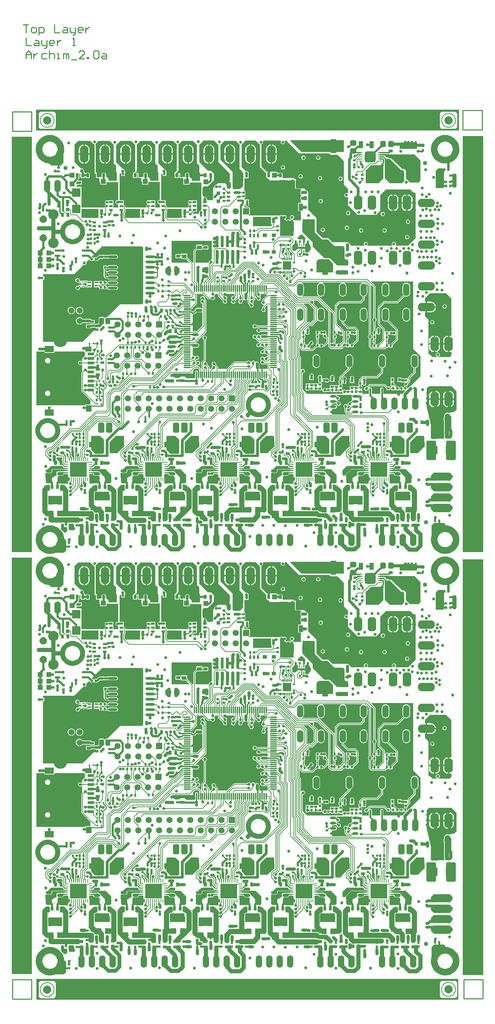
<source format=gtl>
G04 Layer_Physical_Order=1*
G04 Layer_Color=255*
%FSLAX25Y25*%
%MOIN*%
G70*
G01*
G75*
%ADD10C,0.00700*%
G04:AMPARAMS|DCode=11|XSize=78.74mil|YSize=78.74mil|CornerRadius=39.37mil|HoleSize=0mil|Usage=FLASHONLY|Rotation=90.000|XOffset=0mil|YOffset=0mil|HoleType=Round|Shape=RoundedRectangle|*
%AMROUNDEDRECTD11*
21,1,0.07874,0.00000,0,0,90.0*
21,1,0.00000,0.07874,0,0,90.0*
1,1,0.07874,0.00000,0.00000*
1,1,0.07874,0.00000,0.00000*
1,1,0.07874,0.00000,0.00000*
1,1,0.07874,0.00000,0.00000*
%
%ADD11ROUNDEDRECTD11*%
%ADD12C,0.01000*%
%ADD13C,0.06496*%
%ADD14C,0.04500*%
%ADD15R,0.07900X0.07900*%
%ADD16R,0.12600X0.06300*%
G04:AMPARAMS|DCode=17|XSize=105mil|YSize=105mil|CornerRadius=26.25mil|HoleSize=0mil|Usage=FLASHONLY|Rotation=0.000|XOffset=0mil|YOffset=0mil|HoleType=Round|Shape=RoundedRectangle|*
%AMROUNDEDRECTD17*
21,1,0.10500,0.05250,0,0,0.0*
21,1,0.05250,0.10500,0,0,0.0*
1,1,0.05250,0.02625,-0.02625*
1,1,0.05250,-0.02625,-0.02625*
1,1,0.05250,-0.02625,0.02625*
1,1,0.05250,0.02625,0.02625*
%
%ADD17ROUNDEDRECTD17*%
%ADD18R,0.04016X0.01165*%
%ADD19R,0.01181X0.01575*%
%ADD20R,0.08661X0.05905*%
%ADD21R,0.06299X0.04724*%
%ADD22R,0.05512X0.06299*%
%ADD23R,0.06299X0.02756*%
G04:AMPARAMS|DCode=24|XSize=22mil|YSize=24mil|CornerRadius=4.4mil|HoleSize=0mil|Usage=FLASHONLY|Rotation=180.000|XOffset=0mil|YOffset=0mil|HoleType=Round|Shape=RoundedRectangle|*
%AMROUNDEDRECTD24*
21,1,0.02200,0.01520,0,0,180.0*
21,1,0.01320,0.02400,0,0,180.0*
1,1,0.00880,-0.00660,0.00760*
1,1,0.00880,0.00660,0.00760*
1,1,0.00880,0.00660,-0.00760*
1,1,0.00880,-0.00660,-0.00760*
%
%ADD24ROUNDEDRECTD24*%
G04:AMPARAMS|DCode=25|XSize=22mil|YSize=24mil|CornerRadius=4.4mil|HoleSize=0mil|Usage=FLASHONLY|Rotation=270.000|XOffset=0mil|YOffset=0mil|HoleType=Round|Shape=RoundedRectangle|*
%AMROUNDEDRECTD25*
21,1,0.02200,0.01520,0,0,270.0*
21,1,0.01320,0.02400,0,0,270.0*
1,1,0.00880,-0.00760,-0.00660*
1,1,0.00880,-0.00760,0.00660*
1,1,0.00880,0.00760,0.00660*
1,1,0.00880,0.00760,-0.00660*
%
%ADD25ROUNDEDRECTD25*%
%ADD26R,0.02165X0.01968*%
%ADD27R,0.01968X0.02165*%
%ADD28R,0.02638X0.03465*%
G04:AMPARAMS|DCode=29|XSize=63mil|YSize=71mil|CornerRadius=15.75mil|HoleSize=0mil|Usage=FLASHONLY|Rotation=180.000|XOffset=0mil|YOffset=0mil|HoleType=Round|Shape=RoundedRectangle|*
%AMROUNDEDRECTD29*
21,1,0.06300,0.03950,0,0,180.0*
21,1,0.03150,0.07100,0,0,180.0*
1,1,0.03150,-0.01575,0.01975*
1,1,0.03150,0.01575,0.01975*
1,1,0.03150,0.01575,-0.01975*
1,1,0.03150,-0.01575,-0.01975*
%
%ADD29ROUNDEDRECTD29*%
%ADD30O,0.00984X0.03347*%
%ADD31O,0.03347X0.00984*%
%ADD32R,0.16142X0.14173*%
G04:AMPARAMS|DCode=33|XSize=29.13mil|YSize=39.37mil|CornerRadius=5.83mil|HoleSize=0mil|Usage=FLASHONLY|Rotation=0.000|XOffset=0mil|YOffset=0mil|HoleType=Round|Shape=RoundedRectangle|*
%AMROUNDEDRECTD33*
21,1,0.02913,0.02772,0,0,0.0*
21,1,0.01748,0.03937,0,0,0.0*
1,1,0.01165,0.00874,-0.01386*
1,1,0.01165,-0.00874,-0.01386*
1,1,0.01165,-0.00874,0.01386*
1,1,0.01165,0.00874,0.01386*
%
%ADD33ROUNDEDRECTD33*%
G04:AMPARAMS|DCode=34|XSize=29.13mil|YSize=39.37mil|CornerRadius=5.83mil|HoleSize=0mil|Usage=FLASHONLY|Rotation=90.000|XOffset=0mil|YOffset=0mil|HoleType=Round|Shape=RoundedRectangle|*
%AMROUNDEDRECTD34*
21,1,0.02913,0.02772,0,0,90.0*
21,1,0.01748,0.03937,0,0,90.0*
1,1,0.01165,0.01386,0.00874*
1,1,0.01165,0.01386,-0.00874*
1,1,0.01165,-0.01386,-0.00874*
1,1,0.01165,-0.01386,0.00874*
%
%ADD34ROUNDEDRECTD34*%
%ADD35R,0.13386X0.05512*%
%ADD36R,0.19700X0.17000*%
%ADD37R,0.02800X0.05600*%
G04:AMPARAMS|DCode=38|XSize=52mil|YSize=60mil|CornerRadius=13mil|HoleSize=0mil|Usage=FLASHONLY|Rotation=90.000|XOffset=0mil|YOffset=0mil|HoleType=Round|Shape=RoundedRectangle|*
%AMROUNDEDRECTD38*
21,1,0.05200,0.03400,0,0,90.0*
21,1,0.02600,0.06000,0,0,90.0*
1,1,0.02600,0.01700,0.01300*
1,1,0.02600,0.01700,-0.01300*
1,1,0.02600,-0.01700,-0.01300*
1,1,0.02600,-0.01700,0.01300*
%
%ADD38ROUNDEDRECTD38*%
G04:AMPARAMS|DCode=39|XSize=52mil|YSize=60mil|CornerRadius=13mil|HoleSize=0mil|Usage=FLASHONLY|Rotation=180.000|XOffset=0mil|YOffset=0mil|HoleType=Round|Shape=RoundedRectangle|*
%AMROUNDEDRECTD39*
21,1,0.05200,0.03400,0,0,180.0*
21,1,0.02600,0.06000,0,0,180.0*
1,1,0.02600,-0.01300,0.01700*
1,1,0.02600,0.01300,0.01700*
1,1,0.02600,0.01300,-0.01700*
1,1,0.02600,-0.01300,-0.01700*
%
%ADD39ROUNDEDRECTD39*%
%ADD40C,0.06000*%
%ADD41R,0.07900X0.07900*%
%ADD42R,0.04800X0.04800*%
%ADD43R,0.04800X0.04800*%
%ADD44R,0.04724X0.03543*%
%ADD45R,0.05118X0.05512*%
%ADD46R,0.02400X0.02400*%
%ADD47R,0.03600X0.03200*%
%ADD48R,0.02400X0.02400*%
%ADD49R,0.04331X0.06693*%
%ADD50R,0.06693X0.04331*%
%ADD51O,0.05905X0.02362*%
%ADD52R,0.05512X0.13386*%
%ADD53R,0.02953X0.11024*%
%ADD54R,0.03543X0.12992*%
%ADD55R,0.16732X0.04646*%
%ADD56R,0.05512X0.01968*%
%ADD57R,0.01102X0.01575*%
%ADD58O,0.01181X0.07087*%
%ADD59O,0.07087X0.01181*%
%ADD60O,0.09055X0.02362*%
G04:AMPARAMS|DCode=61|XSize=40mil|YSize=40mil|CornerRadius=20mil|HoleSize=0mil|Usage=FLASHONLY|Rotation=90.000|XOffset=0mil|YOffset=0mil|HoleType=Round|Shape=RoundedRectangle|*
%AMROUNDEDRECTD61*
21,1,0.04000,0.00000,0,0,90.0*
21,1,0.00000,0.04000,0,0,90.0*
1,1,0.04000,0.00000,0.00000*
1,1,0.04000,0.00000,0.00000*
1,1,0.04000,0.00000,0.00000*
1,1,0.04000,0.00000,0.00000*
%
%ADD61ROUNDEDRECTD61*%
G04:AMPARAMS|DCode=62|XSize=40mil|YSize=40mil|CornerRadius=20mil|HoleSize=0mil|Usage=FLASHONLY|Rotation=0.000|XOffset=0mil|YOffset=0mil|HoleType=Round|Shape=RoundedRectangle|*
%AMROUNDEDRECTD62*
21,1,0.04000,0.00000,0,0,0.0*
21,1,0.00000,0.04000,0,0,0.0*
1,1,0.04000,0.00000,0.00000*
1,1,0.04000,0.00000,0.00000*
1,1,0.04000,0.00000,0.00000*
1,1,0.04000,0.00000,0.00000*
%
%ADD62ROUNDEDRECTD62*%
%ADD63R,0.03347X0.02362*%
%ADD64R,0.02362X0.03347*%
%ADD65C,0.03937*%
%ADD66R,0.03937X0.03543*%
%ADD67R,0.03543X0.01575*%
%ADD68R,0.01279X0.01063*%
%ADD69O,0.01102X0.03150*%
%ADD70O,0.03150X0.01102*%
%ADD71R,0.08071X0.08071*%
%ADD72R,0.03465X0.02638*%
%ADD73R,0.03150X0.02165*%
%ADD74O,0.05709X0.02165*%
G04:AMPARAMS|DCode=75|XSize=46mil|YSize=63mil|CornerRadius=11.5mil|HoleSize=0mil|Usage=FLASHONLY|Rotation=180.000|XOffset=0mil|YOffset=0mil|HoleType=Round|Shape=RoundedRectangle|*
%AMROUNDEDRECTD75*
21,1,0.04600,0.04000,0,0,180.0*
21,1,0.02300,0.06300,0,0,180.0*
1,1,0.02300,-0.01150,0.02000*
1,1,0.02300,0.01150,0.02000*
1,1,0.02300,0.01150,-0.02000*
1,1,0.02300,-0.01150,-0.02000*
%
%ADD75ROUNDEDRECTD75*%
%ADD76R,0.03150X0.02362*%
%ADD77R,0.02362X0.03150*%
%ADD78C,0.00800*%
%ADD79C,0.05000*%
%ADD80C,0.03000*%
%ADD81C,0.02000*%
%ADD82C,0.02500*%
%ADD83C,0.02800*%
%ADD84C,0.04000*%
%ADD85C,0.02300*%
%ADD86C,0.00600*%
%ADD87C,0.02400*%
%ADD88C,0.00950*%
%ADD89C,0.01800*%
%ADD90C,0.01500*%
%ADD91C,0.01200*%
%ADD92C,0.02700*%
%ADD93C,0.02900*%
%ADD94C,0.01600*%
%ADD95C,0.02200*%
%ADD96C,0.03500*%
%ADD97C,0.03200*%
%ADD98R,0.05905X0.05905*%
%ADD99C,0.05905*%
%ADD100O,0.06000X0.12000*%
%ADD101O,0.16500X0.08250*%
%ADD102O,0.12000X0.06000*%
G04:AMPARAMS|DCode=103|XSize=133mil|YSize=83mil|CornerRadius=0mil|HoleSize=0mil|Usage=FLASHONLY|Rotation=270.000|XOffset=0mil|YOffset=0mil|HoleType=Round|Shape=Octagon|*
%AMOCTAGOND103*
4,1,8,-0.02075,-0.06650,0.02075,-0.06650,0.04150,-0.04575,0.04150,0.04575,0.02075,0.06650,-0.02075,0.06650,-0.04150,0.04575,-0.04150,-0.04575,-0.02075,-0.06650,0.0*
%
%ADD103OCTAGOND103*%

%ADD104O,0.08250X0.16500*%
%ADD105P,0.07577X8X292.5*%
%ADD106C,0.10000*%
%ADD107C,0.05800*%
%ADD108C,0.13050*%
%ADD109C,0.03000*%
%ADD110C,0.02800*%
%ADD111C,0.02200*%
%ADD112C,0.02900*%
G36*
X433783Y838244D02*
X27136D01*
Y858224D01*
X433783D01*
Y838244D01*
D02*
G37*
G36*
X280194Y816094D02*
X283894D01*
X308994Y816094D01*
X310094Y814994D01*
X316894Y814994D01*
X323094Y808794D01*
Y788894D01*
Y786094D01*
X326994Y782194D01*
Y778202D01*
X326494Y777935D01*
X326330Y778044D01*
X325549Y778199D01*
X324769Y778044D01*
X324108Y777602D01*
X323665Y776941D01*
X323510Y776160D01*
X323665Y775380D01*
X324108Y774718D01*
X324769Y774276D01*
X325549Y774121D01*
X326330Y774276D01*
X326494Y774386D01*
X326994Y774119D01*
Y766594D01*
X336294Y757294D01*
X353079Y757294D01*
X353149Y757280D01*
X353220Y757294D01*
X354294D01*
X358094Y761094D01*
Y776294D01*
X363394Y781594D01*
X386994D01*
X391994Y776594D01*
Y734594D01*
X384894Y727494D01*
X373179D01*
X372911Y727994D01*
X373199Y728425D01*
X373354Y729205D01*
X373199Y729985D01*
X372757Y730647D01*
X372096Y731089D01*
X371315Y731244D01*
X370535Y731089D01*
X369873Y730647D01*
X369431Y729985D01*
X369276Y729205D01*
X369431Y728425D01*
X369719Y727994D01*
X369452Y727494D01*
X346160D01*
X345911Y727994D01*
X346219Y728455D01*
X346375Y729236D01*
X346219Y730016D01*
X345777Y730678D01*
X345116Y731120D01*
X344335Y731275D01*
X343555Y731120D01*
X342893Y730678D01*
X342451Y730016D01*
X342296Y729236D01*
X342451Y728455D01*
X342760Y727994D01*
X342511Y727494D01*
X330594D01*
X327194Y730894D01*
X312194Y730894D01*
X308294Y734794D01*
X302894Y734794D01*
X301394Y736294D01*
X296794Y740894D01*
Y754194D01*
X288694Y762294D01*
X288694Y778794D01*
X288606Y778881D01*
Y780378D01*
X287435D01*
X286916Y780725D01*
X286724Y780763D01*
X277541Y789946D01*
Y790394D01*
X277448Y790862D01*
X277183Y791259D01*
X276786Y791524D01*
X276318Y791617D01*
X275870D01*
X274894Y792594D01*
X264371Y792594D01*
X264104Y793094D01*
X264205Y793246D01*
X264297Y793707D01*
Y796479D01*
X264205Y796940D01*
X263944Y797331D01*
X263552Y797593D01*
X263091Y797684D01*
X261343D01*
X260881Y797593D01*
X260490Y797331D01*
X260347Y797116D01*
X259827Y797015D01*
X259494Y797257D01*
Y798128D01*
X258560D01*
X258194Y798494D01*
X249094D01*
X243794Y803794D01*
Y825096D01*
X244179Y825172D01*
X244841Y825614D01*
X245283Y826276D01*
X245438Y827056D01*
X245283Y827837D01*
X245184Y827984D01*
X245694Y828494D01*
X262428D01*
X262696Y827994D01*
X262557Y827786D01*
X262402Y827006D01*
X262557Y826225D01*
X262999Y825564D01*
X263660Y825122D01*
X264441Y824966D01*
X265221Y825122D01*
X265883Y825564D01*
X266325Y826225D01*
X266480Y827006D01*
X266325Y827786D01*
X266186Y827994D01*
X266453Y828494D01*
X267794D01*
X280194Y816094D01*
D02*
G37*
G36*
X329458Y823383D02*
X329368Y823288D01*
X329285Y823189D01*
X329209Y823086D01*
X329140Y822979D01*
X329077Y822868D01*
X329021Y822753D01*
X328972Y822634D01*
X328929Y822511D01*
X328893Y822383D01*
X328864Y822252D01*
X327785Y823888D01*
X327909Y823867D01*
X328031Y823859D01*
X328150Y823864D01*
X328266Y823880D01*
X328380Y823910D01*
X328490Y823952D01*
X328599Y824007D01*
X328704Y824074D01*
X328807Y824154D01*
X328907Y824246D01*
X329458Y823383D01*
D02*
G37*
G36*
X346868Y825572D02*
X346930Y825533D01*
X347004Y825499D01*
X347089Y825469D01*
X347185Y825444D01*
X347293Y825423D01*
X347413Y825407D01*
X347686Y825389D01*
X347839Y825386D01*
Y823886D01*
X347686Y823884D01*
X347293Y823849D01*
X347185Y823829D01*
X347089Y823803D01*
X347004Y823773D01*
X346930Y823739D01*
X346868Y823700D01*
X346817Y823656D01*
Y825616D01*
X346868Y825572D01*
D02*
G37*
G36*
X323194Y817594D02*
X282494D01*
X271756Y828332D01*
X271947Y828794D01*
X323194D01*
Y817594D01*
D02*
G37*
G36*
X395644Y819330D02*
X395707Y819291D01*
X395780Y819256D01*
X395865Y819226D01*
X395962Y819201D01*
X396070Y819180D01*
X396189Y819164D01*
X396462Y819146D01*
X396616Y819144D01*
Y817644D01*
X396462Y817641D01*
X396070Y817607D01*
X395962Y817586D01*
X395865Y817561D01*
X395780Y817531D01*
X395707Y817496D01*
X395644Y817457D01*
X395594Y817414D01*
Y819374D01*
X395644Y819330D01*
D02*
G37*
G36*
X339582Y808129D02*
X339598Y808001D01*
X339626Y807884D01*
X339665Y807778D01*
X339715Y807683D01*
X339776Y807599D01*
X339848Y807527D01*
X339931Y807466D01*
X340025Y807415D01*
X340130Y807376D01*
X338407Y806507D01*
X338439Y806604D01*
X338493Y806812D01*
X338515Y806922D01*
X338549Y807156D01*
X338570Y807407D01*
X338576Y807676D01*
X339576Y808268D01*
X339582Y808129D01*
D02*
G37*
G36*
X53347Y818616D02*
Y806968D01*
X50972Y804594D01*
X41694D01*
X39961Y806327D01*
X39961Y808839D01*
X52846Y818861D01*
X53347Y818616D01*
D02*
G37*
G36*
X46435Y800039D02*
X46490Y800009D01*
X46557Y799982D01*
X46637Y799959D01*
X46729Y799939D01*
X46834Y799923D01*
X47083Y799901D01*
X47383Y799894D01*
Y798294D01*
X47226Y798292D01*
X46834Y798265D01*
X46729Y798249D01*
X46637Y798229D01*
X46557Y798206D01*
X46490Y798178D01*
X46435Y798148D01*
X46393Y798114D01*
Y800074D01*
X46435Y800039D01*
D02*
G37*
G36*
X158994Y828194D02*
X162394Y824794D01*
Y799594D01*
X160289Y797489D01*
Y796603D01*
X160391Y796479D01*
Y793708D01*
X160483Y793246D01*
X160744Y792855D01*
X161135Y792593D01*
X161597Y792502D01*
X163345D01*
X163806Y792593D01*
X164198Y792855D01*
X164459Y793246D01*
X164551Y793708D01*
Y795797D01*
X165051Y796149D01*
X165136Y796119D01*
Y793707D01*
X165228Y793246D01*
X165489Y792854D01*
X165881Y792593D01*
X166342Y792501D01*
X168090D01*
X168394Y792561D01*
X168444Y792555D01*
X168791Y792332D01*
X168894Y792220D01*
Y788394D01*
X168928D01*
Y786294D01*
X174927D01*
Y788394D01*
X186094D01*
Y761763D01*
X185813Y761533D01*
X185033Y761378D01*
X184371Y760936D01*
X183929Y760274D01*
X183774Y759494D01*
X183929Y758713D01*
X183942Y758694D01*
X183675Y758194D01*
X177733D01*
X177525Y758694D01*
X179104Y760272D01*
X181767D01*
Y763513D01*
X181767Y763835D01*
X181767Y764335D01*
Y767253D01*
X181767Y767575D01*
X181767Y768075D01*
Y771315D01*
X177220D01*
Y771069D01*
X177029Y770942D01*
X176720Y770849D01*
X176460Y771023D01*
X176054Y771104D01*
X174534D01*
X174128Y771023D01*
X173784Y770793D01*
X173554Y770449D01*
X173473Y770044D01*
Y768723D01*
X173554Y768318D01*
X173784Y767974D01*
X174128Y767744D01*
X174130Y767743D01*
Y767234D01*
X174128Y767233D01*
X173784Y767003D01*
X173554Y766659D01*
X173473Y766254D01*
Y764934D01*
X173545Y764572D01*
X173502Y764456D01*
X173243Y764094D01*
X153160D01*
Y764875D01*
X153087Y765246D01*
X152877Y765560D01*
X152122Y766315D01*
X151808Y766525D01*
X151742Y766538D01*
Y767509D01*
X151742D01*
Y767687D01*
X151742D01*
Y771250D01*
X147594D01*
X147594Y796694D01*
X148794D01*
Y794494D01*
X152394D01*
Y796694D01*
X152494D01*
Y799094D01*
X152158Y799429D01*
X152101Y799718D01*
X151747Y800247D01*
X151713Y800270D01*
X151536Y800536D01*
X150874Y800978D01*
X150544Y801043D01*
X144694Y806894D01*
Y824694D01*
X148394Y828394D01*
X158794D01*
X158994Y828194D01*
D02*
G37*
G36*
X122594Y824594D02*
Y799294D01*
X121494Y798194D01*
X120194Y796894D01*
Y796632D01*
X120297Y796507D01*
X120291Y796480D01*
Y793708D01*
X120383Y793246D01*
X120644Y792855D01*
X121035Y792594D01*
X121497Y792502D01*
X123245D01*
X123706Y792594D01*
X124098Y792855D01*
X124359Y793246D01*
X124451Y793708D01*
Y796480D01*
X124689Y796508D01*
X125136Y796046D01*
Y793708D01*
X125228Y793246D01*
X125489Y792855D01*
X125881Y792593D01*
X126342Y792502D01*
X128090D01*
X128394Y792253D01*
Y788994D01*
X129027D01*
Y786294D01*
X135028D01*
Y788994D01*
X146194D01*
Y771728D01*
X145925Y771508D01*
X145145Y771352D01*
X144483Y770910D01*
X144041Y770249D01*
X143886Y769468D01*
X144041Y768688D01*
X144483Y768027D01*
X145145Y767585D01*
X145925Y767429D01*
X146194Y767209D01*
Y764094D01*
X141702D01*
Y767187D01*
X141702Y767510D01*
X141702Y768010D01*
Y771250D01*
X137156D01*
Y771121D01*
X137127Y771094D01*
X136656Y770899D01*
X136461Y771029D01*
X136055Y771110D01*
X134535D01*
X134130Y771029D01*
X133785Y770800D01*
X133556Y770456D01*
X133475Y770050D01*
Y768730D01*
X133556Y768324D01*
X133785Y767980D01*
X134130Y767750D01*
X134131Y767750D01*
Y767240D01*
X134130Y767240D01*
X133785Y767010D01*
X133556Y766666D01*
X133475Y766260D01*
Y764940D01*
X133544Y764594D01*
X133507Y764465D01*
X133249Y764094D01*
X113003D01*
Y764974D01*
X112929Y765344D01*
X112719Y765659D01*
X112063Y766315D01*
X111749Y766525D01*
X111584Y766558D01*
Y767187D01*
X111584Y767509D01*
X111584D01*
Y767687D01*
X111584D01*
Y771250D01*
X107946D01*
X107706Y771410D01*
X107517Y771660D01*
Y788594D01*
X107424Y789062D01*
X107394Y789107D01*
Y796894D01*
X108994D01*
Y794494D01*
X112594D01*
Y796894D01*
X112694D01*
Y799294D01*
X112618Y799370D01*
X112478Y800074D01*
X112036Y800736D01*
X111374Y801178D01*
X110670Y801318D01*
X103994Y807994D01*
X103994Y824394D01*
X107994Y828394D01*
X118794Y828394D01*
X122594Y824594D01*
D02*
G37*
G36*
X83394Y824294D02*
X83394Y796894D01*
X84525D01*
X84842Y796507D01*
X84836Y796480D01*
Y793708D01*
X84928Y793246D01*
X85189Y792855D01*
X85581Y792594D01*
X86042Y792502D01*
X87790D01*
X88094Y792253D01*
Y788594D01*
X88828D01*
Y786294D01*
X94828D01*
Y788594D01*
X106294D01*
Y771660D01*
X105907Y771342D01*
X105571Y771409D01*
X104790Y771254D01*
X104129Y770812D01*
X103687Y770150D01*
X103532Y769370D01*
X103687Y768590D01*
X104129Y767928D01*
X104790Y767486D01*
X105571Y767331D01*
X105907Y767398D01*
X106294Y767081D01*
Y764094D01*
X101545D01*
Y767187D01*
X101545Y767510D01*
X101545Y768010D01*
Y771250D01*
X96998D01*
Y771098D01*
X96498Y770844D01*
X96360Y770937D01*
X95954Y771018D01*
X94434D01*
X94029Y770937D01*
X93685Y770707D01*
X93455Y770363D01*
X93374Y769957D01*
Y768637D01*
X93455Y768231D01*
X93685Y767887D01*
X94029Y767658D01*
X94030Y767657D01*
Y767147D01*
X94029Y767147D01*
X93685Y766917D01*
X93455Y766573D01*
X93374Y766167D01*
Y765025D01*
X93362Y765007D01*
X93284Y764617D01*
Y764094D01*
X70794D01*
Y784194D01*
X65994D01*
Y785501D01*
X66494Y785854D01*
X66994Y785754D01*
X67774Y785910D01*
X68152Y786162D01*
X69294D01*
X69918Y786286D01*
X69929Y786294D01*
X71294D01*
Y789894D01*
X67842D01*
X67593Y790352D01*
X67870Y790629D01*
X68224Y791159D01*
X68348Y791783D01*
Y792792D01*
X68444Y792856D01*
X68705Y793247D01*
X68797Y793708D01*
Y796480D01*
X68791Y796507D01*
X69108Y796894D01*
X69680D01*
X69997Y796507D01*
X69991Y796480D01*
Y793708D01*
X70083Y793247D01*
X70345Y792856D01*
X70736Y792594D01*
X71197Y792502D01*
X72945D01*
X73407Y792594D01*
X73798Y792856D01*
X74059Y793247D01*
X74102Y793462D01*
X74786D01*
X74828Y793246D01*
X75090Y792855D01*
X75481Y792594D01*
X75942Y792502D01*
X77691D01*
X78152Y792594D01*
X78543Y792855D01*
X78805Y793246D01*
X78896Y793708D01*
Y793994D01*
Y796480D01*
X78896Y796483D01*
X78805Y796941D01*
X78543Y797332D01*
X78152Y797594D01*
X77691Y797685D01*
X75942D01*
X75481Y797594D01*
X75270Y797452D01*
X74928Y797410D01*
X74635Y797552D01*
X73239Y798948D01*
X73225Y798970D01*
X72911Y799283D01*
X73033Y799894D01*
X72878Y800674D01*
X72436Y801336D01*
X71774Y801778D01*
X70994Y801933D01*
X70377Y801810D01*
X69194Y802994D01*
X64294Y807893D01*
X64294Y824794D01*
X67894Y828394D01*
X79294D01*
X83394Y824294D01*
D02*
G37*
G36*
X242570Y824417D02*
Y803794D01*
X242594Y803676D01*
Y802994D01*
X248486Y797101D01*
X248489Y796494D01*
X248579D01*
X248591Y796479D01*
Y793707D01*
X248683Y793246D01*
X248944Y792854D01*
X249335Y792593D01*
X249394Y792581D01*
Y790394D01*
X276318D01*
Y782144D01*
X281894D01*
Y780324D01*
X281816Y780272D01*
X281363Y779594D01*
X281204Y778794D01*
X281363Y777994D01*
X281407Y777928D01*
X281410Y777913D01*
X281852Y777252D01*
X281894Y777224D01*
Y774824D01*
X281816Y774772D01*
X281363Y774094D01*
X281204Y773294D01*
X281363Y772494D01*
X281816Y771816D01*
X281894Y771764D01*
Y768640D01*
X279212D01*
Y760747D01*
X281894D01*
Y751894D01*
X274849D01*
X274572Y752308D01*
X274214Y752547D01*
X274196Y752606D01*
X274248Y753126D01*
X274736Y753452D01*
X275178Y754113D01*
X275333Y754894D01*
X275178Y755674D01*
X274736Y756336D01*
X274074Y756778D01*
X273294Y756933D01*
X272513Y756778D01*
X271852Y756336D01*
X271410Y755674D01*
X271254Y754894D01*
X271410Y754113D01*
X271852Y753452D01*
X272210Y753212D01*
X272228Y753154D01*
X272176Y752634D01*
X271688Y752308D01*
X271324D01*
X270662Y752750D01*
X269882Y752905D01*
X269102Y752750D01*
X268440Y752308D01*
X268076D01*
X267414Y752750D01*
X267277Y752777D01*
X267171Y753308D01*
X267536Y753552D01*
X267978Y754213D01*
X268133Y754994D01*
X267978Y755774D01*
X267536Y756436D01*
X266874Y756878D01*
X266094Y757033D01*
X265313Y756878D01*
X264652Y756436D01*
X264636D01*
X263974Y756878D01*
X263194Y757033D01*
X262413Y756878D01*
X262149Y756701D01*
X261694Y756594D01*
X261694Y756594D01*
X261694Y756594D01*
X231594D01*
Y757141D01*
X232747D01*
Y764247D01*
X227394D01*
Y766851D01*
X227580Y767011D01*
X227607Y767010D01*
X228094Y766794D01*
X228210Y766213D01*
X228652Y765552D01*
X229313Y765110D01*
X230094Y764955D01*
X230874Y765110D01*
X231536Y765552D01*
X231978Y766213D01*
X232133Y766994D01*
X231978Y767774D01*
X231695Y768197D01*
Y768810D01*
X231747D01*
Y771978D01*
X230300D01*
X230064Y772025D01*
X229827Y771978D01*
X228506D01*
X228381Y771978D01*
X228006D01*
X227894Y771978D01*
X227394Y772008D01*
Y773073D01*
X227554D01*
X227959Y773154D01*
X228304Y773384D01*
X228533Y773728D01*
X228614Y774134D01*
Y775454D01*
X228533Y775859D01*
X228304Y776203D01*
X227959Y776433D01*
X227958Y776434D01*
Y776943D01*
X227959Y776944D01*
X228304Y777174D01*
X228533Y777518D01*
X228614Y777923D01*
Y779244D01*
X228533Y779649D01*
X228304Y779993D01*
X227959Y780223D01*
X227554Y780304D01*
X227394D01*
Y792152D01*
X227794Y792394D01*
X229416D01*
X229594Y792358D01*
X229771Y792394D01*
X231394D01*
Y794016D01*
X231429Y794194D01*
Y796341D01*
X231478Y796413D01*
X231494Y796494D01*
X231531D01*
X231500Y796525D01*
X231633Y797194D01*
X231478Y797974D01*
X231036Y798636D01*
X230374Y799078D01*
X229594Y799233D01*
X228925Y799100D01*
X224694Y803331D01*
Y824794D01*
X228394Y828494D01*
X238494D01*
X242570Y824417D01*
D02*
G37*
G36*
X181894Y824494D02*
Y806994D01*
X184294Y804594D01*
Y792094D01*
X182894Y790694D01*
X177994D01*
X175094Y793594D01*
X174743D01*
X174650Y793707D01*
Y796479D01*
X174559Y796940D01*
X174297Y797331D01*
X173906Y797593D01*
X173445Y797684D01*
X171696D01*
X171235Y797593D01*
X170844Y797331D01*
X170582Y796940D01*
X170491Y796479D01*
Y793707D01*
X170398Y793594D01*
X169081D01*
X169081Y793594D01*
X169060Y793612D01*
X168859Y793681D01*
X168662Y793759D01*
X168640Y793758D01*
X168632Y793761D01*
X168625D01*
X168609Y793767D01*
X168558Y793774D01*
X168357Y793761D01*
X168155D01*
X167970Y793725D01*
X166463D01*
X166377Y793742D01*
X166360Y793827D01*
Y796119D01*
X166354Y796148D01*
X166358Y796178D01*
X166308Y796381D01*
X166267Y796587D01*
X166250Y796612D01*
X166243Y796641D01*
X166118Y796809D01*
X166001Y796984D01*
X165976Y797001D01*
X165958Y797025D01*
X165779Y797133D01*
X165710Y797178D01*
X165706Y797183D01*
X165701Y797185D01*
X165605Y797249D01*
X165575Y797255D01*
X165549Y797270D01*
X165463Y797301D01*
X165359Y797317D01*
X165260Y797355D01*
X165125Y797352D01*
X164991Y797371D01*
X164889Y797346D01*
X164783Y797343D01*
X164659Y797288D01*
X164528Y797256D01*
X164443Y797193D01*
X164347Y797150D01*
X163847Y796798D01*
X163774Y796721D01*
X163686Y796663D01*
X163610Y796550D01*
X163517Y796452D01*
X163479Y796353D01*
X163420Y796266D01*
X163394Y796133D01*
X163345Y796007D01*
X163348Y795901D01*
X163327Y795797D01*
Y793828D01*
X163310Y793742D01*
X163224Y793725D01*
X161717D01*
X161632Y793742D01*
X161615Y793828D01*
Y796479D01*
X161580Y796655D01*
X161562Y796834D01*
X161533Y796888D01*
X161521Y796947D01*
X161513Y796961D01*
Y796982D01*
X163259Y798729D01*
X163524Y799125D01*
X163549Y799249D01*
X163994Y799694D01*
Y824794D01*
X167494Y828294D01*
X178094D01*
X181894Y824494D01*
D02*
G37*
G36*
X141894D02*
Y806994D01*
X144294Y804594D01*
Y792094D01*
X142894Y790694D01*
X137994D01*
X135094Y793594D01*
X134744D01*
X134650Y793708D01*
Y796479D01*
X134559Y796941D01*
X134297Y797332D01*
X133906Y797593D01*
X133445Y797685D01*
X131696D01*
X131235Y797593D01*
X130844Y797332D01*
X130582Y796941D01*
X130491Y796479D01*
Y793708D01*
X130397Y793594D01*
X128616D01*
X128558Y793632D01*
X128499Y793644D01*
X128445Y793673D01*
X128267Y793690D01*
X128090Y793725D01*
X126463D01*
X126377Y793742D01*
X126360Y793828D01*
Y796046D01*
X126315Y796270D01*
X126274Y796495D01*
X126269Y796504D01*
X126267Y796514D01*
X126140Y796704D01*
X126016Y796896D01*
X125568Y797359D01*
X125499Y797407D01*
X125445Y797471D01*
X125305Y797541D01*
X125176Y797631D01*
X125094Y797648D01*
X125019Y797686D01*
X124863Y797698D01*
X124709Y797731D01*
X124627Y797717D01*
X124543Y797723D01*
X124305Y797694D01*
X124146Y797642D01*
X123983Y797610D01*
X123921Y797569D01*
X123851Y797546D01*
X123724Y797437D01*
X123586Y797345D01*
X123545Y797283D01*
X123488Y797235D01*
X123413Y797086D01*
X123320Y796948D01*
X123306Y796875D01*
X123273Y796809D01*
X123260Y796643D01*
X123227Y796480D01*
Y793828D01*
X123210Y793743D01*
X123124Y793725D01*
X121617D01*
X121532Y793743D01*
X121514Y793828D01*
Y796480D01*
X121514Y796483D01*
X122359Y797329D01*
X122359Y797329D01*
X123459Y798428D01*
X123724Y798826D01*
X123817Y799294D01*
Y799517D01*
X123994Y799694D01*
Y824794D01*
X127494Y828294D01*
X138094D01*
X141894Y824494D01*
D02*
G37*
G36*
X101894D02*
Y806994D01*
X104294Y804594D01*
Y792094D01*
X102894Y790694D01*
X97994D01*
X95094Y793594D01*
X94444D01*
X94350Y793708D01*
Y796480D01*
X94259Y796941D01*
X93997Y797332D01*
X93606Y797594D01*
X93145Y797685D01*
X91396D01*
X90935Y797594D01*
X90544Y797332D01*
X90282Y796941D01*
X90191Y796480D01*
Y793708D01*
X90097Y793594D01*
X88316D01*
X88258Y793632D01*
X88199Y793644D01*
X88145Y793673D01*
X87967Y793690D01*
X87790Y793725D01*
X86163D01*
X86077Y793743D01*
X86060Y793828D01*
Y796480D01*
X86042Y796570D01*
X86042Y796746D01*
X86019Y796802D01*
X86013Y796862D01*
X85928Y797021D01*
X85859Y797187D01*
X85816Y797230D01*
X85788Y797283D01*
X85470Y797670D01*
X85423Y797708D01*
X85390Y797759D01*
X85240Y797859D01*
X85101Y797973D01*
X85043Y797990D01*
X84993Y798024D01*
X84817Y798059D01*
X84645Y798111D01*
X84617Y798136D01*
X84617Y824294D01*
X84524Y824762D01*
X84299Y825099D01*
X87494Y828294D01*
X98094D01*
X101894Y824494D01*
D02*
G37*
G36*
X392294Y814294D02*
X396894Y809694D01*
Y798394D01*
Y790194D01*
X395094Y788394D01*
X386494D01*
X382694Y792194D01*
Y799794D01*
X381094Y801394D01*
X379517D01*
X368894Y812016D01*
X367873D01*
X367862Y812024D01*
X367394Y812117D01*
X364370D01*
X362194Y814294D01*
Y815094D01*
X362494Y815394D01*
X391194D01*
X392294Y814294D01*
D02*
G37*
G36*
X340319Y789354D02*
X340237Y789263D01*
X340163Y789165D01*
X340099Y789059D01*
X340043Y788946D01*
X339996Y788825D01*
X339958Y788697D01*
X339929Y788561D01*
X339908Y788417D01*
X339896Y788266D01*
X339894Y788108D01*
X338508Y789494D01*
X338666Y789496D01*
X338817Y789508D01*
X338961Y789529D01*
X339097Y789558D01*
X339225Y789596D01*
X339346Y789643D01*
X339459Y789699D01*
X339565Y789763D01*
X339663Y789837D01*
X339754Y789919D01*
X340319Y789354D01*
D02*
G37*
G36*
X370094Y808194D02*
X378194Y800094D01*
X379894D01*
X381094Y798894D01*
Y789994D01*
X378694Y787594D01*
X367394D01*
X362494Y792494D01*
Y797394D01*
Y806922D01*
X362505Y806981D01*
Y810028D01*
X362494Y810087D01*
Y810678D01*
X362794Y810894D01*
X367394D01*
X370094Y808194D01*
D02*
G37*
G36*
X361282Y807665D02*
Y806981D01*
X361270Y806922D01*
Y797394D01*
Y792494D01*
X361324Y792224D01*
X356694Y787594D01*
X344194D01*
Y799894D01*
X349194Y804894D01*
X357994D01*
X360782Y807682D01*
X361282Y807665D01*
D02*
G37*
G36*
X201603Y785076D02*
X201692Y785017D01*
X201788Y784965D01*
X201890Y784919D01*
X202000Y784881D01*
X202116Y784850D01*
X202238Y784825D01*
X202367Y784808D01*
X202503Y784797D01*
X202646Y784794D01*
X202741Y783594D01*
X202598Y783590D01*
X202463Y783577D01*
X202335Y783557D01*
X202215Y783529D01*
X202103Y783492D01*
X201999Y783448D01*
X201903Y783395D01*
X201815Y783334D01*
X201734Y783265D01*
X201661Y783188D01*
X201521Y785143D01*
X201603Y785076D01*
D02*
G37*
G36*
X419587Y799784D02*
Y796043D01*
Y783839D01*
X418602Y782854D01*
X411614D01*
Y799685D01*
X412303Y800374D01*
X413681Y801752D01*
X417618D01*
X419587Y799784D01*
D02*
G37*
G36*
X222794Y824794D02*
Y801594D01*
X226294Y798094D01*
Y792666D01*
X226263Y792621D01*
X226245Y792530D01*
X226206Y792446D01*
X226199Y792298D01*
X226170Y792152D01*
Y785070D01*
X223094Y781994D01*
X216816D01*
X215994Y782816D01*
Y798494D01*
X204494Y809994D01*
Y824594D01*
X208294Y828394D01*
X219194D01*
X222794Y824794D01*
D02*
G37*
G36*
X205473Y775043D02*
X206045Y774871D01*
X206173Y774843D01*
X206415Y774806D01*
X206527Y774797D01*
X206634Y774794D01*
X207039Y773994D01*
X206908Y773987D01*
X206786Y773967D01*
X206674Y773935D01*
X206570Y773889D01*
X206475Y773829D01*
X206389Y773757D01*
X206312Y773672D01*
X206245Y773573D01*
X206186Y773461D01*
X206136Y773337D01*
X205316Y775101D01*
X205473Y775043D01*
D02*
G37*
G36*
X204817Y772395D02*
X204707Y772387D01*
X204608Y772366D01*
X204521Y772330D01*
X204445Y772280D01*
X204381Y772215D01*
X204329Y772136D01*
X204288Y772043D01*
X204259Y771936D01*
X204242Y771815D01*
X204236Y771679D01*
X203436Y771952D01*
X203431Y773571D01*
X204817Y772395D01*
D02*
G37*
G36*
X202494Y824594D02*
Y814494D01*
Y807894D01*
X205994Y804394D01*
X213594Y796794D01*
Y790294D01*
X210794Y787494D01*
X201894D01*
X200518Y786118D01*
X199813Y785978D01*
X199152Y785536D01*
X198710Y784874D01*
X198570Y784170D01*
X197394Y782994D01*
Y776894D01*
Y775468D01*
X197373Y775437D01*
X197218Y774657D01*
X197373Y773876D01*
X197394Y773845D01*
Y772194D01*
X196394Y771194D01*
X192194D01*
X191460Y771928D01*
X191553Y772394D01*
X191397Y773174D01*
X190955Y773836D01*
X190883Y773884D01*
X190867Y773908D01*
X190255Y774317D01*
X189533Y774460D01*
X189028Y774360D01*
X187317Y776070D01*
Y783317D01*
X188594Y784594D01*
X192354D01*
X192854Y785094D01*
X198194Y790433D01*
Y796694D01*
X195393Y799494D01*
X192593D01*
X186794Y805294D01*
X184094Y807994D01*
Y824694D01*
X187994Y828594D01*
X198494D01*
X202494Y824594D01*
D02*
G37*
G36*
X170499Y757581D02*
X170513Y757451D01*
X170537Y757326D01*
X170571Y757205D01*
X170614Y757088D01*
X170667Y756976D01*
X170729Y756867D01*
X170801Y756763D01*
X170882Y756662D01*
X170974Y756566D01*
X169014D01*
X169105Y756662D01*
X169186Y756763D01*
X169258Y756867D01*
X169321Y756976D01*
X169374Y757088D01*
X169417Y757205D01*
X169450Y757326D01*
X169474Y757451D01*
X169489Y757581D01*
X169494Y757714D01*
X170494D01*
X170499Y757581D01*
D02*
G37*
G36*
X130299Y757553D02*
X130317Y757432D01*
X130346Y757311D01*
X130386Y757192D01*
X130439Y757073D01*
X130502Y756955D01*
X130578Y756839D01*
X130665Y756723D01*
X130763Y756608D01*
X130874Y756494D01*
X128914D01*
X129024Y756608D01*
X129122Y756723D01*
X129209Y756839D01*
X129285Y756955D01*
X129349Y757073D01*
X129401Y757192D01*
X129441Y757311D01*
X129471Y757432D01*
X129488Y757553D01*
X129494Y757675D01*
X130294D01*
X130299Y757553D01*
D02*
G37*
G36*
X90448Y757355D02*
X90461Y757230D01*
X90484Y757112D01*
X90515Y757001D01*
X90556Y756896D01*
X90605Y756798D01*
X90664Y756706D01*
X90731Y756621D01*
X90808Y756542D01*
X90893Y756470D01*
X89194D01*
X89279Y756542D01*
X89355Y756621D01*
X89423Y756706D01*
X89481Y756798D01*
X89531Y756896D01*
X89571Y757001D01*
X89603Y757112D01*
X89625Y757230D01*
X89639Y757355D01*
X89643Y757486D01*
X90443D01*
X90448Y757355D01*
D02*
G37*
G36*
X266397Y755725D02*
X266653Y755553D01*
X266825Y755297D01*
X266885Y754994D01*
X266825Y754691D01*
X266653Y754434D01*
X266491Y754326D01*
X266491Y754326D01*
X266154Y753988D01*
X265971Y753547D01*
X265971Y753070D01*
X265971Y753069D01*
X266077Y752539D01*
X266259Y752098D01*
X266597Y751760D01*
X266851Y751655D01*
X267396Y751291D01*
X267507Y751245D01*
X267607Y751178D01*
X267726Y751154D01*
X267837Y751108D01*
X267958D01*
X268076Y751085D01*
X268440D01*
X268558Y751108D01*
X268679D01*
X268790Y751154D01*
X268908Y751178D01*
X269008Y751245D01*
X269120Y751291D01*
X269579Y751598D01*
X269882Y751658D01*
X270185Y751598D01*
X270644Y751291D01*
X270755Y751245D01*
X270856Y751178D01*
X270974Y751154D01*
X271085Y751108D01*
X271206D01*
X271324Y751085D01*
X271688D01*
X271806Y751108D01*
X271927D01*
X272038Y751154D01*
X272156Y751178D01*
X272256Y751245D01*
X272368Y751291D01*
X272802Y751581D01*
X273025Y751673D01*
X273476Y751588D01*
X273534Y751530D01*
X273690Y751426D01*
X273831Y751214D01*
X273917Y751129D01*
X273984Y751028D01*
X274084Y750962D01*
X274169Y750876D01*
X274280Y750830D01*
X274380Y750763D01*
X274499Y750740D01*
X274610Y750694D01*
X274694D01*
Y736994D01*
X261794D01*
Y755390D01*
X261833Y755398D01*
X261975Y755403D01*
X262430Y755510D01*
X262628Y755601D01*
X262829Y755684D01*
X262891Y755725D01*
X263194Y755785D01*
X263497Y755725D01*
X263956Y755418D01*
X264067Y755372D01*
X264167Y755305D01*
X264286Y755282D01*
X264397Y755236D01*
X264517D01*
X264636Y755212D01*
X264652D01*
X264770Y755236D01*
X264891D01*
X265002Y755282D01*
X265120Y755305D01*
X265220Y755372D01*
X265332Y755418D01*
X265791Y755725D01*
X266094Y755785D01*
X266397Y755725D01*
D02*
G37*
G36*
X127094Y754294D02*
X113189D01*
X112460Y755023D01*
Y758890D01*
X112719Y759150D01*
X112929Y759464D01*
X113003Y759834D01*
Y762870D01*
X127094D01*
Y754294D01*
D02*
G37*
G36*
X167194Y754194D02*
X153448D01*
X152760Y754882D01*
Y759185D01*
X152877Y759302D01*
X153087Y759616D01*
X153160Y759987D01*
Y762870D01*
X167194D01*
Y754194D01*
D02*
G37*
G36*
X86994D02*
X70894D01*
Y762324D01*
X70994Y762794D01*
X86994D01*
Y754194D01*
D02*
G37*
G36*
X257858Y752904D02*
X257711Y752928D01*
X257570Y752940D01*
X257435Y752940D01*
X257305Y752928D01*
X257182Y752904D01*
X257064Y752868D01*
X256953Y752819D01*
X256847Y752759D01*
X256747Y752686D01*
X256653Y752601D01*
X256201Y753280D01*
X256280Y753366D01*
X256353Y753460D01*
X256421Y753562D01*
X256485Y753674D01*
X256543Y753794D01*
X256596Y753923D01*
X256644Y754061D01*
X256726Y754363D01*
X256759Y754527D01*
X257858Y752904D01*
D02*
G37*
G36*
X191611Y749972D02*
X191534Y749885D01*
X191464Y749789D01*
X191403Y749684D01*
X191351Y749569D01*
X191307Y749445D01*
X191271Y749311D01*
X191244Y749168D01*
X191224Y749015D01*
X191214Y748853D01*
X191211Y748681D01*
X189825Y750067D01*
X189997Y750069D01*
X190312Y750099D01*
X190455Y750127D01*
X190589Y750162D01*
X190714Y750207D01*
X190828Y750259D01*
X190934Y750320D01*
X191030Y750389D01*
X191116Y750467D01*
X191611Y749972D01*
D02*
G37*
G36*
X100494Y746218D02*
X100380Y746328D01*
X100265Y746426D01*
X100149Y746513D01*
X100032Y746589D01*
X99914Y746653D01*
X99796Y746705D01*
X99676Y746745D01*
X99556Y746774D01*
X99435Y746792D01*
X99312Y746798D01*
Y747598D01*
X99435Y747603D01*
X99556Y747621D01*
X99676Y747650D01*
X99796Y747690D01*
X99914Y747743D01*
X100032Y747806D01*
X100149Y747882D01*
X100265Y747969D01*
X100380Y748067D01*
X100494Y748178D01*
Y746218D01*
D02*
G37*
G36*
X253294Y746094D02*
X235694D01*
Y755194D01*
X253294D01*
Y746094D01*
D02*
G37*
G36*
X185038Y746969D02*
X185134Y746900D01*
X185240Y746839D01*
X185354Y746787D01*
X185479Y746742D01*
X185613Y746707D01*
X185756Y746679D01*
X185909Y746660D01*
X186071Y746649D01*
X186243Y746647D01*
X184857Y745261D01*
X184854Y745433D01*
X184825Y745748D01*
X184797Y745891D01*
X184761Y746025D01*
X184717Y746149D01*
X184664Y746264D01*
X184604Y746370D01*
X184534Y746465D01*
X184457Y746552D01*
X184952Y747047D01*
X185038Y746969D01*
D02*
G37*
G36*
X188607Y746946D02*
X188702Y746877D01*
X188808Y746816D01*
X188923Y746763D01*
X189047Y746719D01*
X189181Y746683D01*
X189324Y746656D01*
X189477Y746637D01*
X189639Y746626D01*
X189811Y746624D01*
X188425Y745238D01*
X188423Y745409D01*
X188393Y745724D01*
X188365Y745868D01*
X188330Y746001D01*
X188285Y746126D01*
X188233Y746241D01*
X188172Y746346D01*
X188103Y746442D01*
X188025Y746529D01*
X188520Y747023D01*
X188607Y746946D01*
D02*
G37*
G36*
X78283Y738716D02*
X78383Y738635D01*
X78488Y738563D01*
X78597Y738500D01*
X78709Y738447D01*
X78826Y738404D01*
X78947Y738371D01*
X79072Y738347D01*
X79202Y738332D01*
X79335Y738327D01*
Y737327D01*
X79202Y737323D01*
X79072Y737308D01*
X78947Y737284D01*
X78826Y737251D01*
X78709Y737207D01*
X78597Y737155D01*
X78488Y737092D01*
X78383Y737020D01*
X78283Y736939D01*
X78187Y736847D01*
Y738807D01*
X78283Y738716D01*
D02*
G37*
G36*
X85134Y734483D02*
X85110Y734520D01*
X85078Y734554D01*
X85036Y734584D01*
X84985Y734610D01*
X84925Y734632D01*
X84856Y734650D01*
X84777Y734663D01*
X84689Y734673D01*
X84486Y734681D01*
Y735481D01*
X84592Y735483D01*
X84777Y735499D01*
X84856Y735513D01*
X84925Y735531D01*
X84985Y735553D01*
X85036Y735579D01*
X85078Y735608D01*
X85110Y735642D01*
X85134Y735680D01*
Y734483D01*
D02*
G37*
G36*
X226894Y735385D02*
X226990Y735312D01*
X227095Y735245D01*
X227207Y735184D01*
X227328Y735131D01*
X227458Y735084D01*
X227595Y735044D01*
X227741Y735010D01*
X227895Y734983D01*
X228058Y734963D01*
X226527Y733739D01*
X226541Y733891D01*
X226544Y734037D01*
X226536Y734177D01*
X226517Y734309D01*
X226487Y734435D01*
X226446Y734555D01*
X226395Y734667D01*
X226332Y734773D01*
X226259Y734873D01*
X226175Y734965D01*
X226807Y735465D01*
X226894Y735385D01*
D02*
G37*
G36*
X78156Y734753D02*
X78271Y734654D01*
X78387Y734567D01*
X78504Y734492D01*
X78622Y734428D01*
X78740Y734376D01*
X78860Y734335D01*
X78980Y734306D01*
X79102Y734289D01*
X79224Y734283D01*
Y733483D01*
X79102Y733477D01*
X78980Y733460D01*
X78860Y733431D01*
X78740Y733390D01*
X78622Y733338D01*
X78504Y733274D01*
X78387Y733199D01*
X78271Y733112D01*
X78156Y733013D01*
X78042Y732903D01*
Y734863D01*
X78156Y734753D01*
D02*
G37*
G36*
X270594Y731214D02*
X270471Y731333D01*
X270227Y731535D01*
X270106Y731617D01*
X269986Y731686D01*
X269867Y731743D01*
X269749Y731787D01*
X269631Y731818D01*
X269514Y731837D01*
X269398Y731844D01*
Y732544D01*
X269514Y732550D01*
X269631Y732569D01*
X269749Y732600D01*
X269867Y732645D01*
X269986Y732701D01*
X270106Y732770D01*
X270227Y732852D01*
X270349Y732947D01*
X270471Y733054D01*
X270594Y733174D01*
Y731214D01*
D02*
G37*
G36*
X85496Y730534D02*
X85394Y730601D01*
X85294Y730651D01*
X85193Y730683D01*
X85093Y730698D01*
X84993Y730695D01*
X84893Y730676D01*
X84793Y730638D01*
X84694Y730583D01*
X84595Y730511D01*
X84496Y730421D01*
X84075Y731131D01*
X84228Y731286D01*
X84926Y732070D01*
X85006Y732177D01*
X85133Y732371D01*
X85496Y730534D01*
D02*
G37*
G36*
X237872Y731364D02*
X238119Y731164D01*
X238241Y731083D01*
X238362Y731014D01*
X238482Y730958D01*
X238601Y730914D01*
X238718Y730883D01*
X238835Y730865D01*
X238950Y730858D01*
X238961Y730158D01*
X238844Y730152D01*
X238727Y730133D01*
X238610Y730101D01*
X238492Y730057D01*
X238373Y729999D01*
X238254Y729930D01*
X238135Y729847D01*
X238015Y729752D01*
X237894Y729644D01*
X237773Y729523D01*
X237746Y731483D01*
X237872Y731364D01*
D02*
G37*
G36*
X78105Y730912D02*
X78219Y730813D01*
X78335Y730726D01*
X78452Y730651D01*
X78570Y730587D01*
X78689Y730535D01*
X78808Y730494D01*
X78929Y730465D01*
X79050Y730448D01*
X79172Y730442D01*
Y729642D01*
X79050Y729636D01*
X78929Y729619D01*
X78808Y729590D01*
X78689Y729549D01*
X78570Y729497D01*
X78452Y729433D01*
X78335Y729358D01*
X78219Y729271D01*
X78105Y729172D01*
X77990Y729062D01*
Y731022D01*
X78105Y730912D01*
D02*
G37*
G36*
X237646Y729386D02*
X237448Y729136D01*
X237367Y729013D01*
X237299Y728892D01*
X237243Y728771D01*
X237199Y728652D01*
X237169Y728534D01*
X237150Y728418D01*
X237144Y728302D01*
X236444Y728285D01*
X236437Y728402D01*
X236418Y728519D01*
X236386Y728637D01*
X236341Y728754D01*
X236284Y728872D01*
X236213Y728990D01*
X236130Y729109D01*
X236034Y729228D01*
X235926Y729347D01*
X235804Y729466D01*
X237764Y729513D01*
X237646Y729386D01*
D02*
G37*
G36*
X263569Y729125D02*
X263684Y729015D01*
X263799Y728917D01*
X263914Y728832D01*
X264030Y728761D01*
X264146Y728702D01*
X264263Y728657D01*
X264380Y728624D01*
X264497Y728605D01*
X264615Y728598D01*
X264574Y727898D01*
X264460Y727892D01*
X264344Y727874D01*
X264226Y727844D01*
X264106Y727801D01*
X263984Y727747D01*
X263861Y727680D01*
X263735Y727601D01*
X263607Y727510D01*
X263477Y727407D01*
X263364Y727309D01*
X263262Y727204D01*
X263060Y726960D01*
X262978Y726839D01*
X262909Y726719D01*
X262852Y726600D01*
X262808Y726482D01*
X262777Y726364D01*
X262758Y726247D01*
X262752Y726131D01*
X262052D01*
X262045Y726247D01*
X262026Y726364D01*
X261995Y726482D01*
X261951Y726600D01*
X261894Y726719D01*
X261825Y726839D01*
X261743Y726960D01*
X261648Y727081D01*
X261541Y727204D01*
X261422Y727327D01*
X263347D01*
X263455Y729249D01*
X263569Y729125D01*
D02*
G37*
G36*
X276261Y726900D02*
X276286Y726878D01*
X276289Y726882D01*
X276295Y726874D01*
X276313Y726855D01*
X276314Y726854D01*
X276713Y726499D01*
X276751Y726478D01*
X276778Y726469D01*
X276794Y726474D01*
X276787Y726374D01*
X276882Y726278D01*
X276772Y726167D01*
X276665Y724666D01*
X275749Y725145D01*
X275610Y725005D01*
X275005Y725598D01*
X275685Y726277D01*
X276148Y727012D01*
X276261Y726900D01*
D02*
G37*
G36*
X278846Y726427D02*
X278885Y726412D01*
X278939Y726398D01*
X279008Y726386D01*
X279192Y726368D01*
X279435Y726357D01*
X279738Y726354D01*
X279671Y724553D01*
X279512Y724553D01*
X278824Y724510D01*
X278787Y724498D01*
X278765Y724485D01*
X278821Y726445D01*
X278846Y726427D01*
D02*
G37*
G36*
X288072Y726404D02*
X288108Y726393D01*
X288160Y726384D01*
X288227Y726376D01*
X288521Y726359D01*
X288953Y726354D01*
X289054Y724553D01*
X288895Y724553D01*
X288323Y724519D01*
X288253Y724506D01*
X288199Y724492D01*
X288159Y724476D01*
X288135Y724457D01*
X288051Y726415D01*
X288072Y726404D01*
D02*
G37*
G36*
X286053Y724457D02*
X286028Y724476D01*
X285988Y724492D01*
X285934Y724506D01*
X285864Y724519D01*
X285780Y724530D01*
X285566Y724545D01*
X285134Y724553D01*
X285234Y726354D01*
X285394Y726354D01*
X286079Y726393D01*
X286116Y726404D01*
X286137Y726415D01*
X286053Y724457D01*
D02*
G37*
G36*
X196031Y720800D02*
Y714120D01*
X195645Y713803D01*
X195494Y713833D01*
X194713Y713678D01*
X194052Y713236D01*
X193610Y712574D01*
X193462Y711832D01*
X193444Y711791D01*
X193442Y711652D01*
X193433Y711541D01*
X193419Y711441D01*
X193400Y711352D01*
X193377Y711273D01*
X193368Y711251D01*
X180613D01*
Y722219D01*
X182094Y723699D01*
X187137D01*
Y724281D01*
X187893D01*
X187953Y724191D01*
X188344Y723930D01*
X188806Y723838D01*
X191577D01*
X192039Y723930D01*
X192430Y724191D01*
X192691Y724582D01*
X192783Y725043D01*
Y726792D01*
X192691Y727253D01*
X192430Y727644D01*
X192039Y727906D01*
X191577Y727997D01*
X188806D01*
X188344Y727906D01*
X187953Y727644D01*
X187692Y727253D01*
X187637Y726979D01*
X187137Y727029D01*
Y728443D01*
X181213D01*
Y725702D01*
X178870Y723360D01*
X178649Y723029D01*
X178572Y722639D01*
X178574Y722628D01*
Y711251D01*
X177741D01*
X177737Y711256D01*
X172570Y716423D01*
Y719781D01*
X166646D01*
Y719622D01*
X165253D01*
X165067Y719659D01*
X162295D01*
X161834Y719567D01*
X161443Y719305D01*
X161181Y718914D01*
X161089Y718453D01*
Y716705D01*
X161181Y716243D01*
X161443Y715852D01*
X161834Y715591D01*
X162295Y715499D01*
X165067D01*
X165528Y715591D01*
X165920Y715852D01*
X166556Y715904D01*
X166646Y715835D01*
Y715038D01*
X171071D01*
X174396Y711713D01*
X174205Y711251D01*
X157570D01*
Y732295D01*
X196031D01*
Y720800D01*
D02*
G37*
G36*
X265714Y723980D02*
X265668Y722397D01*
X263856Y723142D01*
X263905Y723170D01*
X263949Y723212D01*
X263987Y723269D01*
X264021Y723339D01*
X264050Y723424D01*
X264073Y723523D01*
X264091Y723636D01*
X264104Y723763D01*
X264114Y724059D01*
X265714Y723980D01*
D02*
G37*
G36*
X210086Y723962D02*
X210184Y723888D01*
X210290Y723824D01*
X210403Y723768D01*
X210524Y723721D01*
X210652Y723683D01*
X210788Y723653D01*
X210932Y723633D01*
X211083Y723621D01*
X211242Y723619D01*
X209856Y722233D01*
X209853Y722391D01*
X209841Y722542D01*
X209821Y722686D01*
X209791Y722822D01*
X209753Y722950D01*
X209706Y723071D01*
X209650Y723184D01*
X209586Y723290D01*
X209512Y723388D01*
X209430Y723478D01*
X209996Y724044D01*
X210086Y723962D01*
D02*
G37*
G36*
X222572Y722880D02*
X222659Y722771D01*
X222750Y722674D01*
X222848Y722590D01*
X222950Y722519D01*
X223057Y722462D01*
X223168Y722416D01*
X223286Y722384D01*
X223408Y722365D01*
X223535Y722358D01*
X223344Y721558D01*
X223230Y721554D01*
X223113Y721540D01*
X222992Y721516D01*
X222868Y721484D01*
X222741Y721442D01*
X222610Y721390D01*
X222339Y721259D01*
X222199Y721180D01*
X222056Y721091D01*
X222490Y723003D01*
X222572Y722880D01*
D02*
G37*
G36*
X271779Y721463D02*
X271859Y721398D01*
X271951Y721331D01*
X272171Y721193D01*
X272440Y721047D01*
X272932Y720814D01*
X271106Y720141D01*
X271163Y720274D01*
X271204Y720402D01*
X271230Y720526D01*
X271240Y720646D01*
X271235Y720762D01*
X271214Y720873D01*
X271177Y720980D01*
X271124Y721083D01*
X271056Y721181D01*
X270972Y721275D01*
X271711Y721525D01*
X271779Y721463D01*
D02*
G37*
G36*
X265242Y720722D02*
X265040Y720478D01*
X264959Y720357D01*
X264889Y720237D01*
X264832Y720118D01*
X264788Y720000D01*
X264757Y719882D01*
X264738Y719765D01*
X264732Y719649D01*
X264032D01*
X264025Y719765D01*
X264006Y719882D01*
X263975Y720000D01*
X263931Y720118D01*
X263874Y720237D01*
X263805Y720357D01*
X263723Y720478D01*
X263629Y720600D01*
X263521Y720722D01*
X263402Y720845D01*
X265362D01*
X265242Y720722D01*
D02*
G37*
G36*
X268620Y719028D02*
X268618Y719002D01*
X268622Y718971D01*
X268634Y718937D01*
X268652Y718900D01*
X268678Y718859D01*
X268710Y718814D01*
X268750Y718766D01*
X268850Y718659D01*
X268355Y718164D01*
X268290Y718228D01*
X268122Y718373D01*
X268075Y718407D01*
X268033Y718433D01*
X267995Y718451D01*
X267961Y718462D01*
X267932Y718465D01*
X267908Y718461D01*
X268630Y719052D01*
X268620Y719028D01*
D02*
G37*
G36*
X273354Y718519D02*
X273170Y718245D01*
X273096Y718113D01*
X273033Y717984D01*
X272981Y717859D01*
X272941Y717738D01*
X272912Y717620D01*
X272895Y717505D01*
X272889Y717394D01*
X272189Y717304D01*
X272183Y717424D01*
X272163Y717542D01*
X272129Y717658D01*
X272082Y717772D01*
X272021Y717884D01*
X271948Y717995D01*
X271860Y718104D01*
X271759Y718211D01*
X271645Y718316D01*
X271517Y718420D01*
X273463Y718661D01*
X273354Y718519D01*
D02*
G37*
G36*
X91608Y717759D02*
X91707Y717676D01*
X91809Y717603D01*
X91917Y717540D01*
X92028Y717486D01*
X92144Y717442D01*
X92265Y717408D01*
X92389Y717383D01*
X92519Y717369D01*
X92652Y717364D01*
X92629Y716364D01*
X92496Y716359D01*
X92367Y716345D01*
X92242Y716321D01*
X92120Y716288D01*
X92003Y716246D01*
X91889Y716194D01*
X91779Y716133D01*
X91673Y716062D01*
X91571Y715982D01*
X91472Y715893D01*
X91514Y717852D01*
X91608Y717759D01*
D02*
G37*
G36*
X130194Y725694D02*
Y672994D01*
Y672394D01*
X128894Y671094D01*
X107794D01*
X95878Y659178D01*
X95144D01*
X94461Y659042D01*
X93882Y658655D01*
X93572Y658191D01*
X93421Y658155D01*
X93166D01*
X93016Y658191D01*
X92705Y658655D01*
X92127Y659042D01*
X91444Y659178D01*
X89144D01*
X88461Y659042D01*
X87882Y658655D01*
X87495Y658076D01*
X87359Y657394D01*
Y653394D01*
X87415Y653115D01*
X87053Y652698D01*
X85009D01*
X84228Y652543D01*
X84018Y652403D01*
X83544Y652342D01*
X83544Y652342D01*
X83544Y652342D01*
X80375D01*
Y652290D01*
X79789D01*
X79165Y652166D01*
X78834Y651945D01*
X75007D01*
Y648107D01*
X79672D01*
Y648455D01*
X79996Y648519D01*
X80525Y648873D01*
X80594Y648976D01*
X83544D01*
X83544Y648976D01*
Y648976D01*
X84018Y648915D01*
X84228Y648775D01*
X84678Y648686D01*
X84843Y648143D01*
X71994Y635294D01*
X33694D01*
X33694Y679994D01*
X33694Y694794D01*
X35063D01*
Y698394D01*
X33694D01*
Y700394D01*
X63976Y700394D01*
X72647Y709064D01*
X72704Y709026D01*
X73524Y708863D01*
X74343Y709026D01*
X75038Y709490D01*
X75502Y710185D01*
X75665Y711004D01*
X75502Y711823D01*
X75463Y711881D01*
X78320Y714738D01*
X78987Y714071D01*
Y713898D01*
X79068Y713492D01*
X79298Y713148D01*
X79642Y712918D01*
X80047Y712837D01*
X81367D01*
X81773Y712918D01*
X82117Y713148D01*
X82347Y713492D01*
X82347Y713493D01*
X82857D01*
X82858Y713492D01*
X83087Y713148D01*
X83431Y712918D01*
X83837Y712837D01*
X85157D01*
X85563Y712918D01*
X85725Y713026D01*
X85934D01*
X86558Y713150D01*
X87087Y713504D01*
X88815Y715232D01*
X89380D01*
X89713Y715010D01*
X90494Y714854D01*
X91274Y715010D01*
X91654Y715264D01*
X91809Y715181D01*
Y715181D01*
X94978D01*
Y715362D01*
X96771D01*
X96841Y715316D01*
X97535Y715178D01*
X104228D01*
X104923Y715316D01*
X105512Y715710D01*
X105906Y716299D01*
X106044Y716994D01*
X105906Y717689D01*
X105512Y718278D01*
X104923Y718672D01*
X104228Y718810D01*
X97535D01*
X96841Y718672D01*
X96771Y718625D01*
X93594D01*
X93199Y718546D01*
X91809D01*
Y718546D01*
X91704Y718490D01*
X91274Y718778D01*
X90494Y718933D01*
X89713Y718778D01*
X89290Y718495D01*
X88140D01*
X87515Y718371D01*
X86986Y718017D01*
X85399Y716430D01*
X85157Y716478D01*
X83837D01*
X83431Y716397D01*
X83087Y716167D01*
X82858Y715823D01*
X82857Y715822D01*
X82347D01*
X82347Y715823D01*
X82117Y716167D01*
X81773Y716397D01*
X81367Y716478D01*
X81194D01*
X80627Y717045D01*
X90476Y726894D01*
X128994Y726894D01*
X130194Y725694D01*
D02*
G37*
G36*
X66533Y714306D02*
X66489Y714256D01*
X66449Y714193D01*
X66414Y714120D01*
X66384Y714035D01*
X66358Y713938D01*
X66337Y713831D01*
X66321Y713711D01*
X66302Y713438D01*
X66300Y713285D01*
X64800Y713300D01*
X64798Y713454D01*
X64764Y713846D01*
X64743Y713954D01*
X64718Y714051D01*
X64689Y714136D01*
X64655Y714210D01*
X64616Y714272D01*
X64573Y714323D01*
X66533Y714306D01*
D02*
G37*
G36*
X195480Y710394D02*
X195321Y710391D01*
X195170Y710379D01*
X195027Y710359D01*
X194891Y710330D01*
X194762Y710291D01*
X194641Y710245D01*
X194528Y710189D01*
X194422Y710124D01*
X194324Y710050D01*
X194234Y709968D01*
X193668Y710534D01*
X193751Y710624D01*
X193824Y710722D01*
X193889Y710828D01*
X193945Y710941D01*
X193991Y711062D01*
X194030Y711191D01*
X194059Y711327D01*
X194079Y711470D01*
X194091Y711621D01*
X194094Y711780D01*
X195480Y710394D01*
D02*
G37*
G36*
X295294Y752394D02*
Y740194D01*
X301694Y733794D01*
X302230D01*
X302426Y733663D01*
X302894Y733570D01*
X307787Y733570D01*
X311329Y730028D01*
X311566Y729870D01*
X311725Y729763D01*
X311848Y729739D01*
X314194Y727394D01*
X322269D01*
X323694Y725969D01*
Y715631D01*
X327631Y711694D01*
Y709631D01*
X326494Y708494D01*
X316694D01*
X310094Y715094D01*
X309994Y715194D01*
X309724D01*
X309559Y715359D01*
X309162Y715624D01*
X308694Y715717D01*
X304270D01*
X293186Y726802D01*
Y730802D01*
Y731002D01*
X283594Y740594D01*
Y752894D01*
X294794Y752894D01*
X295294Y752394D01*
D02*
G37*
G36*
X142604Y705956D02*
X142577Y706058D01*
X142537Y706149D01*
X142485Y706230D01*
X142420Y706300D01*
X142343Y706359D01*
X142253Y706408D01*
X142150Y706445D01*
X142034Y706472D01*
X141906Y706488D01*
X141766Y706494D01*
X141972Y707494D01*
X143595Y707566D01*
X142604Y705956D01*
D02*
G37*
G36*
X275726Y704265D02*
X274823Y704251D01*
X274752Y704359D01*
X275248Y704854D01*
X275726Y704265D01*
D02*
G37*
G36*
X144868Y705124D02*
X144786Y705024D01*
X144714Y704919D01*
X144652Y704811D01*
X144599Y704698D01*
X144556Y704581D01*
X144522Y704460D01*
X144498Y704335D01*
X144484Y704206D01*
X144479Y704073D01*
X143479D01*
X143474Y704206D01*
X143460Y704335D01*
X143436Y704460D01*
X143402Y704581D01*
X143359Y704698D01*
X143306Y704811D01*
X143244Y704919D01*
X143172Y705024D01*
X143090Y705124D01*
X142999Y705220D01*
X144959D01*
X144868Y705124D01*
D02*
G37*
G36*
X312894Y710294D02*
Y701894D01*
X296894D01*
Y706894D01*
X296894Y712594D01*
X298794Y714494D01*
X308694Y714494D01*
X312894Y710294D01*
D02*
G37*
G36*
X260825Y701132D02*
X260744Y701255D01*
X260657Y701365D01*
X260566Y701461D01*
X260469Y701545D01*
X260367Y701616D01*
X260260Y701674D01*
X260148Y701719D01*
X260031Y701752D01*
X259909Y701771D01*
X259782Y701777D01*
X259975Y702577D01*
X260089Y702582D01*
X260207Y702596D01*
X260327Y702619D01*
X260451Y702652D01*
X260579Y702694D01*
X260709Y702745D01*
X260980Y702875D01*
X261121Y702954D01*
X261265Y703043D01*
X260825Y701132D01*
D02*
G37*
G36*
X263142Y702724D02*
X263386Y702522D01*
X263507Y702440D01*
X263627Y702371D01*
X263746Y702314D01*
X263864Y702270D01*
X263982Y702239D01*
X264099Y702220D01*
X264215Y702214D01*
Y701514D01*
X264099Y701507D01*
X263982Y701488D01*
X263864Y701457D01*
X263746Y701413D01*
X263627Y701356D01*
X263507Y701287D01*
X263386Y701205D01*
X263265Y701110D01*
X263142Y701003D01*
X263019Y700884D01*
Y702844D01*
X263142Y702724D01*
D02*
G37*
G36*
X272896Y700575D02*
X272917Y700458D01*
X272952Y700350D01*
X273001Y700251D01*
X273064Y700161D01*
X273141Y700082D01*
X273232Y700011D01*
X273337Y699950D01*
X273456Y699899D01*
X273589Y699857D01*
X271901Y698948D01*
X271955Y699117D01*
X272143Y699843D01*
X272163Y699965D01*
X272186Y700184D01*
X272189Y700282D01*
X272889Y700702D01*
X272896Y700575D01*
D02*
G37*
G36*
X266984Y700210D02*
X266987Y700113D01*
X266996Y700007D01*
X267032Y699772D01*
X267058Y699642D01*
X267175Y699203D01*
X267282Y698870D01*
X265582Y699768D01*
X265716Y699811D01*
X265835Y699864D01*
X265940Y699926D01*
X266031Y699997D01*
X266108Y700078D01*
X266172Y700168D01*
X266221Y700267D01*
X266256Y700375D01*
X266277Y700493D01*
X266284Y700620D01*
X266984Y700210D01*
D02*
G37*
G36*
X215066Y698660D02*
X214999Y698655D01*
X214928Y698639D01*
X214851Y698611D01*
X214770Y698572D01*
X214684Y698522D01*
X214593Y698460D01*
X214497Y698387D01*
X214291Y698207D01*
X214181Y698100D01*
X213120Y699161D01*
X213227Y699271D01*
X213480Y699573D01*
X213542Y699664D01*
X213592Y699750D01*
X213631Y699831D01*
X213659Y699908D01*
X213675Y699979D01*
X213680Y700046D01*
X215066Y698660D01*
D02*
G37*
G36*
X236806Y699027D02*
X236741Y698941D01*
X236685Y698848D01*
X236635Y698748D01*
X236594Y698641D01*
X236560Y698527D01*
X236533Y698406D01*
X236515Y698277D01*
X236503Y698141D01*
X236500Y697998D01*
X235299Y697991D01*
X235296Y698134D01*
X235284Y698270D01*
X235265Y698398D01*
X235238Y698520D01*
X235204Y698633D01*
X235162Y698740D01*
X235112Y698840D01*
X235055Y698932D01*
X234990Y699017D01*
X234917Y699095D01*
X236877Y699105D01*
X236806Y699027D01*
D02*
G37*
G36*
X268952Y698013D02*
X268958Y697899D01*
X268976Y697784D01*
X269006Y697666D01*
X269048Y697545D01*
X269102Y697423D01*
X269168Y697298D01*
X269246Y697170D01*
X269336Y697041D01*
X269552Y696775D01*
X267597Y696913D01*
X267721Y697025D01*
X267833Y697137D01*
X267931Y697251D01*
X268016Y697365D01*
X268088Y697479D01*
X268147Y697595D01*
X268193Y697711D01*
X268226Y697828D01*
X268246Y697945D01*
X268252Y698064D01*
X268952Y698013D01*
D02*
G37*
G36*
X229257Y695337D02*
X228058Y694263D01*
X228053Y694410D01*
X228040Y694544D01*
X228018Y694664D01*
X227987Y694770D01*
X227948Y694863D01*
X227899Y694942D01*
X227842Y695007D01*
X227776Y695059D01*
X227701Y695097D01*
X227618Y695121D01*
X229238Y696102D01*
X229257Y695337D01*
D02*
G37*
G36*
X271715Y694973D02*
X271733Y694856D01*
X271765Y694739D01*
X271809Y694620D01*
X271866Y694501D01*
X271935Y694381D01*
X271959Y694345D01*
X272002Y694353D01*
X272136Y694389D01*
X272260Y694433D01*
X272375Y694486D01*
X272481Y694547D01*
X272577Y694616D01*
X272663Y694694D01*
X273158Y694199D01*
X273081Y694112D01*
X273011Y694016D01*
X272951Y693911D01*
X272898Y693796D01*
X272854Y693672D01*
X272818Y693538D01*
X272791Y693394D01*
X272771Y693242D01*
X272761Y693079D01*
X272758Y692908D01*
X271772Y693893D01*
X270378D01*
X270498Y694017D01*
X270700Y694261D01*
X270781Y694381D01*
X270851Y694501D01*
X270907Y694620D01*
X270952Y694739D01*
X270983Y694856D01*
X271002Y694973D01*
X271008Y695089D01*
X271708D01*
X271715Y694973D01*
D02*
G37*
G36*
X256763Y682691D02*
X256746Y682720D01*
X256719Y682746D01*
X256683Y682769D01*
X256638Y682788D01*
X256584Y682805D01*
X256521Y682819D01*
X256448Y682829D01*
X256367Y682837D01*
X256176Y682843D01*
Y683643D01*
X256276Y683645D01*
X256448Y683657D01*
X256521Y683667D01*
X256584Y683681D01*
X256638Y683698D01*
X256683Y683718D01*
X256719Y683740D01*
X256746Y683766D01*
X256763Y683795D01*
Y682691D01*
D02*
G37*
G36*
X197561Y683085D02*
X197567Y682964D01*
X197584Y682842D01*
X197613Y682722D01*
X197653Y682602D01*
X197705Y682483D01*
X197768Y682364D01*
X197843Y682246D01*
X197929Y682129D01*
X198027Y682012D01*
X198136Y681896D01*
X196176Y681922D01*
X196288Y682034D01*
X196387Y682147D01*
X196475Y682262D01*
X196551Y682378D01*
X196615Y682495D01*
X196668Y682613D01*
X196709Y682732D01*
X196738Y682852D01*
X196756Y682974D01*
X196761Y683096D01*
X197561Y683085D01*
D02*
G37*
G36*
X230722Y681925D02*
X230623Y681821D01*
X230536Y681717D01*
X230458Y681613D01*
X230391Y681508D01*
X230335Y681403D01*
X230289Y681298D01*
X230253Y681193D01*
X230228Y681087D01*
X230213Y680981D01*
X230209Y680875D01*
X228823Y682261D01*
X228929Y682265D01*
X229035Y682279D01*
X229141Y682304D01*
X229246Y682340D01*
X229352Y682386D01*
X229457Y682443D01*
X229561Y682510D01*
X229665Y682587D01*
X229769Y682675D01*
X229873Y682773D01*
X230722Y681925D01*
D02*
G37*
G36*
X241073Y682522D02*
X241086Y682389D01*
X241108Y682269D01*
X241138Y682164D01*
X241177Y682072D01*
X241224Y681995D01*
X241281Y681931D01*
X241346Y681882D01*
X241419Y681846D01*
X241502Y681824D01*
X239916Y680810D01*
X239868Y682434D01*
X241069Y682670D01*
X241073Y682522D01*
D02*
G37*
G36*
X300154Y691801D02*
X299278Y691438D01*
X298526Y690861D01*
X297949Y690109D01*
X297586Y689233D01*
X297463Y688294D01*
Y682294D01*
X297586Y681354D01*
X297949Y680478D01*
X298526Y679726D01*
X299188Y679219D01*
X299027Y678738D01*
X299018Y678736D01*
X298628Y678813D01*
X283293D01*
X283123Y679313D01*
X283661Y679726D01*
X284238Y680478D01*
X284601Y681354D01*
X284725Y682294D01*
Y688294D01*
X284601Y689233D01*
X284238Y690109D01*
X283661Y690861D01*
X282909Y691438D01*
X282033Y691801D01*
X282138Y692274D01*
X300049D01*
X300154Y691801D01*
D02*
G37*
G36*
X389588Y693225D02*
X389800Y693013D01*
Y652825D01*
Y628501D01*
X390646Y627655D01*
X396780Y621521D01*
Y617291D01*
Y602062D01*
X389165Y594447D01*
X387231Y592513D01*
X386734Y592414D01*
X386145Y592020D01*
X385871D01*
Y591781D01*
X384405Y590315D01*
X383943Y590507D01*
Y591192D01*
X383863Y591598D01*
X383633Y591942D01*
X383289Y592172D01*
X383243Y592181D01*
Y592884D01*
X383678D01*
X384084Y592965D01*
X384428Y593194D01*
X384658Y593539D01*
X384739Y593944D01*
Y594596D01*
X386646Y596503D01*
X386867Y596834D01*
X386945Y597224D01*
Y600403D01*
X391915Y605373D01*
X392136Y605703D01*
X392213Y606094D01*
Y610219D01*
X393009Y610549D01*
X393761Y611126D01*
X394338Y611878D01*
X394701Y612754D01*
X394825Y613694D01*
Y619694D01*
X394701Y620634D01*
X394338Y621509D01*
X393761Y622261D01*
X393009Y622838D01*
X392133Y623201D01*
X391194Y623325D01*
X390254Y623201D01*
X389378Y622838D01*
X388626Y622261D01*
X388049Y621509D01*
X387686Y620634D01*
X387563Y619694D01*
Y613694D01*
X387686Y612754D01*
X388049Y611878D01*
X388626Y611126D01*
X389378Y610549D01*
X390174Y610219D01*
Y606516D01*
X385204Y601546D01*
X384983Y601215D01*
X384906Y600825D01*
Y599989D01*
X384534Y599845D01*
X384406Y599819D01*
X384084Y600034D01*
X383678Y600114D01*
X382158D01*
X381752Y600034D01*
X381408Y599804D01*
X381404Y599797D01*
X381216Y599805D01*
X381029Y599825D01*
X380973Y599834D01*
X380932Y599844D01*
X380922Y599847D01*
X380918Y599849D01*
X380912Y599850D01*
X380886Y599861D01*
X380832Y599862D01*
X380808Y599865D01*
X380549Y600038D01*
X379769Y600193D01*
X378989Y600038D01*
X378974Y600028D01*
X378769Y600165D01*
X378321Y600254D01*
Y601068D01*
X374759D01*
Y596719D01*
X378321D01*
X378321Y596719D01*
Y596719D01*
X378325Y596714D01*
X378327Y596712D01*
X378989Y596270D01*
X379769Y596115D01*
X380549Y596270D01*
X381211Y596712D01*
X381254Y596715D01*
X381382Y596598D01*
X381408Y596014D01*
X381179Y595670D01*
X381098Y595264D01*
Y593944D01*
X381179Y593539D01*
X381204Y593501D01*
Y592181D01*
X381157Y592172D01*
X380813Y591942D01*
X380583Y591598D01*
X380583Y591596D01*
X380073D01*
X380073Y591598D01*
X379843Y591942D01*
X379499Y592172D01*
X379093Y592252D01*
X377773D01*
X377367Y592172D01*
X377024Y591942D01*
X376794Y591598D01*
X376763Y591444D01*
X376030D01*
X376001Y591590D01*
X375771Y591934D01*
X375427Y592164D01*
X375022Y592245D01*
X374445D01*
X371586Y595104D01*
Y596630D01*
X371628Y596719D01*
X371628D01*
Y601068D01*
X368066D01*
Y596719D01*
X368024Y596630D01*
X368024D01*
Y592281D01*
X368720D01*
X368951Y591828D01*
X368731Y591456D01*
X367420D01*
Y592119D01*
X365110D01*
X362926Y594304D01*
X362595Y594525D01*
X362205Y594602D01*
X348130D01*
X347740Y594525D01*
X347409Y594304D01*
X345572Y592467D01*
X345508Y592444D01*
X345440Y592382D01*
X345391Y592346D01*
X345337Y592312D01*
X345276Y592282D01*
X345206Y592255D01*
X345127Y592232D01*
X345038Y592212D01*
X344938Y592198D01*
X344827Y592190D01*
X344688Y592187D01*
X344647Y592169D01*
X343905Y592022D01*
X343243Y591580D01*
X342801Y590918D01*
X342646Y590138D01*
X342801Y589357D01*
X343243Y588696D01*
X343905Y588254D01*
X344685Y588099D01*
X345465Y588254D01*
X346127Y588696D01*
X346569Y589357D01*
X346717Y590100D01*
X346734Y590140D01*
X346737Y590280D01*
X346745Y590391D01*
X346755Y590455D01*
X346764Y590462D01*
X347212Y590473D01*
X347331Y590322D01*
X347246Y589894D01*
Y585352D01*
X340523D01*
X340371Y585852D01*
X340513Y585946D01*
X340742Y586290D01*
X340823Y586696D01*
Y588016D01*
X340742Y588422D01*
X340513Y588766D01*
X340169Y588996D01*
X340167Y588996D01*
Y589506D01*
X340169Y589506D01*
X340513Y589736D01*
X340742Y590080D01*
X340823Y590486D01*
Y591806D01*
X340742Y592212D01*
X340513Y592556D01*
X340169Y592786D01*
X340022Y592815D01*
Y593452D01*
X340323Y593653D01*
X340553Y593997D01*
X340554Y593999D01*
X341063D01*
X341064Y593997D01*
X341294Y593653D01*
X341638Y593424D01*
X342043Y593343D01*
X343363D01*
X343769Y593424D01*
X344113Y593653D01*
X344343Y593997D01*
X344424Y594403D01*
Y595923D01*
X344343Y596329D01*
X344113Y596673D01*
X344176Y597122D01*
X344179Y597133D01*
X344190Y597149D01*
X344194Y597177D01*
X344587Y597765D01*
X344743Y598545D01*
X344587Y599326D01*
X344288Y599774D01*
X344548Y600274D01*
X355094D01*
X355484Y600352D01*
X355815Y600573D01*
X360615Y605373D01*
X360836Y605703D01*
X360913Y606094D01*
Y610219D01*
X361709Y610549D01*
X362461Y611126D01*
X363038Y611878D01*
X363401Y612754D01*
X363525Y613694D01*
Y619694D01*
X363401Y620634D01*
X363038Y621509D01*
X362461Y622261D01*
X361709Y622838D01*
X360834Y623201D01*
X359894Y623325D01*
X358954Y623201D01*
X358078Y622838D01*
X357326Y622261D01*
X356749Y621509D01*
X356386Y620634D01*
X356263Y619694D01*
Y613694D01*
X356386Y612754D01*
X356749Y611878D01*
X357326Y611126D01*
X358078Y610549D01*
X358874Y610219D01*
Y606516D01*
X354671Y602313D01*
X341494D01*
X341104Y602236D01*
X340773Y602015D01*
X338193Y599435D01*
X337972Y599104D01*
X337894Y598714D01*
Y596912D01*
X337848Y596903D01*
X337504Y596673D01*
X337274Y596329D01*
X337193Y595923D01*
Y594403D01*
X337274Y593997D01*
X337504Y593653D01*
X337848Y593424D01*
X337983Y593397D01*
Y592815D01*
X337837Y592786D01*
X337714Y592703D01*
X337268Y592528D01*
X337268Y592528D01*
X337268Y592528D01*
X333068D01*
Y592528D01*
X328719D01*
Y589527D01*
X328627Y589065D01*
X328260Y589065D01*
X325459D01*
Y589065D01*
X324959Y588932D01*
X324485Y589248D01*
X323705Y589403D01*
X322925Y589248D01*
X322345Y588861D01*
X321845Y589011D01*
Y589434D01*
X321764Y589840D01*
X321534Y590184D01*
X321190Y590414D01*
X321188Y590414D01*
Y590924D01*
X321190Y590924D01*
X321534Y591154D01*
X321764Y591498D01*
X321845Y591904D01*
Y593224D01*
X321764Y593630D01*
X321534Y593974D01*
X321190Y594204D01*
X321044Y594233D01*
Y594883D01*
X321343Y595082D01*
X321572Y595426D01*
X321573Y595428D01*
X322083D01*
X322083Y595426D01*
X322313Y595082D01*
X322657Y594852D01*
X323063Y594772D01*
X324383D01*
X324788Y594852D01*
X325132Y595082D01*
X325362Y595426D01*
X325443Y595832D01*
Y597352D01*
X325362Y597758D01*
X325181Y598029D01*
X325216Y598510D01*
X325658Y599171D01*
X325813Y599952D01*
X325658Y600732D01*
X325216Y601393D01*
X324554Y601835D01*
X323774Y601991D01*
X322993Y601835D01*
X322332Y601393D01*
X321890Y600732D01*
X321734Y599952D01*
X321890Y599171D01*
X322226Y598668D01*
X322234Y598641D01*
X322238Y598609D01*
X322248Y598593D01*
X322251Y598582D01*
X322258Y598573D01*
X322260Y598569D01*
X322270Y598537D01*
X322283Y598485D01*
X322293Y598426D01*
X322315Y598160D01*
X322063Y597856D01*
X321896Y597822D01*
X321521Y597835D01*
X321343Y598102D01*
X320999Y598332D01*
X320952Y598341D01*
Y600710D01*
X329115Y608873D01*
X329336Y609203D01*
X329413Y609594D01*
Y610219D01*
X330209Y610549D01*
X330961Y611126D01*
X331538Y611878D01*
X331901Y612754D01*
X332025Y613694D01*
Y619694D01*
X331901Y620634D01*
X331538Y621509D01*
X330961Y622261D01*
X330209Y622838D01*
X329333Y623201D01*
X328394Y623325D01*
X327454Y623201D01*
X326578Y622838D01*
X325826Y622261D01*
X325249Y621509D01*
X324886Y620634D01*
X324763Y619694D01*
Y613694D01*
X324886Y612754D01*
X325249Y611878D01*
X325826Y611126D01*
X326578Y610549D01*
X327018Y610367D01*
X327135Y609777D01*
X319212Y601854D01*
X318991Y601523D01*
X318913Y601133D01*
Y598341D01*
X318867Y598332D01*
X318523Y598102D01*
X318293Y597758D01*
X318212Y597352D01*
Y595832D01*
X318293Y595426D01*
X318523Y595082D01*
X318867Y594852D01*
X319005Y594825D01*
Y594233D01*
X318859Y594204D01*
X318515Y593974D01*
X318268Y593628D01*
X314069D01*
Y593728D01*
X309719D01*
Y590989D01*
X309678Y590506D01*
X309360Y590506D01*
X306509D01*
X306509Y590506D01*
X306176Y590357D01*
X306010Y590320D01*
X305474Y590678D01*
X304694Y590833D01*
X303913Y590678D01*
X303252Y590236D01*
X302810Y589574D01*
X302655Y588794D01*
X302810Y588013D01*
X303252Y587352D01*
X303913Y586910D01*
X304694Y586755D01*
X305474Y586910D01*
X306010Y587267D01*
X306509Y587141D01*
Y587141D01*
X309678D01*
Y587804D01*
X310454D01*
X310492Y587616D01*
X310721Y587272D01*
X311066Y587042D01*
X311471Y586961D01*
X312791D01*
X313197Y587042D01*
X313541Y587272D01*
X313771Y587616D01*
X313771Y587618D01*
X314281D01*
X314281Y587616D01*
X314511Y587272D01*
X314855Y587042D01*
X315261Y586961D01*
X316581D01*
X316987Y587042D01*
X317331Y587272D01*
X317561Y587616D01*
X317590Y587762D01*
X318274D01*
X318285Y587709D01*
X318515Y587364D01*
X318859Y587135D01*
X319265Y587054D01*
X320784D01*
X321190Y587135D01*
X321200Y587141D01*
X321756Y586911D01*
X321821Y586584D01*
X322263Y585922D01*
X322369Y585852D01*
X322217Y585352D01*
X287638D01*
X286369Y586621D01*
X283413Y589577D01*
Y604756D01*
X283738Y605023D01*
X284518Y605178D01*
X285180Y605620D01*
X285622Y606282D01*
X285777Y607062D01*
X285622Y607843D01*
X285180Y608504D01*
X284518Y608946D01*
X283738Y609101D01*
X282958Y608946D01*
X282413Y608582D01*
X281913Y608763D01*
Y620580D01*
X281836Y620970D01*
X281615Y621301D01*
X280592Y622324D01*
Y630017D01*
X280600Y630037D01*
X280617Y630053D01*
X281092Y630227D01*
X281183Y630120D01*
Y628807D01*
X281260Y628417D01*
X281482Y628087D01*
X282622Y626946D01*
X282953Y626725D01*
X283343Y626647D01*
X293137D01*
X293527Y626725D01*
X293858Y626946D01*
X296745Y629833D01*
X297139Y629755D01*
X298459D01*
X298865Y629835D01*
X299209Y630065D01*
X299439Y630409D01*
X299439Y630411D01*
X299949D01*
X299949Y630409D01*
X300179Y630065D01*
X300523Y629835D01*
X300929Y629755D01*
X302249D01*
X302655Y629835D01*
X302999Y630065D01*
X303228Y630409D01*
X303267Y630601D01*
X304081D01*
X304471Y630679D01*
X304802Y630900D01*
X307574Y633672D01*
X308035Y633480D01*
Y631367D01*
X308113Y630977D01*
X308334Y630646D01*
X310274Y628706D01*
X310605Y628485D01*
X310995Y628407D01*
X320764D01*
X321154Y628485D01*
X321485Y628706D01*
X322814Y630034D01*
X322878Y630058D01*
X322946Y630119D01*
X322995Y630156D01*
X323049Y630189D01*
X323110Y630219D01*
X323180Y630246D01*
X323259Y630270D01*
X323348Y630289D01*
X323448Y630303D01*
X323559Y630312D01*
X323698Y630314D01*
X323739Y630332D01*
X324481Y630480D01*
X324818Y630705D01*
X325345Y630589D01*
X325408Y630503D01*
X325581Y630244D01*
X325925Y630014D01*
X326331Y629933D01*
X327651D01*
X328057Y630014D01*
X328401Y630244D01*
X328631Y630588D01*
X328631Y630590D01*
X329141D01*
X329141Y630588D01*
X329371Y630244D01*
X329715Y630014D01*
X330121Y629933D01*
X331441D01*
X331846Y630014D01*
X332190Y630244D01*
X332420Y630588D01*
X332501Y630994D01*
Y631534D01*
X332625Y631617D01*
X336848Y635840D01*
X337069Y636171D01*
X337146Y636561D01*
Y646424D01*
X337069Y646814D01*
X336848Y647145D01*
X334780Y649212D01*
X334450Y649433D01*
X334059Y649511D01*
X327500D01*
X323163Y653847D01*
Y654819D01*
X323959Y655149D01*
X324711Y655726D01*
X325288Y656478D01*
X325651Y657354D01*
X325775Y658294D01*
Y664294D01*
X325651Y665234D01*
X325288Y666109D01*
X324711Y666861D01*
X323959Y667438D01*
X323083Y667801D01*
X322144Y667925D01*
X321204Y667801D01*
X320328Y667438D01*
X319576Y666861D01*
X318999Y666109D01*
X318636Y665234D01*
X318513Y664294D01*
Y658294D01*
X318636Y657354D01*
X318999Y656478D01*
X319576Y655726D01*
X320328Y655149D01*
X321124Y654819D01*
Y653425D01*
X321202Y653035D01*
X321423Y652704D01*
X326356Y647771D01*
X326687Y647549D01*
X327077Y647472D01*
X333637D01*
X335004Y646105D01*
X334962Y645684D01*
X334502Y645454D01*
X334196Y645658D01*
X333416Y645813D01*
X332636Y645658D01*
X332571Y645614D01*
X332510Y645612D01*
X332448Y645583D01*
X332398Y645564D01*
X332346Y645548D01*
X332340Y645546D01*
X332216Y645732D01*
X331872Y645962D01*
X331466Y646042D01*
X330146D01*
X329740Y645962D01*
X329396Y645732D01*
X329166Y645388D01*
X329166Y645386D01*
X328656D01*
X328656Y645388D01*
X328426Y645732D01*
X328082Y645962D01*
X327676Y646042D01*
X326356D01*
X325951Y645962D01*
X325606Y645732D01*
X325377Y645388D01*
X325296Y644982D01*
Y643462D01*
X325377Y643056D01*
X325449Y642948D01*
Y641626D01*
X325341D01*
Y638457D01*
X325449D01*
Y637404D01*
X325278D01*
Y634630D01*
X325278D01*
X325340Y634181D01*
X324911Y633960D01*
X324481Y634248D01*
X324101Y634323D01*
X323936Y634866D01*
X324008Y634938D01*
X324229Y635268D01*
X324307Y635659D01*
Y644539D01*
X324229Y644929D01*
X324008Y645260D01*
X316557Y652711D01*
Y669702D01*
X319153Y672298D01*
X339370D01*
X339760Y672375D01*
X340091Y672597D01*
X342865Y675370D01*
X343086Y675701D01*
X343163Y676091D01*
Y678819D01*
X343959Y679149D01*
X344711Y679726D01*
X345288Y680478D01*
X345651Y681354D01*
X345775Y682294D01*
Y688294D01*
X345651Y689233D01*
X345288Y690109D01*
X344711Y690861D01*
X343959Y691438D01*
X343084Y691801D01*
X343188Y692274D01*
X344071D01*
X347251Y689094D01*
Y642558D01*
X347222Y642496D01*
X347218Y642405D01*
X347209Y642345D01*
X347194Y642283D01*
X347172Y642219D01*
X347142Y642151D01*
X347103Y642079D01*
X347054Y642002D01*
X346993Y641922D01*
X346921Y641838D01*
X346824Y641739D01*
X346810Y641703D01*
X346382Y641063D01*
X346227Y640282D01*
X346382Y639502D01*
X346810Y638862D01*
X346824Y638826D01*
X346921Y638727D01*
X346993Y638643D01*
X347054Y638562D01*
X347103Y638486D01*
X347142Y638414D01*
X347172Y638346D01*
X347194Y638282D01*
X347209Y638220D01*
X347218Y638160D01*
X347222Y638068D01*
X347251Y638007D01*
Y630632D01*
X347329Y630242D01*
X347550Y629911D01*
X349046Y628415D01*
X349377Y628194D01*
X349767Y628117D01*
X362319D01*
X362710Y628194D01*
X363040Y628415D01*
X364247Y629622D01*
X365183D01*
X365589Y629703D01*
X365933Y629932D01*
X366163Y630276D01*
X366163Y630278D01*
X366673D01*
X366673Y630276D01*
X366903Y629932D01*
X367247Y629703D01*
X367653Y629622D01*
X368973D01*
X369379Y629703D01*
X369723Y629932D01*
X369953Y630276D01*
X370034Y630682D01*
Y631966D01*
X374967Y636899D01*
X375188Y637230D01*
X375265Y637620D01*
Y646855D01*
X375188Y647246D01*
X374967Y647577D01*
X366220Y656323D01*
X366338Y656478D01*
X366701Y657354D01*
X366825Y658294D01*
Y664294D01*
X366701Y665234D01*
X366338Y666109D01*
X365761Y666861D01*
X365009Y667438D01*
X364134Y667801D01*
X363194Y667925D01*
X362254Y667801D01*
X361378Y667438D01*
X360626Y666861D01*
X360049Y666109D01*
X359686Y665234D01*
X359563Y664294D01*
Y658294D01*
X359686Y657354D01*
X360049Y656478D01*
X360626Y655726D01*
X361378Y655149D01*
X362254Y654786D01*
X363194Y654663D01*
X364134Y654786D01*
X364656Y655003D01*
X373226Y646433D01*
Y645398D01*
X372726Y645131D01*
X372324Y645400D01*
X371543Y645555D01*
X370763Y645400D01*
X370323Y645106D01*
X370283Y645096D01*
X370248Y645092D01*
X370231Y645083D01*
X370221Y645080D01*
X369745Y645120D01*
X369401Y645350D01*
X368995Y645430D01*
X367675D01*
X367269Y645350D01*
X366925Y645120D01*
X366695Y644776D01*
X366695Y644774D01*
X366185D01*
X366185Y644776D01*
X365955Y645120D01*
X365611Y645350D01*
X365205Y645430D01*
X363885D01*
X363479Y645350D01*
X363135Y645120D01*
X362973Y644876D01*
X362473Y644968D01*
Y647584D01*
X362395Y647974D01*
X362174Y648305D01*
X357739Y652740D01*
Y668006D01*
X361997Y672264D01*
X374449D01*
X374839Y672341D01*
X375170Y672562D01*
X381646Y679038D01*
X382254Y678786D01*
X383194Y678663D01*
X384134Y678786D01*
X385009Y679149D01*
X385761Y679726D01*
X386338Y680478D01*
X386701Y681354D01*
X386825Y682294D01*
Y688294D01*
X386701Y689233D01*
X386338Y690109D01*
X385761Y690861D01*
X385009Y691438D01*
X384134Y691801D01*
X383194Y691925D01*
X382254Y691801D01*
X381378Y691438D01*
X380626Y690861D01*
X380049Y690109D01*
X379686Y689233D01*
X379563Y688294D01*
Y682294D01*
X379686Y681354D01*
X380049Y680478D01*
X380116Y680392D01*
X374027Y674303D01*
X361574D01*
X361184Y674225D01*
X360853Y674004D01*
X355999Y669150D01*
X355778Y668819D01*
X355700Y668429D01*
Y652317D01*
X355778Y651927D01*
X355999Y651596D01*
X360434Y647161D01*
Y636932D01*
X356762Y633260D01*
X355638D01*
X355232Y633179D01*
X354888Y632949D01*
X354658Y632605D01*
X354658Y632603D01*
X354148D01*
X354147Y632605D01*
X353918Y632949D01*
X353573Y633179D01*
X353566Y633181D01*
Y638399D01*
X354252D01*
Y641568D01*
X353566D01*
Y642467D01*
X353612Y642476D01*
X353956Y642706D01*
X354186Y643050D01*
X354186Y643052D01*
X354696D01*
X354696Y643050D01*
X354926Y642706D01*
X355270Y642476D01*
X355676Y642395D01*
X356996D01*
X357401Y642476D01*
X357746Y642706D01*
X357975Y643050D01*
X358056Y643456D01*
Y644976D01*
X357975Y645382D01*
X357763Y645700D01*
X357764Y645707D01*
X357777Y645776D01*
X357790Y645826D01*
X357800Y645855D01*
X357801Y645856D01*
X357808Y645864D01*
X357812Y645875D01*
X357822Y645892D01*
X357827Y645919D01*
X358220Y646507D01*
X358375Y647288D01*
X358220Y648068D01*
X357778Y648730D01*
X357116Y649172D01*
X356336Y649327D01*
X355555Y649172D01*
X354894Y648730D01*
X354452Y648068D01*
X354296Y647288D01*
X354452Y646507D01*
X354845Y645919D01*
X354850Y645892D01*
X354860Y645875D01*
X354863Y645864D01*
X354871Y645856D01*
X354871Y645855D01*
X354881Y645826D01*
X354888Y645800D01*
X354778Y645631D01*
X354665Y645489D01*
X354579Y645470D01*
X354103Y645506D01*
X353956Y645726D01*
X353612Y645956D01*
X353566Y645965D01*
Y654034D01*
X353595Y654096D01*
X353599Y654187D01*
X353608Y654247D01*
X353623Y654308D01*
X353644Y654371D01*
X353674Y654438D01*
X353713Y654508D01*
X353762Y654583D01*
X353823Y654661D01*
X353895Y654743D01*
X353992Y654841D01*
X354004Y654869D01*
X354011Y654873D01*
X354453Y655535D01*
X354608Y656315D01*
X354453Y657095D01*
X354011Y657757D01*
X354004Y657762D01*
X353992Y657789D01*
X353895Y657887D01*
X353823Y657969D01*
X353762Y658047D01*
X353713Y658122D01*
X353674Y658192D01*
X353644Y658259D01*
X353623Y658322D01*
X353608Y658383D01*
X353599Y658443D01*
X353595Y658534D01*
X353566Y658596D01*
Y688180D01*
X353488Y688570D01*
X353267Y688901D01*
X349330Y692838D01*
X349522Y693300D01*
X389588Y693225D01*
D02*
G37*
G36*
X341204Y691801D02*
X340328Y691438D01*
X339576Y690861D01*
X338999Y690109D01*
X338636Y689233D01*
X338513Y688294D01*
Y682294D01*
X338636Y681354D01*
X338999Y680478D01*
X339576Y679726D01*
X340328Y679149D01*
X341124Y678819D01*
Y676513D01*
X338948Y674337D01*
X318731D01*
X318340Y674259D01*
X318010Y674038D01*
X314816Y670845D01*
X314596Y670514D01*
X314518Y670124D01*
Y664052D01*
X314018Y663845D01*
X299349Y678515D01*
X299096Y678683D01*
X299333Y679126D01*
X300154Y678786D01*
X301094Y678663D01*
X302033Y678786D01*
X302909Y679149D01*
X303661Y679726D01*
X304238Y680478D01*
X304601Y681354D01*
X304725Y682294D01*
Y688294D01*
X304601Y689233D01*
X304238Y690109D01*
X303661Y690861D01*
X302909Y691438D01*
X302033Y691801D01*
X302138Y692274D01*
X321099D01*
X321204Y691801D01*
X320328Y691438D01*
X319576Y690861D01*
X318999Y690109D01*
X318636Y689233D01*
X318513Y688294D01*
Y682294D01*
X318636Y681354D01*
X318999Y680478D01*
X319576Y679726D01*
X320328Y679149D01*
X321204Y678786D01*
X322144Y678663D01*
X323083Y678786D01*
X323959Y679149D01*
X324711Y679726D01*
X325288Y680478D01*
X325651Y681354D01*
X325775Y682294D01*
Y688294D01*
X325651Y689233D01*
X325288Y690109D01*
X324711Y690861D01*
X323959Y691438D01*
X323083Y691801D01*
X323188Y692274D01*
X341099D01*
X341204Y691801D01*
D02*
G37*
G36*
X224086Y679407D02*
X224103Y679286D01*
X224132Y679165D01*
X224173Y679046D01*
X224225Y678927D01*
X224289Y678809D01*
X224364Y678692D01*
X224451Y678577D01*
X224550Y678461D01*
X224660Y678347D01*
X222700D01*
X222811Y678461D01*
X222909Y678577D01*
X222996Y678692D01*
X223072Y678809D01*
X223135Y678927D01*
X223187Y679046D01*
X223228Y679165D01*
X223257Y679286D01*
X223274Y679407D01*
X223280Y679529D01*
X224080D01*
X224086Y679407D01*
D02*
G37*
G36*
X234963Y679466D02*
X234968Y679347D01*
X234984Y679227D01*
X235011Y679106D01*
X235048Y678983D01*
X235097Y678860D01*
X235155Y678736D01*
X235225Y678611D01*
X235305Y678485D01*
X235396Y678358D01*
X235497Y678230D01*
X233547Y678430D01*
X233664Y678530D01*
X233769Y678632D01*
X233861Y678737D01*
X233941Y678845D01*
X234009Y678956D01*
X234065Y679070D01*
X234108Y679186D01*
X234138Y679305D01*
X234157Y679427D01*
X234163Y679552D01*
X234963Y679466D01*
D02*
G37*
G36*
X207732Y679094D02*
X207830Y679021D01*
X207936Y678956D01*
X208049Y678900D01*
X208170Y678853D01*
X208298Y678815D01*
X208434Y678786D01*
X208577Y678765D01*
X208729Y678754D01*
X208887Y678751D01*
X207501Y677365D01*
X207498Y677524D01*
X207487Y677675D01*
X207466Y677818D01*
X207437Y677954D01*
X207399Y678082D01*
X207352Y678203D01*
X207296Y678316D01*
X207231Y678422D01*
X207158Y678520D01*
X207076Y678611D01*
X207641Y679176D01*
X207732Y679094D01*
D02*
G37*
G36*
X218659Y678593D02*
X218576Y678503D01*
X218503Y678405D01*
X218438Y678299D01*
X218382Y678186D01*
X218336Y678065D01*
X218297Y677937D01*
X218268Y677801D01*
X218248Y677657D01*
X218236Y677506D01*
X218233Y677348D01*
X216847Y678733D01*
X217006Y678736D01*
X217157Y678748D01*
X217300Y678768D01*
X217436Y678798D01*
X217565Y678836D01*
X217686Y678883D01*
X217799Y678938D01*
X217904Y679003D01*
X218003Y679077D01*
X218093Y679159D01*
X218659Y678593D01*
D02*
G37*
G36*
X240167Y678636D02*
X240272Y678549D01*
X240376Y678474D01*
X240481Y678411D01*
X240586Y678360D01*
X240690Y678321D01*
X240795Y678293D01*
X240900Y678278D01*
X241006Y678274D01*
X241111Y678282D01*
X239902Y676739D01*
X239886Y676842D01*
X239861Y676945D01*
X239826Y677048D01*
X239783Y677152D01*
X239730Y677255D01*
X239668Y677358D01*
X239597Y677461D01*
X239517Y677565D01*
X239427Y677668D01*
X239329Y677771D01*
X240063Y678734D01*
X240167Y678636D01*
D02*
G37*
G36*
X196145Y676360D02*
X196031Y676470D01*
X195916Y676569D01*
X195800Y676656D01*
X195683Y676731D01*
X195565Y676795D01*
X195447Y676847D01*
X195327Y676888D01*
X195207Y676917D01*
X195086Y676934D01*
X194963Y676940D01*
Y677740D01*
X195086Y677746D01*
X195207Y677763D01*
X195327Y677792D01*
X195447Y677833D01*
X195565Y677885D01*
X195683Y677949D01*
X195800Y678024D01*
X195916Y678111D01*
X196031Y678210D01*
X196145Y678320D01*
Y676360D01*
D02*
G37*
G36*
X188699Y677188D02*
X188710Y677037D01*
X188731Y676894D01*
X188760Y676758D01*
X188798Y676629D01*
X188845Y676509D01*
X188901Y676396D01*
X188966Y676290D01*
X189039Y676192D01*
X189122Y676101D01*
X188556Y675535D01*
X188465Y675618D01*
X188367Y675691D01*
X188262Y675756D01*
X188148Y675812D01*
X188028Y675859D01*
X187899Y675897D01*
X187763Y675926D01*
X187620Y675947D01*
X187469Y675958D01*
X187310Y675961D01*
X188696Y677347D01*
X188699Y677188D01*
D02*
G37*
G36*
X177394Y674636D02*
X177316Y674708D01*
X177231Y674773D01*
X177138Y674830D01*
X177038Y674879D01*
X176931Y674921D01*
X176817Y674955D01*
X176696Y674981D01*
X176567Y675001D01*
X176432Y675012D01*
X176289Y675016D01*
Y676216D01*
X176432Y676220D01*
X176567Y676231D01*
X176696Y676250D01*
X176817Y676277D01*
X176931Y676311D01*
X177038Y676353D01*
X177138Y676402D01*
X177231Y676459D01*
X177316Y676523D01*
X177394Y676596D01*
Y674636D01*
D02*
G37*
G36*
X207696Y675631D02*
X207794Y675557D01*
X207900Y675493D01*
X208013Y675437D01*
X208134Y675390D01*
X208262Y675352D01*
X208398Y675322D01*
X208542Y675302D01*
X208693Y675290D01*
X208851Y675287D01*
X207465Y673902D01*
X207463Y674060D01*
X207451Y674211D01*
X207431Y674355D01*
X207401Y674491D01*
X207363Y674619D01*
X207316Y674740D01*
X207260Y674853D01*
X207196Y674959D01*
X207122Y675057D01*
X207040Y675147D01*
X207606Y675713D01*
X207696Y675631D01*
D02*
G37*
G36*
X225493Y675083D02*
X225411Y674993D01*
X225337Y674895D01*
X225273Y674789D01*
X225217Y674676D01*
X225170Y674555D01*
X225132Y674427D01*
X225102Y674291D01*
X225082Y674147D01*
X225070Y673996D01*
X225068Y673838D01*
X223682Y675223D01*
X223840Y675226D01*
X223991Y675238D01*
X224135Y675258D01*
X224271Y675288D01*
X224399Y675326D01*
X224520Y675373D01*
X224633Y675429D01*
X224739Y675493D01*
X224837Y675567D01*
X224927Y675649D01*
X225493Y675083D01*
D02*
G37*
G36*
X236160Y675045D02*
X236078Y674955D01*
X236005Y674857D01*
X235940Y674752D01*
X235883Y674639D01*
X235836Y674518D01*
X235797Y674389D01*
X235766Y674253D01*
X235744Y674109D01*
X235731Y673958D01*
X235727Y673798D01*
X234357Y675201D01*
X234516Y675202D01*
X234666Y675212D01*
X234809Y675231D01*
X234945Y675259D01*
X235073Y675296D01*
X235194Y675343D01*
X235307Y675398D01*
X235413Y675462D01*
X235511Y675536D01*
X235602Y675618D01*
X236160Y675045D01*
D02*
G37*
G36*
X218659Y675036D02*
X218577Y674945D01*
X218503Y674847D01*
X218439Y674741D01*
X218383Y674628D01*
X218336Y674507D01*
X218298Y674379D01*
X218268Y674243D01*
X218248Y674099D01*
X218236Y673948D01*
X218233Y673790D01*
X216848Y675176D01*
X217006Y675178D01*
X217157Y675190D01*
X217301Y675211D01*
X217437Y675240D01*
X217565Y675278D01*
X217686Y675325D01*
X217799Y675381D01*
X217905Y675446D01*
X218003Y675519D01*
X218093Y675601D01*
X218659Y675036D01*
D02*
G37*
G36*
X246293Y674833D02*
X246310Y674712D01*
X246339Y674591D01*
X246380Y674472D01*
X246432Y674353D01*
X246496Y674235D01*
X246571Y674119D01*
X246658Y674003D01*
X246757Y673888D01*
X246867Y673773D01*
X244907D01*
X245017Y673888D01*
X245116Y674003D01*
X245203Y674119D01*
X245278Y674235D01*
X245342Y674353D01*
X245394Y674472D01*
X245435Y674591D01*
X245464Y674712D01*
X245481Y674833D01*
X245487Y674955D01*
X246287D01*
X246293Y674833D01*
D02*
G37*
G36*
X290776Y674386D02*
X290874Y674312D01*
X290970Y674257D01*
X291064Y674220D01*
X291156Y674201D01*
X291247Y674201D01*
X291335Y674219D01*
X291422Y674255D01*
X291506Y674310D01*
X291588Y674383D01*
X291736Y672550D01*
X293568Y672403D01*
X293495Y672320D01*
X293441Y672236D01*
X293404Y672150D01*
X293386Y672061D01*
X293387Y671971D01*
X293405Y671879D01*
X293442Y671784D01*
X293498Y671688D01*
X293571Y671590D01*
X293663Y671490D01*
X292348Y671674D01*
X291758Y672264D01*
X291736Y672550D01*
X291450Y672573D01*
X290859Y673162D01*
X290676Y674477D01*
X290776Y674386D01*
D02*
G37*
G36*
X233149Y672030D02*
X233247Y671957D01*
X233353Y671892D01*
X233466Y671836D01*
X233587Y671789D01*
X233716Y671751D01*
X233851Y671722D01*
X233995Y671701D01*
X234146Y671690D01*
X234305Y671687D01*
X232919Y670301D01*
X232916Y670460D01*
X232904Y670611D01*
X232884Y670754D01*
X232855Y670890D01*
X232816Y671019D01*
X232769Y671139D01*
X232714Y671253D01*
X232649Y671358D01*
X232575Y671456D01*
X232493Y671547D01*
X233059Y672113D01*
X233149Y672030D01*
D02*
G37*
G36*
X246300Y667953D02*
X246317Y667832D01*
X246346Y667711D01*
X246387Y667592D01*
X246439Y667473D01*
X246502Y667355D01*
X246578Y667239D01*
X246665Y667123D01*
X246763Y667008D01*
X246874Y666893D01*
X244914D01*
X245024Y667008D01*
X245123Y667123D01*
X245210Y667239D01*
X245285Y667355D01*
X245349Y667473D01*
X245401Y667592D01*
X245442Y667711D01*
X245470Y667832D01*
X245488Y667953D01*
X245494Y668075D01*
X246294D01*
X246300Y667953D01*
D02*
G37*
G36*
X261138Y665200D02*
X261017Y665233D01*
X260652Y665311D01*
X260530Y665330D01*
X260163Y665366D01*
X260041Y665372D01*
X259918Y665373D01*
X259334Y666173D01*
X259466Y666180D01*
X259588Y666199D01*
X259698Y666231D01*
X259796Y666275D01*
X259883Y666333D01*
X259959Y666403D01*
X260023Y666486D01*
X260077Y666582D01*
X260118Y666690D01*
X260149Y666811D01*
X261138Y665200D01*
D02*
G37*
G36*
X177191Y664793D02*
X177113Y664865D01*
X177028Y664930D01*
X176936Y664987D01*
X176836Y665036D01*
X176729Y665078D01*
X176615Y665112D01*
X176494Y665139D01*
X176365Y665158D01*
X176229Y665169D01*
X176086Y665173D01*
Y666373D01*
X176229Y666377D01*
X176365Y666388D01*
X176494Y666407D01*
X176615Y666434D01*
X176729Y666468D01*
X176836Y666510D01*
X176936Y666559D01*
X177028Y666616D01*
X177113Y666681D01*
X177191Y666753D01*
Y664793D01*
D02*
G37*
G36*
X265097Y665127D02*
X264938Y665125D01*
X264787Y665113D01*
X264643Y665093D01*
X264507Y665063D01*
X264379Y665025D01*
X264258Y664978D01*
X264145Y664922D01*
X264039Y664858D01*
X263941Y664784D01*
X263851Y664702D01*
X263285Y665268D01*
X263367Y665358D01*
X263441Y665456D01*
X263506Y665562D01*
X263561Y665675D01*
X263608Y665796D01*
X263647Y665924D01*
X263676Y666060D01*
X263696Y666204D01*
X263708Y666355D01*
X263711Y666513D01*
X265097Y665127D01*
D02*
G37*
G36*
X181877Y664307D02*
X181771Y664303D01*
X181665Y664288D01*
X181559Y664263D01*
X181454Y664227D01*
X181349Y664181D01*
X181244Y664125D01*
X181139Y664058D01*
X181035Y663980D01*
X180931Y663892D01*
X180827Y663794D01*
X179979Y664643D01*
X180077Y664746D01*
X180165Y664850D01*
X180243Y664955D01*
X180309Y665059D01*
X180366Y665164D01*
X180412Y665269D01*
X180448Y665375D01*
X180473Y665480D01*
X180487Y665586D01*
X180491Y665693D01*
X181877Y664307D01*
D02*
G37*
G36*
X187318Y663747D02*
Y651016D01*
X181999Y645697D01*
X177917D01*
Y651376D01*
X177876Y651380D01*
X177442Y651392D01*
X177140Y651394D01*
X176289Y652594D01*
X176436Y652598D01*
X176569Y652612D01*
X176690Y652634D01*
X176798Y652666D01*
X176893Y652706D01*
X176975Y652756D01*
X177044Y652814D01*
X177100Y652882D01*
X177144Y652958D01*
X177174Y653044D01*
X177917Y651663D01*
Y661823D01*
X179231D01*
X179699Y661916D01*
X180096Y662181D01*
X181215Y663300D01*
X181274Y663323D01*
X181365Y663408D01*
X181439Y663471D01*
X181508Y663523D01*
X181574Y663565D01*
X181634Y663597D01*
X181665Y663611D01*
X181891Y663565D01*
X185570D01*
X186389Y663729D01*
X186818Y664015D01*
X187318Y663747D01*
D02*
G37*
G36*
X157390Y664354D02*
X157188Y664110D01*
X157107Y663989D01*
X157037Y663870D01*
X156981Y663750D01*
X156937Y663632D01*
X156905Y663514D01*
X156886Y663398D01*
X156880Y663281D01*
X156180D01*
X156174Y663398D01*
X156155Y663514D01*
X156123Y663632D01*
X156079Y663750D01*
X156022Y663870D01*
X155953Y663989D01*
X155871Y664110D01*
X155777Y664232D01*
X155669Y664354D01*
X155550Y664477D01*
X157510D01*
X157390Y664354D01*
D02*
G37*
G36*
X266598Y663047D02*
X266484Y663157D01*
X266369Y663256D01*
X266253Y663343D01*
X266136Y663418D01*
X266019Y663482D01*
X265900Y663534D01*
X265780Y663575D01*
X265660Y663604D01*
X265539Y663621D01*
X265416Y663627D01*
Y664427D01*
X265539Y664433D01*
X265660Y664450D01*
X265780Y664479D01*
X265900Y664520D01*
X266019Y664572D01*
X266136Y664636D01*
X266253Y664711D01*
X266369Y664798D01*
X266484Y664897D01*
X266598Y665007D01*
Y663047D01*
D02*
G37*
G36*
X120183Y661460D02*
X120084Y661345D01*
X119997Y661229D01*
X119922Y661112D01*
X119858Y660994D01*
X119806Y660876D01*
X119765Y660756D01*
X119736Y660636D01*
X119719Y660514D01*
X119713Y660392D01*
X118913D01*
X118907Y660514D01*
X118890Y660636D01*
X118861Y660756D01*
X118820Y660876D01*
X118768Y660994D01*
X118704Y661112D01*
X118629Y661229D01*
X118542Y661345D01*
X118443Y661460D01*
X118333Y661574D01*
X120293D01*
X120183Y661460D01*
D02*
G37*
G36*
X124183Y661095D02*
X124085Y660978D01*
X124000Y660860D01*
X123925Y660742D01*
X123862Y660623D01*
X123811Y660503D01*
X123770Y660383D01*
X123742Y660263D01*
X123725Y660142D01*
X123719Y660020D01*
X122919Y660005D01*
X122913Y660127D01*
X122896Y660249D01*
X122866Y660369D01*
X122825Y660488D01*
X122772Y660606D01*
X122708Y660722D01*
X122631Y660838D01*
X122543Y660952D01*
X122443Y661065D01*
X122332Y661176D01*
X124292Y661212D01*
X124183Y661095D01*
D02*
G37*
G36*
X260409Y658843D02*
X260314Y658961D01*
X260216Y659068D01*
X260114Y659162D01*
X260009Y659243D01*
X259901Y659311D01*
X259789Y659368D01*
X259674Y659411D01*
X259555Y659443D01*
X259433Y659461D01*
X259308Y659468D01*
X259421Y660268D01*
X259539Y660273D01*
X259659Y660288D01*
X259780Y660314D01*
X259903Y660351D01*
X260027Y660397D01*
X260153Y660454D01*
X260281Y660521D01*
X260410Y660599D01*
X260673Y660785D01*
X260409Y658843D01*
D02*
G37*
G36*
X265070Y658268D02*
X264912Y658266D01*
X264760Y658254D01*
X264617Y658233D01*
X264481Y658204D01*
X264353Y658166D01*
X264232Y658119D01*
X264119Y658063D01*
X264013Y657999D01*
X263915Y657925D01*
X263824Y657843D01*
X263259Y658408D01*
X263341Y658499D01*
X263415Y658597D01*
X263479Y658703D01*
X263535Y658816D01*
X263582Y658937D01*
X263620Y659065D01*
X263649Y659201D01*
X263670Y659345D01*
X263682Y659496D01*
X263684Y659654D01*
X265070Y658268D01*
D02*
G37*
G36*
X131561Y657498D02*
X131564Y657394D01*
X131574Y657283D01*
X131615Y657043D01*
X131646Y656913D01*
X131728Y656633D01*
X131837Y656328D01*
X131901Y656165D01*
X130102Y656939D01*
X130227Y656994D01*
X130339Y657058D01*
X130438Y657129D01*
X130524Y657209D01*
X130596Y657298D01*
X130655Y657394D01*
X130701Y657500D01*
X130734Y657613D01*
X130754Y657735D01*
X130761Y657865D01*
X131561Y657498D01*
D02*
G37*
G36*
X308035Y664561D02*
Y639709D01*
X307588Y639524D01*
X307249Y639846D01*
X307227Y639906D01*
X307166Y639973D01*
X307129Y640022D01*
X307096Y640076D01*
X307066Y640138D01*
X307038Y640207D01*
X307015Y640286D01*
X306996Y640376D01*
X306981Y640476D01*
X306973Y640586D01*
X306971Y640726D01*
X306953Y640766D01*
X306805Y641509D01*
X306363Y642170D01*
X306119Y642334D01*
X305845Y642752D01*
X305993Y642973D01*
X306288Y643414D01*
X306443Y644194D01*
X306288Y644974D01*
X305845Y645636D01*
X305184Y646078D01*
X304403Y646233D01*
X303623Y646078D01*
X303011Y645669D01*
X302676Y645893D01*
X302270Y645974D01*
X300950D01*
X300544Y645893D01*
X300200Y645663D01*
X299970Y645319D01*
X299970Y645317D01*
X299460D01*
X299460Y645319D01*
X299230Y645663D01*
X298886Y645893D01*
X298480Y645974D01*
X297160D01*
X296754Y645893D01*
X296410Y645663D01*
X296180Y645319D01*
X296100Y644913D01*
Y643393D01*
X296180Y642987D01*
X296410Y642643D01*
X296728Y642431D01*
Y641693D01*
X296154D01*
Y638525D01*
X296728D01*
Y637278D01*
X296334D01*
Y634503D01*
X296728D01*
Y633311D01*
X296389Y633085D01*
X296159Y632741D01*
X296079Y632335D01*
Y632050D01*
X292715Y628686D01*
X290019D01*
X289969Y629186D01*
X290322Y629257D01*
X290666Y629487D01*
X290896Y629831D01*
X290977Y630236D01*
Y631350D01*
X291347Y631720D01*
X291401Y631742D01*
X291499Y631837D01*
X291676Y631992D01*
X291740Y632041D01*
X291798Y632080D01*
X291843Y632106D01*
X291871Y632119D01*
X291872Y632120D01*
X291883Y632120D01*
X291893Y632126D01*
X291912Y632130D01*
X291935Y632146D01*
X292629Y632284D01*
X293290Y632726D01*
X293732Y633388D01*
X293887Y634168D01*
X293732Y634948D01*
X293290Y635610D01*
X292629Y636052D01*
X291848Y636207D01*
X291068Y636052D01*
X290406Y635610D01*
X289964Y634948D01*
X289826Y634254D01*
X289810Y634232D01*
X289806Y634213D01*
X289801Y634203D01*
X289800Y634191D01*
X289800Y634191D01*
X289786Y634163D01*
X289760Y634118D01*
X289729Y634072D01*
X289513Y633814D01*
X289422Y633721D01*
X289401Y633667D01*
X288539Y632805D01*
X288191Y632736D01*
X287847Y632506D01*
X287617Y632162D01*
X287616Y632160D01*
X287107D01*
X287106Y632162D01*
X286877Y632506D01*
X286532Y632736D01*
X286127Y632817D01*
X285967D01*
Y633693D01*
X285890Y634083D01*
X285669Y634414D01*
X285532Y634551D01*
Y636898D01*
X285284D01*
Y638285D01*
X285945D01*
Y641454D01*
X285284D01*
Y642199D01*
X285330Y642208D01*
X285674Y642438D01*
X285904Y642782D01*
X285904Y642784D01*
X286414D01*
X286415Y642782D01*
X286645Y642438D01*
X286988Y642208D01*
X287394Y642127D01*
X288714D01*
X289120Y642208D01*
X289464Y642438D01*
X289694Y642782D01*
X289775Y643188D01*
Y644708D01*
X289724Y644960D01*
X289800Y645038D01*
X289816Y645079D01*
X290236Y645708D01*
X290392Y646488D01*
X290236Y647269D01*
X289794Y647930D01*
X289133Y648372D01*
X288781Y648442D01*
X288616Y648985D01*
X290283Y650651D01*
X292654D01*
X293044Y650729D01*
X293375Y650950D01*
X297515Y655089D01*
X297736Y655420D01*
X297813Y655810D01*
Y655834D01*
X298313Y656004D01*
X298526Y655726D01*
X299278Y655149D01*
X300154Y654786D01*
X301094Y654663D01*
X302033Y654786D01*
X302909Y655149D01*
X303661Y655726D01*
X304238Y656478D01*
X304601Y657354D01*
X304725Y658294D01*
Y664294D01*
X304601Y665234D01*
X304238Y666109D01*
X303661Y666861D01*
X302909Y667438D01*
X302033Y667801D01*
X301094Y667925D01*
X300154Y667801D01*
X299278Y667438D01*
X298526Y666861D01*
X298313Y666584D01*
X297813Y666754D01*
Y667794D01*
X297736Y668184D01*
X297515Y668515D01*
X294193Y671836D01*
X294181Y671881D01*
X294285Y672346D01*
X294466Y672616D01*
X294621Y673397D01*
X294466Y674177D01*
X294201Y674574D01*
X294468Y675074D01*
X297523D01*
X308035Y664561D01*
D02*
G37*
G36*
X266251Y654259D02*
X266143Y654373D01*
X266034Y654474D01*
X265922Y654564D01*
X265809Y654641D01*
X265695Y654707D01*
X265578Y654761D01*
X265460Y654803D01*
X265340Y654832D01*
X265218Y654850D01*
X265095Y654856D01*
X265132Y655656D01*
X265253Y655662D01*
X265374Y655679D01*
X265495Y655707D01*
X265616Y655746D01*
X265736Y655796D01*
X265857Y655858D01*
X265978Y655931D01*
X266098Y656015D01*
X266218Y656111D01*
X266339Y656217D01*
X266251Y654259D01*
D02*
G37*
G36*
X352952Y658381D02*
X352969Y658259D01*
X352999Y658139D01*
X353040Y658020D01*
X353093Y657902D01*
X353157Y657786D01*
X353233Y657670D01*
X353321Y657556D01*
X353421Y657443D01*
X353532Y657331D01*
X352537Y656315D01*
X353532Y655300D01*
X353421Y655188D01*
X353321Y655075D01*
X353233Y654960D01*
X353157Y654845D01*
X353093Y654728D01*
X353040Y654610D01*
X352999Y654491D01*
X352969Y654371D01*
X352952Y654249D01*
X352946Y654127D01*
X352146Y654141D01*
X352140Y654262D01*
X352123Y654384D01*
X352094Y654504D01*
X352054Y654624D01*
X352003Y654743D01*
X351940Y654862D01*
X351865Y654980D01*
X351779Y655098D01*
X351681Y655215D01*
X351573Y655332D01*
X352537Y656315D01*
X351573Y657299D01*
X351681Y657415D01*
X351779Y657532D01*
X351865Y657650D01*
X351940Y657768D01*
X352003Y657887D01*
X352054Y658006D01*
X352094Y658126D01*
X352123Y658247D01*
X352140Y658368D01*
X352146Y658490D01*
X352946Y658503D01*
X352952Y658381D01*
D02*
G37*
G36*
X294274Y666671D02*
Y656916D01*
X291571Y654213D01*
X289194D01*
X288804Y654136D01*
X288473Y653915D01*
X288313Y653755D01*
X287813Y653962D01*
Y667694D01*
X287736Y668084D01*
X287515Y668415D01*
X284524Y671406D01*
X284715Y671868D01*
X289078D01*
X294274Y666671D01*
D02*
G37*
G36*
X187526Y681099D02*
X192006Y676619D01*
X192336Y676398D01*
X192727Y676320D01*
X194871D01*
X194933Y676291D01*
X195024Y676287D01*
X195085Y676278D01*
X195147Y676263D01*
X195211Y676241D01*
X195280Y676211D01*
X195352Y676172D01*
X195429Y676122D01*
X195510Y676062D01*
X195594Y675989D01*
X195694Y675892D01*
X195735Y675876D01*
X196365Y675456D01*
X197145Y675301D01*
X197925Y675456D01*
X198587Y675898D01*
X199029Y676559D01*
X199184Y677340D01*
X199029Y678120D01*
X198587Y678782D01*
X198447Y678875D01*
Y679375D01*
X198585Y679467D01*
X199027Y680129D01*
X199183Y680909D01*
X199337Y681097D01*
X202047Y681097D01*
Y679686D01*
X202125Y679296D01*
X202346Y678965D01*
X206536Y674775D01*
X206559Y674710D01*
X206621Y674643D01*
X206658Y674594D01*
X206691Y674539D01*
X206721Y674478D01*
X206748Y674408D01*
X206771Y674330D01*
X206791Y674240D01*
X206805Y674140D01*
X206814Y674030D01*
X206816Y673890D01*
X206834Y673849D01*
X206981Y673107D01*
X207423Y672446D01*
X208085Y672004D01*
X208865Y671848D01*
X209646Y672004D01*
X210307Y672446D01*
X210749Y673107D01*
X210905Y673887D01*
X210749Y674668D01*
X210328Y675298D01*
X210266Y675443D01*
Y675857D01*
X210343Y675909D01*
X210785Y676571D01*
X210940Y677351D01*
X210785Y678131D01*
X210343Y678793D01*
X209682Y679235D01*
X208939Y679383D01*
X208899Y679400D01*
X208759Y679403D01*
X208648Y679411D01*
X208548Y679425D01*
X208459Y679445D01*
X208380Y679468D01*
X208311Y679495D01*
X208249Y679525D01*
X208195Y679559D01*
X208146Y679595D01*
X208078Y679657D01*
X208014Y679680D01*
X207060Y680634D01*
X207251Y681096D01*
X218305Y681094D01*
Y680248D01*
X217720Y679663D01*
X217656Y679639D01*
X217588Y679578D01*
X217539Y679541D01*
X217485Y679508D01*
X217424Y679478D01*
X217354Y679451D01*
X217275Y679427D01*
X217186Y679408D01*
X217086Y679394D01*
X216975Y679385D01*
X216836Y679383D01*
X216795Y679365D01*
X216053Y679217D01*
X215391Y678775D01*
X214949Y678114D01*
X214794Y677333D01*
X214949Y676553D01*
X215391Y675892D01*
X215522Y675805D01*
Y675305D01*
X215392Y675218D01*
X214950Y674556D01*
X214794Y673776D01*
X214950Y672995D01*
X215392Y672334D01*
X216053Y671892D01*
X216834Y671737D01*
X217614Y671892D01*
X218275Y672334D01*
X218718Y672995D01*
X218865Y673738D01*
X218883Y673778D01*
X218885Y673918D01*
X218894Y674029D01*
X218908Y674129D01*
X218927Y674218D01*
X218951Y674297D01*
X218978Y674366D01*
X219008Y674428D01*
X219041Y674482D01*
X219078Y674531D01*
X219140Y674599D01*
X219163Y674663D01*
X221250Y676750D01*
X221793Y676586D01*
X221796Y676567D01*
X222238Y675906D01*
X222337Y675840D01*
Y675340D01*
X222226Y675266D01*
X221784Y674604D01*
X221628Y673824D01*
X221784Y673043D01*
X222226Y672382D01*
X222887Y671940D01*
X223668Y671784D01*
X224448Y671940D01*
X225110Y672382D01*
X225552Y673043D01*
X225699Y673786D01*
X225717Y673826D01*
X225719Y673966D01*
X225728Y674076D01*
X225742Y674176D01*
X225761Y674266D01*
X225785Y674345D01*
X225812Y674414D01*
X225842Y674475D01*
X225875Y674530D01*
X225912Y674579D01*
X225974Y674647D01*
X225997Y674711D01*
X226867Y675581D01*
X226988Y675656D01*
X227552Y675670D01*
X227987Y675380D01*
X228806Y675217D01*
X229626Y675380D01*
X230294Y675826D01*
X230441Y675795D01*
X230794Y675652D01*
Y672792D01*
X230872Y672402D01*
X231093Y672071D01*
X231990Y671174D01*
X232013Y671110D01*
X232074Y671042D01*
X232111Y670993D01*
X232144Y670939D01*
X232174Y670878D01*
X232201Y670808D01*
X232225Y670729D01*
X232244Y670640D01*
X232258Y670540D01*
X232267Y670429D01*
X232269Y670290D01*
X232287Y670249D01*
X232435Y669507D01*
X232877Y668845D01*
X233538Y668403D01*
X234319Y668248D01*
X235099Y668403D01*
X235760Y668845D01*
X236203Y669507D01*
X236358Y670287D01*
X236203Y671067D01*
X235760Y671729D01*
X235667Y671792D01*
Y672292D01*
X235769Y672359D01*
X236210Y673021D01*
X236350Y673722D01*
X236376Y673779D01*
X236380Y673920D01*
X236390Y674032D01*
X236405Y674133D01*
X236425Y674224D01*
X236450Y674304D01*
X236477Y674374D01*
X236508Y674436D01*
X236542Y674492D01*
X236579Y674541D01*
X236641Y674608D01*
X236664Y674673D01*
X237600Y675609D01*
X237821Y675939D01*
X237898Y676330D01*
Y677667D01*
X238360Y677858D01*
X238836Y677382D01*
X238859Y677322D01*
X238947Y677231D01*
X239015Y677152D01*
X239073Y677078D01*
X239122Y677007D01*
X239162Y676940D01*
X239194Y676877D01*
X239218Y676819D01*
X239236Y676765D01*
X239249Y676715D01*
X239261Y676639D01*
X239327Y676530D01*
X239410Y676113D01*
X239852Y675452D01*
X240513Y675010D01*
X241294Y674855D01*
X242074Y675010D01*
X242736Y675452D01*
X243178Y676113D01*
X243333Y676894D01*
X243178Y677674D01*
X242736Y678336D01*
X242598Y678428D01*
Y678928D01*
X242710Y679002D01*
X243152Y679664D01*
X243307Y680444D01*
X243255Y680704D01*
X243573Y681091D01*
X246681Y681090D01*
X246735Y681054D01*
X247125Y680976D01*
X249088D01*
X249115Y680963D01*
X249482Y680542D01*
X249467Y680432D01*
X249231Y680274D01*
X245166Y676209D01*
X244945Y675878D01*
X244867Y675488D01*
Y675048D01*
X244838Y674986D01*
X244834Y674895D01*
X244825Y674834D01*
X244810Y674772D01*
X244788Y674708D01*
X244758Y674639D01*
X244719Y674567D01*
X244669Y674490D01*
X244609Y674409D01*
X244536Y674325D01*
X244440Y674225D01*
X244423Y674183D01*
X244003Y673554D01*
X243848Y672774D01*
X244003Y671993D01*
X244445Y671332D01*
X245107Y670890D01*
X245887Y670735D01*
X246153Y670787D01*
X246400Y670327D01*
X245173Y669100D01*
X244952Y668769D01*
X244874Y668379D01*
Y668168D01*
X244845Y668106D01*
X244841Y668015D01*
X244832Y667954D01*
X244817Y667892D01*
X244795Y667828D01*
X244765Y667759D01*
X244726Y667687D01*
X244676Y667610D01*
X244616Y667529D01*
X244543Y667445D01*
X244446Y667345D01*
X244430Y667303D01*
X244010Y666674D01*
X243854Y665894D01*
X244010Y665113D01*
X244452Y664452D01*
X245113Y664010D01*
X245894Y663855D01*
X246674Y664010D01*
X247336Y664452D01*
X247778Y665113D01*
X247933Y665894D01*
X247778Y666674D01*
X247357Y667303D01*
X247341Y667345D01*
X247244Y667445D01*
X247172Y667529D01*
X247111Y667610D01*
X247062Y667687D01*
X247022Y667759D01*
X246992Y667828D01*
X246970Y667892D01*
X246955Y667954D01*
X246950Y667993D01*
X249398Y670441D01*
X249898Y670234D01*
Y651045D01*
X239754D01*
X239704Y651072D01*
X239688Y651066D01*
X239672Y651074D01*
X239580Y651078D01*
X239523Y651087D01*
X239468Y651101D01*
X239412Y651122D01*
X239354Y651150D01*
X239294Y651187D01*
X239229Y651234D01*
X239162Y651292D01*
X239091Y651363D01*
X239005Y651463D01*
X238935Y651498D01*
X238868Y651600D01*
X238206Y652042D01*
X237426Y652197D01*
X236645Y652042D01*
X235984Y651600D01*
X235542Y650938D01*
X235386Y650158D01*
X235542Y649377D01*
X235984Y648716D01*
X236645Y648274D01*
X237426Y648119D01*
X238206Y648274D01*
X238613Y648546D01*
X238735Y648581D01*
X238849Y648673D01*
X238948Y648744D01*
X239042Y648805D01*
X239131Y648855D01*
X239214Y648895D01*
X239293Y648926D01*
X239366Y648948D01*
X239435Y648964D01*
X239499Y648972D01*
X239590Y648976D01*
X239652Y649006D01*
X249898D01*
Y647108D01*
X248621D01*
X248594Y647113D01*
X243437D01*
X243377Y647142D01*
X243374Y647141D01*
X243372Y647142D01*
X243280Y647147D01*
X243222Y647156D01*
X243164Y647170D01*
X243104Y647191D01*
X243041Y647220D01*
X242976Y647258D01*
X242906Y647307D01*
X242833Y647367D01*
X242756Y647438D01*
X242664Y647537D01*
X242615Y647560D01*
X242581Y647610D01*
X241919Y648052D01*
X241139Y648207D01*
X240358Y648052D01*
X239697Y647610D01*
X239255Y646949D01*
X239100Y646168D01*
X239255Y645388D01*
X239697Y644726D01*
X240358Y644284D01*
X241139Y644129D01*
X241919Y644284D01*
X242411Y644613D01*
X242512Y644647D01*
X242620Y644741D01*
X242712Y644813D01*
X242800Y644874D01*
X242884Y644924D01*
X242963Y644964D01*
X243037Y644994D01*
X243107Y645017D01*
X243172Y645032D01*
X243235Y645041D01*
X243326Y645045D01*
X243388Y645074D01*
X248571D01*
X248599Y645069D01*
X249898D01*
Y642232D01*
X249457Y641996D01*
X249292Y642106D01*
X248512Y642262D01*
X244790D01*
X244009Y642106D01*
X243348Y641664D01*
X243341Y641657D01*
X243203Y641452D01*
X242703D01*
X242555Y641674D01*
X241893Y642116D01*
X241113Y642271D01*
X240333Y642116D01*
X239671Y641674D01*
X239511Y641435D01*
X239011D01*
X238858Y641665D01*
X238196Y642107D01*
X237416Y642262D01*
X236635Y642107D01*
X235974Y641665D01*
X235532Y641003D01*
X235377Y640223D01*
X235532Y639442D01*
X235974Y638781D01*
X236635Y638339D01*
X237106Y638245D01*
X237219Y638183D01*
X237365Y638167D01*
X237486Y638147D01*
X237595Y638123D01*
X237694Y638095D01*
X237781Y638064D01*
X237859Y638030D01*
X237927Y637994D01*
X237986Y637956D01*
X238038Y637916D01*
X238105Y637855D01*
X238170Y637832D01*
X240477Y635525D01*
X240808Y635304D01*
X241198Y635226D01*
X242020D01*
X242218Y634772D01*
X241963Y634446D01*
X241925Y634433D01*
X241857Y634371D01*
X241809Y634334D01*
X241754Y634301D01*
X241693Y634271D01*
X241623Y634244D01*
X241544Y634220D01*
X241455Y634201D01*
X241355Y634187D01*
X241244Y634178D01*
X241105Y634176D01*
X241064Y634158D01*
X240322Y634011D01*
X239660Y633569D01*
X239218Y632907D01*
X239063Y632127D01*
X239218Y631346D01*
X239660Y630685D01*
X240322Y630243D01*
X241102Y630088D01*
X241883Y630243D01*
X242544Y630685D01*
X242708Y630930D01*
X243309D01*
X243364Y630847D01*
X244026Y630405D01*
X244768Y630258D01*
X244809Y630240D01*
X244948Y630237D01*
X245059Y630229D01*
X245159Y630215D01*
X245248Y630196D01*
X245327Y630172D01*
X245397Y630145D01*
X245458Y630115D01*
X245512Y630082D01*
X245561Y630045D01*
X245629Y629983D01*
X245693Y629960D01*
X246413Y629240D01*
X246498Y628618D01*
X245702Y627822D01*
X245637Y627799D01*
X245570Y627737D01*
X245521Y627701D01*
X245466Y627667D01*
X245405Y627637D01*
X245335Y627610D01*
X245256Y627587D01*
X245167Y627567D01*
X245067Y627553D01*
X244956Y627544D01*
X244817Y627542D01*
X244776Y627524D01*
X244034Y627377D01*
X243373Y626935D01*
X242930Y626273D01*
X242775Y625493D01*
X242930Y624712D01*
X243373Y624051D01*
X244034Y623609D01*
X244814Y623454D01*
X245595Y623609D01*
X246256Y624051D01*
X246403Y624270D01*
X246903D01*
X247064Y624029D01*
X247726Y623587D01*
X248468Y623440D01*
X248509Y623422D01*
X248648Y623420D01*
X248759Y623411D01*
X248859Y623397D01*
X248948Y623378D01*
X249027Y623354D01*
X249096Y623327D01*
X249158Y623297D01*
X249212Y623264D01*
X249261Y623227D01*
X249329Y623165D01*
X249393Y623142D01*
X249898Y622637D01*
Y621498D01*
X249604Y621440D01*
X249404Y621306D01*
X249268Y621254D01*
X249190Y621182D01*
X249132Y621135D01*
X249079Y621098D01*
X249033Y621072D01*
X248992Y621053D01*
X248957Y621041D01*
X248925Y621034D01*
X248895Y621031D01*
X248864Y621031D01*
X248796Y621038D01*
X248761Y621028D01*
X248728Y621042D01*
X248668Y621017D01*
X248507Y621049D01*
X247726Y620894D01*
X247065Y620452D01*
X246907Y620216D01*
X246407D01*
X246258Y620439D01*
X245597Y620881D01*
X244816Y621036D01*
X244036Y620881D01*
X243374Y620439D01*
X242933Y619777D01*
X242777Y618997D01*
X242933Y618217D01*
X243330Y617622D01*
X243378Y617405D01*
Y617157D01*
X243321Y616990D01*
X242910Y616374D01*
X242755Y615594D01*
X242910Y614813D01*
X243352Y614152D01*
X244013Y613710D01*
X244794Y613554D01*
X245527Y613700D01*
X245602Y613650D01*
X245992Y613573D01*
X249898D01*
Y612357D01*
X249844Y612276D01*
X249766Y611886D01*
Y609687D01*
X249780Y609619D01*
X249407Y609119D01*
X245305Y609118D01*
X245266Y609088D01*
X245155Y608993D01*
X244830Y608681D01*
X244394Y609117D01*
X242153Y609117D01*
X241915Y609254D01*
X241718Y609415D01*
X241699Y609880D01*
X241822Y610496D01*
Y614173D01*
X241659Y614992D01*
X241195Y615687D01*
X240500Y616151D01*
X239681Y616314D01*
X238861Y616151D01*
X238334Y615798D01*
X238204Y615797D01*
X237816Y615886D01*
X237731Y615934D01*
X237372Y616472D01*
X236694Y616925D01*
X235894Y617084D01*
X235094Y616925D01*
X234416Y616472D01*
X234071Y615956D01*
X233882Y615925D01*
X233541Y615953D01*
X233519Y615962D01*
X233136Y616536D01*
X232474Y616978D01*
X231694Y617133D01*
X230913Y616978D01*
X230284Y616557D01*
X230243Y616541D01*
X230142Y616444D01*
X230058Y616372D01*
X229977Y616311D01*
X229901Y616262D01*
X229828Y616222D01*
X229760Y616192D01*
X229695Y616170D01*
X229633Y616155D01*
X229573Y616147D01*
X229481Y616142D01*
X229419Y616113D01*
X217958D01*
X217567Y616036D01*
X217237Y615815D01*
X210528Y609106D01*
X202472Y609103D01*
X202118Y609457D01*
Y611139D01*
X202040Y611529D01*
X201819Y611860D01*
X200421Y613259D01*
X200398Y613323D01*
X200336Y613391D01*
X200300Y613440D01*
X200267Y613494D01*
X200236Y613555D01*
X200209Y613625D01*
X200186Y613704D01*
X200167Y613793D01*
X200152Y613893D01*
X200144Y614004D01*
X200141Y614143D01*
X200124Y614184D01*
X199976Y614926D01*
X199534Y615588D01*
X198872Y616030D01*
X198092Y616185D01*
X197312Y616030D01*
X196650Y615588D01*
X196208Y614926D01*
X196053Y614146D01*
X196208Y613365D01*
X196650Y612704D01*
X196862Y612562D01*
Y612062D01*
X196653Y611922D01*
X196211Y611261D01*
X196063Y610518D01*
X196046Y610478D01*
X196043Y610338D01*
X196035Y610227D01*
X196021Y610127D01*
X196001Y610038D01*
X195978Y609959D01*
X195951Y609890D01*
X195921Y609828D01*
X195887Y609774D01*
X195851Y609725D01*
X195789Y609657D01*
X195766Y609593D01*
X195274Y609101D01*
X194598Y609101D01*
X194244Y609454D01*
Y610663D01*
X194166Y611053D01*
X193945Y611384D01*
X192023Y613307D01*
X192000Y613371D01*
X191938Y613439D01*
X191901Y613487D01*
X191868Y613542D01*
X191838Y613603D01*
X191811Y613673D01*
X191787Y613752D01*
X191768Y613841D01*
X191754Y613941D01*
X191745Y614052D01*
X191743Y614191D01*
X191725Y614232D01*
X191578Y614974D01*
X191136Y615636D01*
X190474Y616078D01*
X189882Y616195D01*
X189681Y616701D01*
X190093Y617114D01*
X190314Y617445D01*
X190392Y617835D01*
Y636892D01*
X190421Y636953D01*
X190425Y637045D01*
X190434Y637106D01*
X190449Y637169D01*
X190471Y637234D01*
X190501Y637304D01*
X190541Y637378D01*
X190590Y637456D01*
X190651Y637538D01*
X190723Y637624D01*
X190820Y637726D01*
X190841Y637783D01*
X191241Y638381D01*
X191396Y639161D01*
X191241Y639942D01*
X190799Y640603D01*
X190137Y641045D01*
X189357Y641200D01*
X188576Y641045D01*
X187915Y640603D01*
X187473Y639942D01*
X187318Y639161D01*
X187473Y638381D01*
X187915Y637719D01*
X187916Y637719D01*
X187925Y637695D01*
X188023Y637596D01*
X188095Y637513D01*
X188155Y637434D01*
X188205Y637359D01*
X188244Y637288D01*
X188274Y637221D01*
X188295Y637157D01*
X188310Y637096D01*
X188319Y637036D01*
X188323Y636944D01*
X188352Y636882D01*
Y618257D01*
X186351Y616256D01*
X186130Y615925D01*
X186052Y615535D01*
Y610020D01*
X185552Y609813D01*
X183900Y611465D01*
X183570Y611686D01*
X183179Y611763D01*
X181952D01*
X181761Y612225D01*
X182093Y612558D01*
X182158Y612581D01*
X182226Y612642D01*
X182274Y612679D01*
X182329Y612712D01*
X182390Y612743D01*
X182460Y612770D01*
X182539Y612793D01*
X182628Y612812D01*
X182728Y612826D01*
X182839Y612835D01*
X182978Y612838D01*
X183019Y612855D01*
X183761Y613003D01*
X184423Y613445D01*
X184865Y614106D01*
X185020Y614887D01*
X184865Y615667D01*
X184423Y616329D01*
X183761Y616771D01*
X182981Y616926D01*
X182200Y616771D01*
X181539Y616329D01*
X181389Y616105D01*
X180889D01*
X180736Y616336D01*
X180479Y616507D01*
X180430Y617005D01*
X180995Y617570D01*
X181060Y617593D01*
X181127Y617655D01*
X181176Y617692D01*
X181231Y617725D01*
X181292Y617755D01*
X181362Y617782D01*
X181441Y617805D01*
X181530Y617825D01*
X181630Y617839D01*
X181740Y617847D01*
X181880Y617850D01*
X181921Y617868D01*
X182663Y618015D01*
X183325Y618457D01*
X183766Y619119D01*
X183922Y619899D01*
X183766Y620680D01*
X183325Y621341D01*
X182663Y621783D01*
X181883Y621938D01*
X181102Y621783D01*
X180441Y621341D01*
X180336Y621185D01*
X179836D01*
X179736Y621336D01*
X179074Y621778D01*
X178294Y621933D01*
X177917Y622242D01*
Y629395D01*
X178211Y629636D01*
X181854D01*
X182673Y629799D01*
X183368Y630263D01*
X183393Y630289D01*
X183858Y630983D01*
X184020Y631803D01*
X183858Y632622D01*
X183393Y633317D01*
X182699Y633781D01*
X181879Y633944D01*
X181751Y633918D01*
X180702D01*
X180511Y634380D01*
X190458Y644327D01*
X190679Y644658D01*
X190757Y645048D01*
Y674920D01*
X190679Y675310D01*
X190458Y675641D01*
X189625Y676474D01*
X189602Y676538D01*
X189541Y676606D01*
X189504Y676655D01*
X189471Y676709D01*
X189441Y676770D01*
X189413Y676840D01*
X189390Y676919D01*
X189371Y677008D01*
X189356Y677108D01*
X189348Y677219D01*
X189346Y677358D01*
X189328Y677399D01*
X189180Y678141D01*
X188738Y678803D01*
X188076Y679245D01*
X187296Y679400D01*
X186516Y679245D01*
X185854Y678803D01*
X185412Y678141D01*
X185257Y677361D01*
X185412Y676581D01*
X185854Y675919D01*
X186004Y675819D01*
Y675319D01*
X185843Y675211D01*
X185401Y674550D01*
X185246Y673770D01*
X185401Y672989D01*
X185843Y672328D01*
X186505Y671886D01*
X187285Y671730D01*
X187318Y671704D01*
Y667674D01*
X186818Y667407D01*
X186394Y667690D01*
X185575Y667852D01*
X185552Y667848D01*
X181891D01*
X181072Y667685D01*
X180377Y667221D01*
X179913Y666526D01*
X179750Y665707D01*
X179795Y665480D01*
X179782Y665449D01*
X179749Y665389D01*
X179708Y665324D01*
X179656Y665254D01*
X179593Y665180D01*
X179508Y665089D01*
X179485Y665030D01*
X178724Y664270D01*
X177917D01*
Y667986D01*
X181593Y671661D01*
X181791Y671959D01*
X181861Y672310D01*
Y679797D01*
X181791Y680148D01*
X181593Y680446D01*
X181401Y680638D01*
X181592Y681100D01*
X187526Y681099D01*
D02*
G37*
G36*
X265524Y651337D02*
X265622Y651263D01*
X265728Y651199D01*
X265841Y651143D01*
X265962Y651096D01*
X266090Y651058D01*
X266227Y651028D01*
X266370Y651008D01*
X266521Y650996D01*
X266680Y650994D01*
X265294Y649608D01*
X265291Y649766D01*
X265279Y649917D01*
X265259Y650061D01*
X265230Y650197D01*
X265191Y650325D01*
X265144Y650446D01*
X265089Y650559D01*
X265024Y650665D01*
X264950Y650763D01*
X264868Y650853D01*
X265434Y651419D01*
X265524Y651337D01*
D02*
G37*
G36*
X154656Y650202D02*
X154583Y650123D01*
X154522Y650043D01*
X154472Y649964D01*
X154435Y649884D01*
X154409Y649803D01*
X154394Y649723D01*
X154392Y649642D01*
X154402Y649561D01*
X154423Y649480D01*
X154456Y649398D01*
X153087Y650190D01*
X153180Y650202D01*
X153274Y650224D01*
X153370Y650255D01*
X153467Y650297D01*
X153565Y650349D01*
X153665Y650411D01*
X153767Y650482D01*
X153870Y650564D01*
X154080Y650757D01*
X154656Y650202D01*
D02*
G37*
G36*
X238615Y650922D02*
X238718Y650818D01*
X238824Y650726D01*
X238932Y650646D01*
X239044Y650579D01*
X239158Y650523D01*
X239274Y650480D01*
X239393Y650450D01*
X239515Y650431D01*
X239640Y650425D01*
X239560Y649625D01*
X239441Y649620D01*
X239321Y649604D01*
X239200Y649577D01*
X239078Y649539D01*
X238955Y649491D01*
X238831Y649432D01*
X238707Y649362D01*
X238581Y649281D01*
X238455Y649190D01*
X238328Y649088D01*
X238514Y651039D01*
X238615Y650922D01*
D02*
G37*
G36*
X357272Y646237D02*
X357233Y646175D01*
X357198Y646101D01*
X357169Y646016D01*
X357143Y645920D01*
X357122Y645812D01*
X357106Y645692D01*
X357088Y645419D01*
X357086Y645265D01*
X355586D01*
X355583Y645419D01*
X355549Y645812D01*
X355528Y645920D01*
X355503Y646016D01*
X355473Y646101D01*
X355438Y646175D01*
X355399Y646237D01*
X355356Y646288D01*
X357316D01*
X357272Y646237D01*
D02*
G37*
G36*
X242296Y646980D02*
X242405Y646878D01*
X242515Y646788D01*
X242627Y646710D01*
X242741Y646644D01*
X242857Y646590D01*
X242975Y646548D01*
X243095Y646518D01*
X243217Y646500D01*
X243340Y646494D01*
X243296Y645694D01*
X243175Y645688D01*
X243055Y645671D01*
X242934Y645644D01*
X242813Y645605D01*
X242692Y645554D01*
X242570Y645493D01*
X242449Y645421D01*
X242328Y645337D01*
X242207Y645242D01*
X242085Y645136D01*
X242189Y647094D01*
X242296Y646980D01*
D02*
G37*
G36*
X289222Y645374D02*
X289124Y645259D01*
X289037Y645144D01*
X288961Y645027D01*
X288897Y644909D01*
X288845Y644790D01*
X288805Y644671D01*
X288776Y644550D01*
X288758Y644429D01*
X288753Y644307D01*
X287952D01*
X287947Y644429D01*
X287929Y644550D01*
X287900Y644671D01*
X287860Y644790D01*
X287807Y644909D01*
X287744Y645027D01*
X287668Y645144D01*
X287581Y645259D01*
X287483Y645374D01*
X287372Y645489D01*
X289333D01*
X289222Y645374D01*
D02*
G37*
G36*
X303433Y643185D02*
X303353Y643255D01*
X303266Y643318D01*
X303172Y643373D01*
X303071Y643421D01*
X302963Y643461D01*
X302848Y643494D01*
X302726Y643520D01*
X302597Y643539D01*
X302462Y643550D01*
X302319Y643553D01*
X302280Y644753D01*
X302423Y644757D01*
X302559Y644769D01*
X302687Y644789D01*
X302808Y644816D01*
X302921Y644851D01*
X303027Y644894D01*
X303125Y644945D01*
X303216Y645004D01*
X303300Y645070D01*
X303376Y645145D01*
X303433Y643185D01*
D02*
G37*
G36*
X332155Y643165D02*
X332106Y643252D01*
X332046Y643330D01*
X331975Y643398D01*
X331894Y643458D01*
X331802Y643508D01*
X331700Y643549D01*
X331587Y643581D01*
X331463Y643604D01*
X331329Y643617D01*
X331184Y643622D01*
X331648Y644822D01*
X331792Y644824D01*
X332184Y644854D01*
X332301Y644872D01*
X332514Y644920D01*
X332611Y644950D01*
X332700Y644984D01*
X332782Y645022D01*
X332155Y643165D01*
D02*
G37*
G36*
X370480Y642605D02*
X370431Y642654D01*
X370370Y642697D01*
X370297Y642735D01*
X370213Y642768D01*
X370117Y642796D01*
X370010Y642819D01*
X369892Y642837D01*
X369620Y642857D01*
X369466Y642860D01*
X369586Y644360D01*
X369741Y644362D01*
X370134Y644392D01*
X370243Y644410D01*
X370339Y644432D01*
X370425Y644458D01*
X370498Y644488D01*
X370561Y644523D01*
X370612Y644561D01*
X370480Y642605D01*
D02*
G37*
G36*
X177728Y641170D02*
X177650Y641243D01*
X177565Y641307D01*
X177473Y641364D01*
X177373Y641414D01*
X177266Y641456D01*
X177152Y641490D01*
X177031Y641517D01*
X176903Y641536D01*
X176767Y641547D01*
X176624Y641551D01*
X176627Y642751D01*
X176770Y642755D01*
X176906Y642766D01*
X177035Y642785D01*
X177156Y642812D01*
X177270Y642846D01*
X177377Y642888D01*
X177477Y642937D01*
X177570Y642994D01*
X177655Y643058D01*
X177733Y643130D01*
X177728Y641170D01*
D02*
G37*
G36*
X348671Y642463D02*
X348677Y642341D01*
X348694Y642219D01*
X348723Y642099D01*
X348763Y641979D01*
X348816Y641860D01*
X348879Y641742D01*
X348955Y641625D01*
X349041Y641509D01*
X349140Y641393D01*
X349250Y641279D01*
X348273Y640282D01*
X347289Y641286D01*
X347400Y641399D01*
X347499Y641514D01*
X347586Y641630D01*
X347662Y641746D01*
X347726Y641864D01*
X347778Y641982D01*
X347819Y642102D01*
X347848Y642222D01*
X347865Y642343D01*
X347871Y642466D01*
X348671Y642463D01*
D02*
G37*
G36*
X249615Y641099D02*
X249699Y641033D01*
X249790Y640974D01*
X249888Y640924D01*
X249994Y640880D01*
X250107Y640845D01*
X250228Y640818D01*
X250356Y640798D01*
X250492Y640787D01*
X250635Y640783D01*
Y640783D01*
X250635D01*
X250617Y640212D01*
X250597Y639583D01*
X250597D01*
Y639583D01*
X250454Y639579D01*
X250318Y639568D01*
X250189Y639549D01*
X250068Y639524D01*
X249953Y639491D01*
X249845Y639450D01*
X249744Y639402D01*
X249650Y639347D01*
X249563Y639284D01*
X249495Y639225D01*
X249483Y639215D01*
D01*
X249483Y639214D01*
X249512Y640241D01*
X249539Y641174D01*
X249615Y641099D01*
D02*
G37*
G36*
X306324Y640556D02*
X306336Y640405D01*
X306356Y640261D01*
X306385Y640125D01*
X306423Y639997D01*
X306470Y639876D01*
X306526Y639763D01*
X306591Y639657D01*
X306664Y639559D01*
X306747Y639468D01*
X306181Y638903D01*
X306090Y638985D01*
X305993Y639059D01*
X305887Y639123D01*
X305774Y639179D01*
X305653Y639226D01*
X305524Y639264D01*
X305388Y639293D01*
X305245Y639314D01*
X305094Y639326D01*
X304935Y639328D01*
X306321Y640714D01*
X306324Y640556D01*
D02*
G37*
G36*
X242516Y640059D02*
X242527Y639908D01*
X242548Y639765D01*
X242577Y639629D01*
X242615Y639500D01*
X242662Y639380D01*
X242718Y639266D01*
X242783Y639161D01*
X242856Y639063D01*
X242938Y638972D01*
X242373Y638406D01*
X242282Y638489D01*
X242184Y638562D01*
X242078Y638627D01*
X241965Y638683D01*
X241845Y638730D01*
X241716Y638768D01*
X241580Y638797D01*
X241437Y638818D01*
X241286Y638829D01*
X241127Y638832D01*
X242513Y640218D01*
X242516Y640059D01*
D02*
G37*
G36*
X238796Y639918D02*
X238794Y639771D01*
X238804Y639631D01*
X238824Y639498D01*
X238855Y639372D01*
X238896Y639252D01*
X238948Y639139D01*
X239011Y639033D01*
X239084Y638934D01*
X239167Y638842D01*
X238543Y638335D01*
X238455Y638415D01*
X238359Y638489D01*
X238254Y638555D01*
X238141Y638615D01*
X238020Y638668D01*
X237891Y638714D01*
X237754Y638753D01*
X237608Y638785D01*
X237454Y638810D01*
X237292Y638828D01*
X238808Y640071D01*
X238796Y639918D01*
D02*
G37*
G36*
X349250Y639286D02*
X349140Y639172D01*
X349041Y639056D01*
X348955Y638940D01*
X348879Y638823D01*
X348816Y638705D01*
X348763Y638586D01*
X348723Y638466D01*
X348694Y638346D01*
X348677Y638225D01*
X348671Y638102D01*
X347871Y638099D01*
X347865Y638222D01*
X347848Y638343D01*
X347819Y638463D01*
X347778Y638583D01*
X347726Y638701D01*
X347662Y638819D01*
X347586Y638935D01*
X347499Y639051D01*
X347400Y639165D01*
X347289Y639279D01*
X348273Y640282D01*
X349250Y639286D01*
D02*
G37*
G36*
X190238Y638057D02*
X190140Y637940D01*
X190054Y637823D01*
X189979Y637705D01*
X189916Y637587D01*
X189864Y637468D01*
X189824Y637348D01*
X189795Y637227D01*
X189778Y637106D01*
X189772Y636984D01*
X188972Y636975D01*
X188966Y637098D01*
X188949Y637219D01*
X188919Y637339D01*
X188879Y637459D01*
X188826Y637577D01*
X188762Y637694D01*
X188686Y637810D01*
X188598Y637924D01*
X188499Y638038D01*
X188388Y638151D01*
X190348Y638172D01*
X190238Y638057D01*
D02*
G37*
G36*
X178899Y636687D02*
X178741Y636684D01*
X178589Y636673D01*
X178446Y636652D01*
X178310Y636623D01*
X178182Y636585D01*
X178061Y636538D01*
X177948Y636482D01*
X177842Y636417D01*
X177744Y636344D01*
X177653Y636261D01*
X177088Y636827D01*
X177170Y636918D01*
X177243Y637016D01*
X177308Y637121D01*
X177364Y637235D01*
X177411Y637355D01*
X177449Y637484D01*
X177478Y637620D01*
X177499Y637763D01*
X177510Y637914D01*
X177513Y638073D01*
X178899Y636687D01*
D02*
G37*
G36*
X149985Y635648D02*
X149827Y635645D01*
X149675Y635634D01*
X149532Y635613D01*
X149396Y635584D01*
X149268Y635546D01*
X149147Y635499D01*
X149034Y635443D01*
X148928Y635378D01*
X148830Y635305D01*
X148739Y635223D01*
X148174Y635788D01*
X148256Y635879D01*
X148329Y635977D01*
X148394Y636083D01*
X148450Y636196D01*
X148497Y636317D01*
X148535Y636445D01*
X148564Y636581D01*
X148585Y636724D01*
X148596Y636875D01*
X148599Y637034D01*
X149985Y635648D01*
D02*
G37*
G36*
X138051Y634672D02*
X137954Y634741D01*
X137856Y634793D01*
X137759Y634826D01*
X137661Y634842D01*
X137563Y634840D01*
X137465Y634821D01*
X137366Y634783D01*
X137268Y634728D01*
X137169Y634656D01*
X137070Y634565D01*
X136659Y635286D01*
X136822Y635451D01*
X137685Y636426D01*
X137738Y636506D01*
X138051Y634672D01*
D02*
G37*
G36*
X312774Y662206D02*
Y645582D01*
X312684Y645447D01*
X312603Y645042D01*
Y643521D01*
X312684Y643116D01*
X312774Y642981D01*
Y641732D01*
X312643D01*
Y638563D01*
X312774D01*
Y637505D01*
X312770D01*
Y634730D01*
X312449Y634363D01*
X312274Y634263D01*
X311630Y634391D01*
X310850Y634235D01*
X310575Y634052D01*
X310075Y634319D01*
Y664252D01*
X310537Y664443D01*
X312774Y662206D01*
D02*
G37*
G36*
X90879Y635233D02*
X90798Y635133D01*
X90726Y635028D01*
X90663Y634920D01*
X90611Y634807D01*
X90567Y634690D01*
X90534Y634569D01*
X90510Y634444D01*
X90495Y634315D01*
X90491Y634181D01*
X89490D01*
X89486Y634315D01*
X89471Y634444D01*
X89447Y634569D01*
X89414Y634690D01*
X89371Y634807D01*
X89318Y634920D01*
X89255Y635028D01*
X89183Y635133D01*
X89102Y635233D01*
X89011Y635329D01*
X90971D01*
X90879Y635233D01*
D02*
G37*
G36*
X122082Y633571D02*
X121923Y633642D01*
X121481Y633812D01*
X121346Y633853D01*
X121092Y633913D01*
X120974Y633932D01*
X120861Y633943D01*
X120754Y633947D01*
X120435Y634747D01*
X120564Y634753D01*
X120686Y634773D01*
X120800Y634806D01*
X120907Y634852D01*
X121007Y634911D01*
X121098Y634984D01*
X121183Y635069D01*
X121259Y635168D01*
X121329Y635280D01*
X121390Y635405D01*
X122082Y633571D01*
D02*
G37*
G36*
X329166Y643056D02*
X329396Y642712D01*
X329740Y642482D01*
X330146Y642402D01*
X331466D01*
X331872Y642482D01*
X331874Y642482D01*
X331974Y642332D01*
X332636Y641890D01*
X333416Y641735D01*
X334196Y641890D01*
X334607Y642164D01*
X335107Y641897D01*
Y636983D01*
X331655Y633531D01*
X331441Y633574D01*
X330121D01*
X329715Y633493D01*
X329371Y633263D01*
X329141Y632920D01*
X329141Y632918D01*
X328631D01*
X328631Y632920D01*
X328401Y633263D01*
X328057Y633493D01*
X327651Y633574D01*
X327488D01*
Y634630D01*
X327659D01*
Y637404D01*
X327488D01*
Y638457D01*
X328706D01*
Y641626D01*
X327488D01*
Y642402D01*
X327676D01*
X328082Y642482D01*
X328426Y642712D01*
X328656Y643056D01*
X328656Y643058D01*
X329166D01*
X329166Y643056D01*
D02*
G37*
G36*
X316474Y643116D02*
X316704Y642772D01*
X317048Y642542D01*
X317453Y642461D01*
X318725D01*
X318727Y642447D01*
X319169Y641785D01*
X319831Y641343D01*
X320611Y641188D01*
X321392Y641343D01*
X321768Y641595D01*
X322268Y641327D01*
Y636081D01*
X319597Y633410D01*
X319511Y633418D01*
X319167Y633648D01*
X318761Y633729D01*
X317441D01*
X317035Y633648D01*
X316691Y633418D01*
X316461Y633074D01*
X316461Y633073D01*
X315951D01*
X315951Y633074D01*
X315721Y633418D01*
X315377Y633648D01*
X314971Y633729D01*
X314813D01*
Y634730D01*
X315151D01*
Y637505D01*
X314813D01*
Y638563D01*
X316008D01*
Y641732D01*
X314813D01*
Y642461D01*
X314984D01*
X315389Y642542D01*
X315733Y642772D01*
X315963Y643116D01*
X315964Y643118D01*
X316473D01*
X316474Y643116D01*
D02*
G37*
G36*
X299970Y642987D02*
X300200Y642643D01*
X300544Y642414D01*
X300950Y642333D01*
X302270D01*
X302676Y642414D01*
X302748Y642462D01*
X303070Y642312D01*
X303203Y641756D01*
X303037Y641509D01*
X302882Y640728D01*
X303037Y639948D01*
X303479Y639286D01*
X304141Y638844D01*
X304883Y638697D01*
X304924Y638679D01*
X305063Y638677D01*
X305174Y638668D01*
X305274Y638654D01*
X305363Y638635D01*
X305442Y638611D01*
X305512Y638584D01*
X305573Y638554D01*
X305627Y638521D01*
X305677Y638484D01*
X305744Y638422D01*
X305808Y638399D01*
X306362Y637845D01*
Y635344D01*
X303735Y632716D01*
X303454Y632730D01*
X303211Y632767D01*
X302999Y633085D01*
X302655Y633315D01*
X302249Y633395D01*
X300929D01*
X300523Y633315D01*
X300179Y633085D01*
X299949Y632741D01*
X299949Y632739D01*
X299439D01*
X299439Y632741D01*
X299209Y633085D01*
X298865Y633315D01*
X298767Y633334D01*
Y638525D01*
X299519D01*
Y641693D01*
X298767D01*
Y642390D01*
X298886Y642414D01*
X299230Y642643D01*
X299460Y642987D01*
X299460Y642989D01*
X299970D01*
X299970Y642987D01*
D02*
G37*
G36*
X366695Y642444D02*
X366925Y642100D01*
X367269Y641870D01*
X367675Y641789D01*
X368995D01*
X369401Y641870D01*
X369620Y642017D01*
X370101Y642074D01*
X370763Y641632D01*
X371543Y641477D01*
X372324Y641632D01*
X372726Y641901D01*
X373226Y641634D01*
Y638042D01*
X368446Y633262D01*
X367653D01*
X367247Y633182D01*
X366903Y632952D01*
X366673Y632608D01*
X366673Y632606D01*
X366163D01*
X366163Y632608D01*
X365933Y632952D01*
X365589Y633182D01*
X365183Y633262D01*
X365143D01*
Y634065D01*
X365528D01*
Y636840D01*
X365143D01*
Y637884D01*
X366236D01*
Y641052D01*
X365143D01*
Y641789D01*
X365205D01*
X365611Y641870D01*
X365955Y642100D01*
X366185Y642444D01*
X366185Y642446D01*
X366695D01*
X366695Y642444D01*
D02*
G37*
G36*
X291834Y632768D02*
X291768Y632763D01*
X291696Y632747D01*
X291619Y632719D01*
X291538Y632680D01*
X291452Y632630D01*
X291361Y632568D01*
X291265Y632495D01*
X291059Y632315D01*
X290949Y632208D01*
X289888Y633268D01*
X289995Y633379D01*
X290248Y633681D01*
X290310Y633772D01*
X290360Y633858D01*
X290399Y633939D01*
X290427Y634016D01*
X290443Y634087D01*
X290448Y634154D01*
X291834Y632768D01*
D02*
G37*
G36*
X242928Y633386D02*
X242845Y633296D01*
X242772Y633198D01*
X242707Y633092D01*
X242652Y632979D01*
X242604Y632858D01*
X242566Y632730D01*
X242537Y632594D01*
X242517Y632450D01*
X242505Y632299D01*
X242502Y632141D01*
X241116Y633527D01*
X241275Y633529D01*
X241426Y633541D01*
X241569Y633562D01*
X241705Y633591D01*
X241834Y633629D01*
X241955Y633676D01*
X242068Y633732D01*
X242173Y633796D01*
X242271Y633870D01*
X242362Y633952D01*
X242928Y633386D01*
D02*
G37*
G36*
X312745Y633219D02*
X312860Y633121D01*
X312975Y633035D01*
X313091Y632960D01*
X313209Y632896D01*
X313327Y632844D01*
X313447Y632804D01*
X313567Y632775D01*
X313689Y632757D01*
X313812Y632752D01*
Y631952D01*
X313689Y631946D01*
X313567Y631928D01*
X313447Y631900D01*
X313327Y631859D01*
X313209Y631807D01*
X313091Y631744D01*
X312975Y631669D01*
X312860Y631582D01*
X312745Y631484D01*
X312632Y631374D01*
Y633329D01*
X312745Y633219D01*
D02*
G37*
G36*
X324830Y633214D02*
X324943Y633114D01*
X325057Y633026D01*
X325172Y632950D01*
X325289Y632885D01*
X325406Y632832D01*
X325525Y632791D01*
X325646Y632762D01*
X325767Y632744D01*
X325890Y632738D01*
X325875Y631939D01*
X325753Y631933D01*
X325632Y631916D01*
X325511Y631887D01*
X325391Y631847D01*
X325272Y631795D01*
X325153Y631732D01*
X325035Y631658D01*
X324917Y631572D01*
X324800Y631475D01*
X324683Y631366D01*
X324718Y633325D01*
X324830Y633214D01*
D02*
G37*
G36*
X249610Y633177D02*
X249726Y633078D01*
X249842Y632992D01*
X249959Y632917D01*
X250077Y632853D01*
X250196Y632801D01*
X250316Y632761D01*
X250436Y632732D01*
X250558Y632714D01*
X250680Y632709D01*
X250684Y631909D01*
X250562Y631903D01*
X250441Y631885D01*
X250320Y631856D01*
X250201Y631815D01*
X250083Y631763D01*
X249965Y631699D01*
X249849Y631623D01*
X249733Y631536D01*
X249619Y631437D01*
X249506Y631326D01*
X249495Y633286D01*
X249610Y633177D01*
D02*
G37*
G36*
X176927Y631250D02*
X176882Y631337D01*
X176825Y631415D01*
X176758Y631484D01*
X176679Y631544D01*
X176590Y631594D01*
X176489Y631635D01*
X176377Y631667D01*
X176254Y631690D01*
X176120Y631704D01*
X175975Y631709D01*
X176506Y632909D01*
X176652Y632910D01*
X177044Y632936D01*
X177160Y632952D01*
X177369Y632993D01*
X177463Y633019D01*
X177549Y633048D01*
X177628Y633081D01*
X176927Y631250D01*
D02*
G37*
G36*
X323687Y630964D02*
X323528Y630961D01*
X323377Y630949D01*
X323234Y630929D01*
X323098Y630899D01*
X322969Y630861D01*
X322849Y630814D01*
X322735Y630759D01*
X322630Y630694D01*
X322532Y630620D01*
X322441Y630538D01*
X321875Y631104D01*
X321958Y631194D01*
X322031Y631292D01*
X322096Y631398D01*
X322152Y631511D01*
X322199Y631632D01*
X322237Y631761D01*
X322266Y631896D01*
X322287Y632040D01*
X322298Y632191D01*
X322301Y632350D01*
X323687Y630964D01*
D02*
G37*
G36*
X246209Y632117D02*
X246220Y631965D01*
X246241Y631822D01*
X246270Y631686D01*
X246308Y631558D01*
X246355Y631437D01*
X246411Y631324D01*
X246476Y631218D01*
X246549Y631120D01*
X246632Y631029D01*
X246066Y630464D01*
X245975Y630546D01*
X245877Y630619D01*
X245772Y630684D01*
X245658Y630740D01*
X245537Y630787D01*
X245409Y630825D01*
X245273Y630854D01*
X245130Y630875D01*
X244979Y630887D01*
X244820Y630889D01*
X246206Y632275D01*
X246209Y632117D01*
D02*
G37*
G36*
X351526Y687758D02*
Y658582D01*
X351497Y658520D01*
X351493Y658429D01*
X351484Y658368D01*
X351469Y658305D01*
X351447Y658239D01*
X351417Y658168D01*
X351377Y658094D01*
X351328Y658015D01*
X351267Y657932D01*
X351195Y657845D01*
X351098Y657743D01*
X351074Y657678D01*
X350685Y657095D01*
X350530Y656315D01*
X350685Y655535D01*
X351074Y654952D01*
X351098Y654888D01*
X351195Y654785D01*
X351267Y654698D01*
X351328Y654615D01*
X351377Y654536D01*
X351417Y654462D01*
X351447Y654392D01*
X351469Y654326D01*
X351484Y654262D01*
X351493Y654201D01*
X351497Y654110D01*
X351526Y654048D01*
Y645965D01*
X351480Y645956D01*
X351136Y645726D01*
X350906Y645382D01*
X350826Y644976D01*
Y643456D01*
X350906Y643050D01*
X351136Y642706D01*
X351480Y642476D01*
X351526Y642467D01*
Y641568D01*
X350887D01*
Y638399D01*
X351526D01*
Y637150D01*
X350975D01*
Y634376D01*
X351526D01*
Y633196D01*
X351442Y633179D01*
X351098Y632949D01*
X350868Y632605D01*
X350787Y632199D01*
Y630679D01*
X350412Y630393D01*
X349973Y630372D01*
X349291Y631055D01*
Y638010D01*
X349320Y638072D01*
X349324Y638163D01*
X349333Y638224D01*
X349348Y638286D01*
X349370Y638351D01*
X349400Y638420D01*
X349439Y638493D01*
X349489Y638570D01*
X349549Y638651D01*
X349622Y638736D01*
X349718Y638837D01*
X349736Y638884D01*
X350150Y639502D01*
X350305Y640282D01*
X350150Y641063D01*
X349736Y641681D01*
X349718Y641728D01*
X349622Y641829D01*
X349549Y641914D01*
X349489Y641995D01*
X349439Y642072D01*
X349400Y642145D01*
X349370Y642214D01*
X349348Y642279D01*
X349333Y642341D01*
X349324Y642402D01*
X349320Y642493D01*
X349291Y642555D01*
Y689286D01*
X349791Y689494D01*
X351526Y687758D01*
D02*
G37*
G36*
X283068Y631381D02*
X282970Y631264D01*
X282884Y631147D01*
X282809Y631029D01*
X282746Y630910D01*
X282694Y630791D01*
X282654Y630671D01*
X282626Y630551D01*
X282608Y630429D01*
X282603Y630307D01*
X281803Y630297D01*
X281797Y630419D01*
X281779Y630541D01*
X281750Y630661D01*
X281709Y630780D01*
X281656Y630898D01*
X281592Y631015D01*
X281516Y631131D01*
X281428Y631245D01*
X281329Y631359D01*
X281217Y631471D01*
X283177Y631497D01*
X283068Y631381D01*
D02*
G37*
G36*
X109308Y630663D02*
X109423Y630565D01*
X109539Y630478D01*
X109655Y630403D01*
X109773Y630339D01*
X109892Y630287D01*
X110011Y630246D01*
X110132Y630217D01*
X110253Y630199D01*
X110375Y630194D01*
Y629394D01*
X110253Y629388D01*
X110132Y629370D01*
X110011Y629342D01*
X109892Y629301D01*
X109773Y629249D01*
X109655Y629185D01*
X109539Y629109D01*
X109423Y629023D01*
X109308Y628924D01*
X109194Y628814D01*
Y630774D01*
X109308Y630663D01*
D02*
G37*
G36*
X134894Y629806D02*
X134897Y629682D01*
X134907Y629558D01*
X134924Y629434D01*
X134978Y629183D01*
X135016Y629057D01*
X135111Y628802D01*
X135168Y628674D01*
X135233Y628546D01*
X133506Y629206D01*
X133617Y629253D01*
X133717Y629307D01*
X133806Y629369D01*
X133882Y629437D01*
X133947Y629512D01*
X134000Y629594D01*
X134041Y629684D01*
X134070Y629780D01*
X134088Y629883D01*
X134094Y629994D01*
X134894Y629806D01*
D02*
G37*
G36*
X84995Y628602D02*
X84913Y628512D01*
X84839Y628414D01*
X84774Y628308D01*
X84719Y628195D01*
X84672Y628074D01*
X84633Y627946D01*
X84604Y627810D01*
X84584Y627666D01*
X84572Y627515D01*
X84569Y627356D01*
X83183Y628743D01*
X83342Y628745D01*
X83493Y628757D01*
X83636Y628777D01*
X83772Y628807D01*
X83901Y628845D01*
X84022Y628892D01*
X84135Y628948D01*
X84241Y629012D01*
X84339Y629086D01*
X84429Y629168D01*
X84995Y628602D01*
D02*
G37*
G36*
X246640Y626753D02*
X246558Y626662D01*
X246484Y626564D01*
X246420Y626458D01*
X246364Y626345D01*
X246317Y626224D01*
X246279Y626096D01*
X246249Y625960D01*
X246229Y625816D01*
X246217Y625665D01*
X246214Y625507D01*
X244828Y626893D01*
X244987Y626896D01*
X245138Y626907D01*
X245282Y626928D01*
X245417Y626957D01*
X245546Y626995D01*
X245667Y627042D01*
X245780Y627098D01*
X245886Y627162D01*
X245984Y627236D01*
X246074Y627318D01*
X246640Y626753D01*
D02*
G37*
G36*
X83783Y626077D02*
X83738Y626035D01*
X83698Y625984D01*
X83664Y625924D01*
X83635Y625855D01*
X83611Y625777D01*
X83593Y625690D01*
X83580Y625594D01*
X83572Y625488D01*
X83569Y625374D01*
X82769D01*
X82767Y625488D01*
X82746Y625690D01*
X82727Y625777D01*
X82704Y625855D01*
X82674Y625924D01*
X82640Y625984D01*
X82601Y626035D01*
X82556Y626077D01*
X82506Y626110D01*
X83833D01*
X83783Y626077D01*
D02*
G37*
G36*
X128545Y626520D02*
X128644Y626446D01*
X128749Y626382D01*
X128862Y626326D01*
X128983Y626279D01*
X129112Y626241D01*
X129247Y626212D01*
X129391Y626191D01*
X129542Y626180D01*
X129701Y626177D01*
X128315Y624791D01*
X128312Y624949D01*
X128300Y625101D01*
X128280Y625244D01*
X128251Y625380D01*
X128212Y625508D01*
X128165Y625629D01*
X128110Y625742D01*
X128045Y625848D01*
X127971Y625946D01*
X127889Y626037D01*
X128455Y626602D01*
X128545Y626520D01*
D02*
G37*
G36*
X73613Y625266D02*
X74213D01*
Y621929D01*
X71457Y619173D01*
Y616777D01*
X71207Y616604D01*
X71140Y616572D01*
X70957Y616529D01*
X70367Y616923D01*
X69587Y617078D01*
X68806Y616923D01*
X68145Y616481D01*
X67703Y615820D01*
X67547Y615039D01*
X67703Y614259D01*
X68145Y613597D01*
X68806Y613155D01*
X69587Y613000D01*
X70367Y613155D01*
X70957Y613549D01*
X71140Y613507D01*
X71207Y613475D01*
X71457Y613302D01*
Y606639D01*
X71228Y606410D01*
X71007Y606079D01*
X70929Y605689D01*
Y587972D01*
X71007Y587582D01*
X71228Y587252D01*
X79331Y579149D01*
Y574891D01*
X74400D01*
Y574291D01*
X27559D01*
X27461Y574390D01*
Y625866D01*
X35030D01*
Y624676D01*
X44891D01*
Y625866D01*
X73613D01*
Y625266D01*
D02*
G37*
G36*
X249909Y625299D02*
X249920Y625147D01*
X249941Y625004D01*
X249970Y624868D01*
X250008Y624740D01*
X250055Y624619D01*
X250111Y624506D01*
X250176Y624400D01*
X250249Y624302D01*
X250331Y624211D01*
X249766Y623646D01*
X249675Y623728D01*
X249577Y623802D01*
X249471Y623866D01*
X249358Y623922D01*
X249237Y623969D01*
X249109Y624007D01*
X248973Y624036D01*
X248830Y624057D01*
X248678Y624068D01*
X248520Y624071D01*
X249906Y625457D01*
X249909Y625299D01*
D02*
G37*
G36*
X421594Y681994D02*
X426594Y676994D01*
X426594Y646594D01*
Y641002D01*
X426401Y640922D01*
X424426D01*
Y633272D01*
Y625622D01*
X426094D01*
X426594Y625202D01*
Y622394D01*
X424694Y620494D01*
X413974D01*
X413925Y620994D01*
X414315Y621071D01*
X414977Y621513D01*
X415419Y622175D01*
X415574Y622955D01*
X415419Y623736D01*
X414977Y624397D01*
X414315Y624839D01*
X413535Y624995D01*
X412755Y624839D01*
X412093Y624397D01*
X411651Y623736D01*
X411496Y622955D01*
X411651Y622175D01*
X412093Y621513D01*
X412755Y621071D01*
X413145Y620994D01*
X413096Y620494D01*
X408494D01*
X404594Y624394D01*
Y656594D01*
X401294Y659894D01*
X401294Y663473D01*
X401857D01*
Y668642D01*
Y673811D01*
X401294D01*
X401294Y677194D01*
X406094Y681994D01*
X421594Y681994D01*
D02*
G37*
G36*
X250277Y620215D02*
X250189Y620120D01*
X250111Y620025D01*
X250045Y619929D01*
X249990Y619832D01*
X249945Y619734D01*
X249912Y619635D01*
X249890Y619535D01*
X249878Y619435D01*
X249878Y619333D01*
X249889Y619231D01*
X248728Y620392D01*
X248830Y620381D01*
X248931Y620382D01*
X249032Y620393D01*
X249132Y620415D01*
X249231Y620448D01*
X249328Y620493D01*
X249426Y620548D01*
X249522Y620614D01*
X249617Y620692D01*
X249712Y620781D01*
X250277Y620215D01*
D02*
G37*
G36*
X177842Y618568D02*
X177795Y618579D01*
X177744Y618581D01*
X177689Y618572D01*
X177631Y618554D01*
X177570Y618527D01*
X177505Y618490D01*
X177437Y618443D01*
X177365Y618387D01*
X177290Y618322D01*
X177212Y618246D01*
X176646Y618812D01*
X176722Y618890D01*
X176844Y619037D01*
X176890Y619105D01*
X176927Y619170D01*
X176954Y619231D01*
X176972Y619289D01*
X176981Y619344D01*
X176979Y619395D01*
X176968Y619443D01*
X177842Y618568D01*
D02*
G37*
G36*
X75720Y620240D02*
X75835Y620141D01*
X75951Y620054D01*
X76068Y619979D01*
X76186Y619915D01*
X76304Y619863D01*
X76424Y619822D01*
X76544Y619793D01*
X76666Y619776D01*
X76788Y619770D01*
Y618970D01*
X76666Y618964D01*
X76544Y618947D01*
X76424Y618918D01*
X76304Y618877D01*
X76186Y618825D01*
X76068Y618761D01*
X75951Y618686D01*
X75835Y618599D01*
X75720Y618500D01*
X75606Y618390D01*
Y620350D01*
X75720Y620240D01*
D02*
G37*
G36*
X181869Y618499D02*
X181710Y618497D01*
X181559Y618485D01*
X181415Y618464D01*
X181279Y618435D01*
X181151Y618397D01*
X181030Y618350D01*
X180917Y618294D01*
X180811Y618229D01*
X180713Y618156D01*
X180623Y618074D01*
X180057Y618639D01*
X180139Y618730D01*
X180213Y618828D01*
X180278Y618934D01*
X180333Y619047D01*
X180380Y619168D01*
X180418Y619296D01*
X180448Y619432D01*
X180468Y619576D01*
X180480Y619727D01*
X180483Y619885D01*
X181869Y618499D01*
D02*
G37*
G36*
X246219Y618824D02*
X246231Y618673D01*
X246251Y618530D01*
X246281Y618394D01*
X246319Y618266D01*
X246366Y618145D01*
X246422Y618032D01*
X246486Y617926D01*
X246560Y617828D01*
X246642Y617737D01*
X246076Y617172D01*
X245986Y617254D01*
X245888Y617327D01*
X245782Y617392D01*
X245669Y617448D01*
X245548Y617495D01*
X245420Y617533D01*
X245284Y617562D01*
X245140Y617583D01*
X244989Y617594D01*
X244830Y617597D01*
X246216Y618983D01*
X246219Y618824D01*
D02*
G37*
G36*
X90457Y614442D02*
X90426Y614469D01*
X90381Y614493D01*
X90323Y614515D01*
X90249Y614533D01*
X90162Y614549D01*
X89945Y614572D01*
X89671Y614583D01*
X89513Y614585D01*
Y616085D01*
X89671Y616086D01*
X90162Y616120D01*
X90249Y616136D01*
X90323Y616155D01*
X90381Y616176D01*
X90426Y616200D01*
X90457Y616227D01*
Y614442D01*
D02*
G37*
G36*
X230694Y614114D02*
X230580Y614224D01*
X230465Y614323D01*
X230349Y614409D01*
X230232Y614485D01*
X230114Y614549D01*
X229996Y614601D01*
X229876Y614642D01*
X229756Y614671D01*
X229634Y614688D01*
X229512Y614694D01*
Y615494D01*
X229634Y615499D01*
X229756Y615517D01*
X229876Y615546D01*
X229996Y615587D01*
X230114Y615639D01*
X230232Y615702D01*
X230349Y615778D01*
X230465Y615865D01*
X230580Y615964D01*
X230694Y616074D01*
Y614114D01*
D02*
G37*
G36*
X70701Y615909D02*
X70816Y615811D01*
X70932Y615724D01*
X71048Y615648D01*
X71166Y615584D01*
X71285Y615532D01*
X71404Y615492D01*
X71525Y615463D01*
X71646Y615445D01*
X71768Y615439D01*
Y614639D01*
X71646Y614634D01*
X71525Y614616D01*
X71404Y614587D01*
X71285Y614547D01*
X71166Y614494D01*
X71048Y614431D01*
X70932Y614355D01*
X70816Y614268D01*
X70701Y614170D01*
X70586Y614059D01*
Y616019D01*
X70701Y615909D01*
D02*
G37*
G36*
X179280Y613494D02*
X179121Y613491D01*
X178970Y613479D01*
X178826Y613459D01*
X178691Y613430D01*
X178562Y613391D01*
X178441Y613344D01*
X178328Y613289D01*
X178223Y613224D01*
X178124Y613151D01*
X178034Y613068D01*
X177468Y613634D01*
X177550Y613724D01*
X177624Y613823D01*
X177689Y613928D01*
X177744Y614041D01*
X177791Y614162D01*
X177830Y614291D01*
X177859Y614427D01*
X177879Y614570D01*
X177891Y614721D01*
X177894Y614880D01*
X179280Y613494D01*
D02*
G37*
G36*
X182967Y613487D02*
X182808Y613484D01*
X182657Y613472D01*
X182513Y613452D01*
X182378Y613423D01*
X182249Y613384D01*
X182128Y613338D01*
X182015Y613282D01*
X181909Y613217D01*
X181811Y613144D01*
X181721Y613061D01*
X181155Y613627D01*
X181237Y613718D01*
X181311Y613815D01*
X181376Y613921D01*
X181431Y614034D01*
X181478Y614155D01*
X181517Y614284D01*
X181546Y614420D01*
X181566Y614563D01*
X181578Y614714D01*
X181581Y614873D01*
X182967Y613487D01*
D02*
G37*
G36*
X236792Y613837D02*
X236687Y613716D01*
X236595Y613594D01*
X236515Y613472D01*
X236447Y613350D01*
X236392Y613227D01*
X236349Y613103D01*
X236318Y612979D01*
X236300Y612855D01*
X236294Y612730D01*
X235494D01*
X235488Y612855D01*
X235469Y612979D01*
X235438Y613103D01*
X235395Y613227D01*
X235340Y613350D01*
X235272Y613472D01*
X235192Y613594D01*
X235100Y613716D01*
X234996Y613837D01*
X234879Y613958D01*
X236909D01*
X236792Y613837D01*
D02*
G37*
G36*
X191096Y614021D02*
X191108Y613870D01*
X191129Y613727D01*
X191158Y613590D01*
X191196Y613462D01*
X191243Y613341D01*
X191299Y613228D01*
X191363Y613123D01*
X191437Y613024D01*
X191519Y612934D01*
X190954Y612368D01*
X190863Y612451D01*
X190765Y612524D01*
X190659Y612589D01*
X190546Y612644D01*
X190425Y612691D01*
X190297Y612730D01*
X190161Y612759D01*
X190017Y612779D01*
X189866Y612791D01*
X189708Y612794D01*
X191094Y614180D01*
X191096Y614021D01*
D02*
G37*
G36*
X199495Y613973D02*
X199506Y613822D01*
X199527Y613679D01*
X199556Y613543D01*
X199594Y613414D01*
X199641Y613293D01*
X199697Y613180D01*
X199762Y613074D01*
X199835Y612977D01*
X199917Y612886D01*
X199352Y612320D01*
X199261Y612403D01*
X199163Y612476D01*
X199057Y612541D01*
X198944Y612597D01*
X198823Y612643D01*
X198695Y612682D01*
X198559Y612711D01*
X198416Y612731D01*
X198265Y612743D01*
X198106Y612746D01*
X199492Y614132D01*
X199495Y613973D01*
D02*
G37*
G36*
X230694Y610614D02*
X230580Y610724D01*
X230465Y610822D01*
X230349Y610910D01*
X230232Y610985D01*
X230114Y611049D01*
X229996Y611101D01*
X229876Y611141D01*
X229756Y611170D01*
X229634Y611188D01*
X229512Y611194D01*
Y611994D01*
X229634Y612000D01*
X229756Y612017D01*
X229876Y612046D01*
X229996Y612086D01*
X230114Y612139D01*
X230232Y612203D01*
X230349Y612278D01*
X230465Y612365D01*
X230580Y612464D01*
X230694Y612574D01*
Y610614D01*
D02*
G37*
G36*
X191086Y610279D02*
X191093Y610185D01*
X191112Y610090D01*
X191141Y609995D01*
X191181Y609899D01*
X191231Y609803D01*
X191292Y609707D01*
X191364Y609610D01*
X191446Y609512D01*
X191539Y609414D01*
X190973Y608849D01*
X190886Y608930D01*
X190798Y609000D01*
X190711Y609059D01*
X190623Y609106D01*
X190535Y609142D01*
X190447Y609167D01*
X190359Y609180D01*
X190270Y609182D01*
X190182Y609173D01*
X190093Y609152D01*
X191088Y610372D01*
X191086Y610279D01*
D02*
G37*
G36*
X198081Y609080D02*
X197922Y609078D01*
X197771Y609066D01*
X197628Y609045D01*
X197492Y609016D01*
X197364Y608978D01*
X197243Y608931D01*
X197129Y608875D01*
X197024Y608811D01*
X196926Y608737D01*
X196835Y608655D01*
X196270Y609220D01*
X196352Y609311D01*
X196425Y609409D01*
X196490Y609515D01*
X196546Y609628D01*
X196593Y609749D01*
X196631Y609877D01*
X196660Y610013D01*
X196681Y610156D01*
X196692Y610308D01*
X196695Y610466D01*
X198081Y609080D01*
D02*
G37*
G36*
X241069Y609389D02*
X239868Y608265D01*
X239864Y608412D01*
X239851Y608545D01*
X239829Y608665D01*
X239798Y608771D01*
X239759Y608863D01*
X239711Y608942D01*
X239654Y609007D01*
X239588Y609058D01*
X239514Y609095D01*
X239431Y609119D01*
X241040Y610110D01*
X241069Y609389D01*
D02*
G37*
G36*
X261818Y608603D02*
X261808Y608427D01*
X261794Y606974D01*
X260994Y606704D01*
X260987Y606843D01*
X260969Y606967D01*
X260938Y607077D01*
X260894Y607173D01*
X260839Y607254D01*
X260770Y607321D01*
X260689Y607374D01*
X260596Y607411D01*
X260491Y607435D01*
X260373Y607444D01*
X261823Y608651D01*
X261818Y608603D01*
D02*
G37*
G36*
X76009Y608174D02*
X76021Y608023D01*
X76041Y607879D01*
X76070Y607743D01*
X76109Y607615D01*
X76156Y607494D01*
X76211Y607381D01*
X76276Y607275D01*
X76350Y607177D01*
X76432Y607087D01*
X75866Y606521D01*
X75776Y606603D01*
X75678Y606677D01*
X75572Y606741D01*
X75459Y606797D01*
X75338Y606844D01*
X75209Y606882D01*
X75073Y606912D01*
X74930Y606932D01*
X74779Y606944D01*
X74620Y606947D01*
X76006Y608332D01*
X76009Y608174D01*
D02*
G37*
G36*
X74592Y606947D02*
X74434Y606944D01*
X74283Y606932D01*
X74139Y606912D01*
X74003Y606882D01*
X73875Y606844D01*
X73754Y606797D01*
X73641Y606741D01*
X73535Y606677D01*
X73437Y606603D01*
X73347Y606521D01*
X72781Y607087D01*
X72863Y607177D01*
X72937Y607275D01*
X73001Y607381D01*
X73057Y607494D01*
X73104Y607615D01*
X73142Y607743D01*
X73172Y607879D01*
X73192Y608023D01*
X73204Y608174D01*
X73206Y608332D01*
X74592Y606947D01*
D02*
G37*
G36*
X92110Y607233D02*
X92011Y607118D01*
X91924Y607001D01*
X91849Y606885D01*
X91785Y606767D01*
X91733Y606648D01*
X91692Y606529D01*
X91663Y606408D01*
X91646Y606287D01*
X91640Y606165D01*
X90840D01*
X90834Y606287D01*
X90817Y606408D01*
X90788Y606529D01*
X90747Y606648D01*
X90695Y606767D01*
X90631Y606885D01*
X90556Y607001D01*
X90469Y607118D01*
X90370Y607233D01*
X90260Y607347D01*
X92220D01*
X92110Y607233D01*
D02*
G37*
G36*
X283252Y605749D02*
X283212Y605759D01*
X283168Y605759D01*
X283120Y605751D01*
X283068Y605733D01*
X283013Y605706D01*
X282953Y605670D01*
X282890Y605625D01*
X282823Y605571D01*
X282677Y605435D01*
X282111Y606001D01*
X282183Y606076D01*
X282301Y606214D01*
X282346Y606278D01*
X282382Y606337D01*
X282409Y606393D01*
X282427Y606444D01*
X282435Y606492D01*
X282435Y606536D01*
X282425Y606576D01*
X283252Y605749D01*
D02*
G37*
G36*
X111194Y602417D02*
X111211Y602296D01*
X111240Y602176D01*
X111281Y602056D01*
X111333Y601938D01*
X111397Y601820D01*
X111473Y601704D01*
X111560Y601588D01*
X111659Y601474D01*
X111769Y601360D01*
X109809Y601352D01*
X109919Y601467D01*
X110018Y601582D01*
X110104Y601699D01*
X110179Y601816D01*
X110243Y601934D01*
X110295Y602053D01*
X110336Y602172D01*
X110364Y602293D01*
X110382Y602414D01*
X110388Y602536D01*
X111188Y602539D01*
X111194Y602417D01*
D02*
G37*
G36*
X96706Y602115D02*
X96723Y601993D01*
X96752Y601873D01*
X96793Y601753D01*
X96845Y601635D01*
X96909Y601517D01*
X96984Y601400D01*
X97071Y601284D01*
X97170Y601169D01*
X97280Y601055D01*
X95320D01*
X95430Y601169D01*
X95529Y601284D01*
X95616Y601400D01*
X95691Y601517D01*
X95755Y601635D01*
X95807Y601753D01*
X95848Y601873D01*
X95877Y601993D01*
X95894Y602115D01*
X95900Y602237D01*
X96700D01*
X96706Y602115D01*
D02*
G37*
G36*
X187749Y600167D02*
X187766Y600045D01*
X187795Y599925D01*
X187836Y599805D01*
X187888Y599687D01*
X187952Y599569D01*
X188027Y599452D01*
X188114Y599336D01*
X188213Y599221D01*
X188323Y599107D01*
X186363D01*
X186473Y599221D01*
X186572Y599336D01*
X186659Y599452D01*
X186734Y599569D01*
X186798Y599687D01*
X186850Y599805D01*
X186891Y599925D01*
X186920Y600045D01*
X186937Y600167D01*
X186943Y600289D01*
X187743D01*
X187749Y600167D01*
D02*
G37*
G36*
X182017Y600013D02*
X182029Y599877D01*
X182048Y599749D01*
X182074Y599628D01*
X182108Y599513D01*
X182150Y599407D01*
X182200Y599307D01*
X182257Y599214D01*
X182321Y599129D01*
X182393Y599051D01*
X180433D01*
X180506Y599129D01*
X180570Y599214D01*
X180627Y599307D01*
X180677Y599407D01*
X180718Y599513D01*
X180753Y599628D01*
X180779Y599749D01*
X180798Y599877D01*
X180810Y600013D01*
X180813Y600156D01*
X182013D01*
X182017Y600013D01*
D02*
G37*
G36*
X324716Y598917D02*
X324670Y598867D01*
X324629Y598805D01*
X324592Y598732D01*
X324560Y598647D01*
X324534Y598551D01*
X324512Y598443D01*
X324495Y598324D01*
X324475Y598052D01*
X324473Y597898D01*
X322973Y597963D01*
X322971Y598117D01*
X322938Y598510D01*
X322919Y598619D01*
X322895Y598715D01*
X322867Y598801D01*
X322835Y598875D01*
X322799Y598937D01*
X322758Y598988D01*
X324716Y598917D01*
D02*
G37*
G36*
X215278Y599108D02*
X215280Y598988D01*
X215309Y598623D01*
X215326Y598500D01*
X215401Y598125D01*
X215433Y597998D01*
X215470Y597870D01*
X213836Y598838D01*
X213958Y598871D01*
X214067Y598915D01*
X214163Y598970D01*
X214247Y599036D01*
X214317Y599113D01*
X214375Y599201D01*
X214420Y599300D01*
X214452Y599411D01*
X214472Y599532D01*
X214478Y599664D01*
X215278Y599108D01*
D02*
G37*
G36*
X238906Y598500D02*
X238924Y598378D01*
X238954Y598258D01*
X238995Y598140D01*
X239049Y598023D01*
X239114Y597908D01*
X239192Y597795D01*
X239281Y597683D01*
X239382Y597573D01*
X239495Y597464D01*
X237537Y597386D01*
X237644Y597506D01*
X237739Y597626D01*
X237824Y597746D01*
X237897Y597866D01*
X237959Y597986D01*
X238010Y598107D01*
X238049Y598227D01*
X238077Y598348D01*
X238094Y598469D01*
X238100Y598590D01*
X238900Y598623D01*
X238906Y598500D01*
D02*
G37*
G36*
X380633Y599263D02*
X380692Y599238D01*
X380763Y599216D01*
X380846Y599197D01*
X380941Y599181D01*
X381168Y599157D01*
X381443Y599146D01*
X381599Y599144D01*
X381913Y597644D01*
X381760Y597641D01*
X381490Y597618D01*
X381373Y597599D01*
X381268Y597573D01*
X381175Y597542D01*
X381094Y597505D01*
X381024Y597462D01*
X380967Y597414D01*
X380922Y597360D01*
X380586Y599291D01*
X380633Y599263D01*
D02*
G37*
G36*
X257025Y598038D02*
X256926Y597924D01*
X256839Y597808D01*
X256764Y597691D01*
X256700Y597573D01*
X256648Y597454D01*
X256608Y597335D01*
X256578Y597214D01*
X256561Y597093D01*
X256555Y596971D01*
X255755D01*
X255750Y597093D01*
X255732Y597214D01*
X255703Y597335D01*
X255662Y597454D01*
X255610Y597573D01*
X255546Y597691D01*
X255471Y597808D01*
X255384Y597924D01*
X255286Y598038D01*
X255175Y598153D01*
X257135D01*
X257025Y598038D01*
D02*
G37*
G36*
X343640Y597495D02*
X343601Y597432D01*
X343566Y597359D01*
X343536Y597274D01*
X343511Y597177D01*
X343490Y597069D01*
X343474Y596950D01*
X343456Y596677D01*
X343454Y596523D01*
X341953D01*
X341951Y596677D01*
X341917Y597069D01*
X341896Y597177D01*
X341871Y597274D01*
X341841Y597359D01*
X341806Y597432D01*
X341767Y597495D01*
X341723Y597545D01*
X343684D01*
X343640Y597495D01*
D02*
G37*
G36*
X212924Y595637D02*
X213022Y595563D01*
X213128Y595499D01*
X213241Y595443D01*
X213362Y595396D01*
X213491Y595358D01*
X213627Y595329D01*
X213770Y595308D01*
X213921Y595296D01*
X214080Y595294D01*
X212694Y593908D01*
X212691Y594066D01*
X212679Y594217D01*
X212659Y594361D01*
X212630Y594497D01*
X212591Y594625D01*
X212544Y594746D01*
X212489Y594859D01*
X212424Y594965D01*
X212351Y595063D01*
X212268Y595154D01*
X212834Y595719D01*
X212924Y595637D01*
D02*
G37*
G36*
X103822Y594337D02*
X103937Y594239D01*
X104053Y594152D01*
X104169Y594076D01*
X104287Y594012D01*
X104406Y593960D01*
X104525Y593920D01*
X104646Y593891D01*
X104767Y593873D01*
X104889Y593867D01*
Y593068D01*
X104767Y593062D01*
X104646Y593044D01*
X104525Y593015D01*
X104406Y592975D01*
X104287Y592922D01*
X104169Y592859D01*
X104053Y592783D01*
X103937Y592696D01*
X103822Y592598D01*
X103707Y592487D01*
Y594448D01*
X103822Y594337D01*
D02*
G37*
G36*
X75720Y594256D02*
X75835Y594157D01*
X75951Y594070D01*
X76068Y593995D01*
X76186Y593931D01*
X76304Y593879D01*
X76424Y593838D01*
X76544Y593809D01*
X76666Y593792D01*
X76788Y593786D01*
Y592986D01*
X76666Y592980D01*
X76544Y592963D01*
X76424Y592934D01*
X76304Y592893D01*
X76186Y592841D01*
X76068Y592777D01*
X75951Y592702D01*
X75835Y592615D01*
X75720Y592516D01*
X75606Y592406D01*
Y594366D01*
X75720Y594256D01*
D02*
G37*
G36*
X97349Y594014D02*
X97447Y593940D01*
X97544Y593886D01*
X97640Y593849D01*
X97734Y593830D01*
X97828Y593829D01*
X97919Y593847D01*
X98010Y593882D01*
X98099Y593936D01*
X98187Y594008D01*
X97986Y592187D01*
X97955Y592228D01*
X97839Y592360D01*
X96864Y593359D01*
X97249Y594105D01*
X97349Y594014D01*
D02*
G37*
G36*
X233734Y593668D02*
X233797Y593629D01*
X233870Y593594D01*
X233955Y593565D01*
X234052Y593539D01*
X234160Y593518D01*
X234279Y593502D01*
X234552Y593484D01*
X234706Y593482D01*
Y591982D01*
X234552Y591979D01*
X234160Y591945D01*
X234052Y591924D01*
X233955Y591899D01*
X233870Y591869D01*
X233797Y591834D01*
X233734Y591795D01*
X233683Y591752D01*
Y593712D01*
X233734Y593668D01*
D02*
G37*
G36*
X122041Y593573D02*
X122158Y593475D01*
X122276Y593389D01*
X122394Y593315D01*
X122513Y593252D01*
X122632Y593200D01*
X122752Y593160D01*
X122873Y593132D01*
X122994Y593115D01*
X123116Y593109D01*
X123131Y592309D01*
X123008Y592303D01*
X122887Y592285D01*
X122766Y592256D01*
X122648Y592215D01*
X122530Y592162D01*
X122413Y592098D01*
X122298Y592021D01*
X122184Y591933D01*
X122071Y591833D01*
X121959Y591722D01*
X121924Y593681D01*
X122041Y593573D01*
D02*
G37*
G36*
X151034Y592675D02*
X151149Y592576D01*
X151266Y592489D01*
X151382Y592414D01*
X151500Y592350D01*
X151619Y592298D01*
X151738Y592257D01*
X151859Y592228D01*
X151980Y592211D01*
X152102Y592205D01*
Y591405D01*
X151980Y591399D01*
X151859Y591382D01*
X151738Y591353D01*
X151619Y591312D01*
X151500Y591260D01*
X151382Y591196D01*
X151266Y591121D01*
X151149Y591034D01*
X151034Y590935D01*
X150920Y590825D01*
Y592785D01*
X151034Y592675D01*
D02*
G37*
G36*
X143226Y590555D02*
X143087Y590649D01*
X142818Y590806D01*
X142687Y590870D01*
X142559Y590924D01*
X142433Y590968D01*
X142310Y591003D01*
X142189Y591027D01*
X142070Y591042D01*
X141954Y591047D01*
X141800Y591847D01*
X141927Y591853D01*
X142049Y591872D01*
X142167Y591904D01*
X142280Y591949D01*
X142390Y592006D01*
X142495Y592076D01*
X142596Y592159D01*
X142692Y592254D01*
X142785Y592362D01*
X142873Y592483D01*
X143226Y590555D01*
D02*
G37*
G36*
X346511Y591398D02*
X346428Y591307D01*
X346355Y591209D01*
X346290Y591103D01*
X346234Y590990D01*
X346187Y590869D01*
X346149Y590741D01*
X346120Y590605D01*
X346099Y590461D01*
X346088Y590310D01*
X346085Y590152D01*
X344699Y591538D01*
X344858Y591540D01*
X345009Y591552D01*
X345152Y591573D01*
X345288Y591602D01*
X345417Y591640D01*
X345537Y591687D01*
X345651Y591743D01*
X345756Y591808D01*
X345854Y591881D01*
X345945Y591963D01*
X346511Y591398D01*
D02*
G37*
G36*
X233747Y590094D02*
X233862Y589995D01*
X233978Y589908D01*
X234095Y589832D01*
X234213Y589769D01*
X234332Y589716D01*
X234451Y589676D01*
X234572Y589647D01*
X234693Y589629D01*
X234815Y589624D01*
Y588824D01*
X234693Y588818D01*
X234572Y588800D01*
X234451Y588771D01*
X234332Y588731D01*
X234213Y588679D01*
X234095Y588615D01*
X233978Y588540D01*
X233862Y588452D01*
X233747Y588354D01*
X233633Y588244D01*
Y590204D01*
X233747Y590094D01*
D02*
G37*
G36*
X75702Y589944D02*
X75803Y589862D01*
X75907Y589790D01*
X76016Y589728D01*
X76128Y589675D01*
X76245Y589632D01*
X76366Y589598D01*
X76491Y589574D01*
X76621Y589560D01*
X76754Y589555D01*
Y588555D01*
X76621Y588550D01*
X76491Y588536D01*
X76366Y588512D01*
X76245Y588478D01*
X76128Y588435D01*
X76016Y588382D01*
X75907Y588320D01*
X75803Y588248D01*
X75702Y588166D01*
X75606Y588075D01*
Y590035D01*
X75702Y589944D01*
D02*
G37*
G36*
X305789Y589686D02*
X305907Y589589D01*
X306025Y589504D01*
X306144Y589429D01*
X306263Y589366D01*
X306382Y589315D01*
X306503Y589275D01*
X306623Y589247D01*
X306744Y589229D01*
X306866Y589224D01*
X306884Y588424D01*
X306761Y588418D01*
X306640Y588400D01*
X306519Y588371D01*
X306400Y588330D01*
X306283Y588277D01*
X306167Y588212D01*
X306052Y588135D01*
X305938Y588047D01*
X305825Y587947D01*
X305714Y587835D01*
X305672Y589795D01*
X305789Y589686D01*
D02*
G37*
G36*
X256925Y588897D02*
X256843Y588807D01*
X256769Y588709D01*
X256705Y588603D01*
X256649Y588490D01*
X256602Y588369D01*
X256564Y588240D01*
X256535Y588105D01*
X256514Y587961D01*
X256502Y587810D01*
X256500Y587651D01*
X255114Y589037D01*
X255272Y589040D01*
X255423Y589052D01*
X255567Y589072D01*
X255703Y589102D01*
X255831Y589140D01*
X255952Y589187D01*
X256065Y589243D01*
X256171Y589307D01*
X256269Y589381D01*
X256360Y589463D01*
X256925Y588897D01*
D02*
G37*
G36*
X324819Y588234D02*
X324934Y588135D01*
X325050Y588049D01*
X325167Y587973D01*
X325285Y587909D01*
X325403Y587857D01*
X325523Y587816D01*
X325643Y587787D01*
X325765Y587770D01*
X325887Y587764D01*
Y586964D01*
X325765Y586959D01*
X325643Y586941D01*
X325523Y586912D01*
X325403Y586871D01*
X325285Y586819D01*
X325167Y586756D01*
X325050Y586680D01*
X324934Y586593D01*
X324819Y586494D01*
X324705Y586384D01*
Y588344D01*
X324819Y588234D01*
D02*
G37*
G36*
X259664Y586429D02*
X259541Y586348D01*
X259431Y586261D01*
X259335Y586170D01*
X259251Y586073D01*
X259180Y585971D01*
X259122Y585864D01*
X259077Y585752D01*
X259045Y585635D01*
X259025Y585513D01*
X259019Y585386D01*
X258219Y585579D01*
X258214Y585693D01*
X258200Y585811D01*
X258177Y585931D01*
X258144Y586056D01*
X258102Y586183D01*
X258051Y586313D01*
X257921Y586585D01*
X257842Y586725D01*
X257753Y586869D01*
X259664Y586429D01*
D02*
G37*
G36*
X364252Y590094D02*
Y588754D01*
X367420D01*
Y589417D01*
X368901D01*
X368932Y589259D01*
X369162Y588915D01*
X369506Y588685D01*
X369912Y588604D01*
X371232D01*
X371638Y588685D01*
X371982Y588915D01*
X372211Y589259D01*
X372212Y589260D01*
X372722D01*
X372722Y589259D01*
X372952Y588915D01*
X373296Y588685D01*
X373702Y588604D01*
X375022D01*
X375427Y588685D01*
X375771Y588915D01*
X376001Y589259D01*
X376030Y589405D01*
X376766D01*
X376794Y589266D01*
X377024Y588922D01*
X377367Y588693D01*
X377773Y588612D01*
X379093D01*
X379499Y588693D01*
X379843Y588922D01*
X380073Y589266D01*
X380073Y589268D01*
X380583D01*
X380583Y589266D01*
X380813Y588922D01*
X381157Y588693D01*
X381563Y588612D01*
X382049D01*
X382240Y588150D01*
X380380Y586290D01*
X379915Y585595D01*
X379867Y585352D01*
X361042D01*
Y589894D01*
X360937Y590420D01*
X360856Y590542D01*
Y591281D01*
X358475D01*
Y590542D01*
X358394Y590420D01*
X358289Y589894D01*
Y585352D01*
X349998D01*
Y589894D01*
X349894Y590420D01*
X349813Y590542D01*
Y591281D01*
X347977D01*
X347770Y591781D01*
X348552Y592563D01*
X361782D01*
X364252Y590094D01*
D02*
G37*
G36*
X316126Y582775D02*
X316228Y582694D01*
X316333Y582622D01*
X316443Y582560D01*
X316556Y582508D01*
X316673Y582466D01*
X316794Y582433D01*
X316919Y582410D01*
X317047Y582397D01*
X317180Y582394D01*
X315794Y581008D01*
X315790Y581140D01*
X315777Y581269D01*
X315754Y581394D01*
X315721Y581515D01*
X315679Y581632D01*
X315627Y581745D01*
X315565Y581854D01*
X315494Y581959D01*
X315412Y582061D01*
X315321Y582159D01*
X316029Y582866D01*
X316126Y582775D01*
D02*
G37*
G36*
X260877Y581018D02*
X260894Y580897D01*
X260923Y580776D01*
X260964Y580657D01*
X261016Y580538D01*
X261080Y580420D01*
X261155Y580303D01*
X261242Y580188D01*
X261341Y580072D01*
X261451Y579958D01*
X259491D01*
X259601Y580072D01*
X259700Y580188D01*
X259787Y580303D01*
X259862Y580420D01*
X259926Y580538D01*
X259978Y580657D01*
X260019Y580776D01*
X260048Y580897D01*
X260065Y581018D01*
X260071Y581140D01*
X260871D01*
X260877Y581018D01*
D02*
G37*
G36*
X330906Y583772D02*
X330704Y583470D01*
X330566Y582776D01*
X330704Y582081D01*
X330906Y581779D01*
Y578772D01*
X330882Y578737D01*
X330785Y578718D01*
X330455Y578497D01*
X329781Y577823D01*
X329717Y577800D01*
X329649Y577738D01*
X329600Y577701D01*
X329546Y577668D01*
X329484Y577638D01*
X329415Y577611D01*
X329336Y577587D01*
X329246Y577568D01*
X329147Y577554D01*
X329036Y577545D01*
X328896Y577543D01*
X328856Y577525D01*
X328113Y577378D01*
X327452Y576936D01*
X327010Y576274D01*
X326854Y575494D01*
X327010Y574713D01*
X327452Y574052D01*
X328113Y573610D01*
X328894Y573455D01*
X329408Y573557D01*
X329654Y573096D01*
X328381Y571823D01*
X328317Y571800D01*
X328249Y571738D01*
X328200Y571701D01*
X328146Y571668D01*
X328084Y571638D01*
X328015Y571611D01*
X327936Y571587D01*
X327847Y571568D01*
X327747Y571554D01*
X327636Y571545D01*
X327496Y571543D01*
X327456Y571525D01*
X326879Y571411D01*
X326471Y571673D01*
X326395Y571766D01*
X326391Y571900D01*
X326420Y571980D01*
X326785Y572527D01*
X326941Y573307D01*
X326785Y574087D01*
X326343Y574749D01*
X325682Y575191D01*
X324902Y575346D01*
X324121Y575191D01*
X323460Y574749D01*
X323018Y574087D01*
X322862Y573307D01*
X323018Y572527D01*
X323460Y571865D01*
X323483Y571850D01*
X323498Y571814D01*
X323596Y571718D01*
X323668Y571638D01*
X323728Y571562D01*
X323777Y571489D01*
X323816Y571420D01*
X323846Y571355D01*
X323867Y571293D01*
X323882Y571233D01*
X323891Y571174D01*
X323895Y571082D01*
X323924Y571021D01*
Y568437D01*
X324002Y568047D01*
X324223Y567717D01*
X325652Y566287D01*
X325983Y566066D01*
X326373Y565988D01*
X330906D01*
Y565360D01*
X311811D01*
Y570960D01*
X314665D01*
X315360Y571098D01*
X315949Y571491D01*
X316343Y572081D01*
X316481Y572776D01*
X316343Y573470D01*
X315949Y574060D01*
X315360Y574453D01*
X314665Y574592D01*
X311811D01*
Y575960D01*
X314665D01*
X315360Y576098D01*
X315530Y576211D01*
X315579Y576212D01*
X316057Y575962D01*
X316059Y575936D01*
X316061Y575775D01*
X316077Y575736D01*
X316226Y574987D01*
X316668Y574326D01*
X317330Y573884D01*
X318110Y573729D01*
X318891Y573884D01*
X319552Y574326D01*
X319994Y574987D01*
X320149Y575768D01*
X319994Y576548D01*
X319552Y577210D01*
X318891Y577652D01*
X318162Y577797D01*
X318118Y577817D01*
X317784Y577828D01*
X317666Y577841D01*
X317556Y577859D01*
X317462Y577882D01*
X317385Y577907D01*
X317324Y577933D01*
X317278Y577957D01*
X317245Y577980D01*
X317191Y578028D01*
X317126Y578050D01*
X316751Y578424D01*
X316454Y578623D01*
X316618Y579069D01*
X317194Y578955D01*
X317974Y579110D01*
X318636Y579552D01*
X319078Y580213D01*
X319233Y580994D01*
X319078Y581774D01*
X318636Y582436D01*
X317974Y582878D01*
X317240Y583024D01*
X317197Y583043D01*
X317089Y583046D01*
X317011Y583054D01*
X316937Y583067D01*
X316868Y583086D01*
X316803Y583110D01*
X316739Y583139D01*
X316676Y583175D01*
X316614Y583217D01*
X316551Y583267D01*
X316471Y583341D01*
X316409Y583364D01*
X316353Y583420D01*
X316343Y583470D01*
X316102Y583831D01*
X316370Y584331D01*
X330906D01*
Y583772D01*
D02*
G37*
G36*
X316844Y577468D02*
X316937Y577403D01*
X317042Y577347D01*
X317159Y577297D01*
X317286Y577256D01*
X317426Y577223D01*
X317576Y577197D01*
X317738Y577179D01*
X318096Y577168D01*
X316710Y575782D01*
X316708Y575966D01*
X316681Y576302D01*
X316655Y576452D01*
X316622Y576591D01*
X316581Y576719D01*
X316531Y576836D01*
X316475Y576941D01*
X316410Y577034D01*
X316337Y577116D01*
X316761Y577541D01*
X316844Y577468D01*
D02*
G37*
G36*
X330719Y576754D02*
X330637Y576663D01*
X330563Y576565D01*
X330499Y576459D01*
X330443Y576346D01*
X330396Y576225D01*
X330358Y576097D01*
X330328Y575961D01*
X330308Y575817D01*
X330296Y575666D01*
X330294Y575508D01*
X328908Y576894D01*
X329066Y576896D01*
X329217Y576908D01*
X329361Y576929D01*
X329497Y576958D01*
X329625Y576996D01*
X329746Y577043D01*
X329859Y577099D01*
X329965Y577163D01*
X330063Y577237D01*
X330153Y577319D01*
X330719Y576754D01*
D02*
G37*
G36*
X307464Y576425D02*
X307366Y576310D01*
X307279Y576194D01*
X307203Y576078D01*
X307139Y575960D01*
X307087Y575841D01*
X307047Y575722D01*
X307018Y575601D01*
X307000Y575480D01*
X306995Y575358D01*
X306194D01*
X306189Y575480D01*
X306171Y575601D01*
X306142Y575722D01*
X306102Y575841D01*
X306049Y575960D01*
X305986Y576078D01*
X305910Y576194D01*
X305823Y576310D01*
X305725Y576425D01*
X305614Y576540D01*
X307575D01*
X307464Y576425D01*
D02*
G37*
G36*
X325803Y572219D02*
X325707Y572100D01*
X325622Y571981D01*
X325548Y571862D01*
X325486Y571742D01*
X325434Y571622D01*
X325395Y571502D01*
X325366Y571381D01*
X325349Y571260D01*
X325344Y571139D01*
X324544Y571114D01*
X324538Y571237D01*
X324520Y571358D01*
X324490Y571478D01*
X324449Y571597D01*
X324396Y571714D01*
X324331Y571830D01*
X324254Y571944D01*
X324165Y572057D01*
X324064Y572168D01*
X323952Y572278D01*
X325911Y572337D01*
X325803Y572219D01*
D02*
G37*
G36*
X329319Y570753D02*
X329237Y570663D01*
X329163Y570565D01*
X329099Y570459D01*
X329043Y570346D01*
X328996Y570225D01*
X328958Y570097D01*
X328928Y569961D01*
X328908Y569817D01*
X328896Y569666D01*
X328894Y569508D01*
X327508Y570894D01*
X327666Y570896D01*
X327817Y570908D01*
X327961Y570928D01*
X328097Y570958D01*
X328225Y570996D01*
X328346Y571043D01*
X328459Y571099D01*
X328565Y571163D01*
X328663Y571237D01*
X328753Y571319D01*
X329319Y570753D01*
D02*
G37*
G36*
X431654Y587740D02*
Y570089D01*
X429579Y568014D01*
X424013Y566844D01*
X423894Y566924D01*
X423074Y567087D01*
X422374D01*
X421555Y566924D01*
X420860Y566460D01*
X420777Y566376D01*
X420777Y566376D01*
X420508Y566108D01*
X420063Y566014D01*
Y565662D01*
X420060Y565660D01*
X419596Y564965D01*
X419433Y564146D01*
Y562730D01*
X419062D01*
Y559561D01*
X419433D01*
Y543746D01*
X419596Y542926D01*
X419728Y542729D01*
X419492Y542288D01*
X406678D01*
X406678Y555672D01*
X402745Y572742D01*
X402711Y590546D01*
X404684Y592519D01*
X426876D01*
X431654Y587740D01*
D02*
G37*
G36*
X340779Y568075D02*
X340894Y567976D01*
X341010Y567889D01*
X341127Y567813D01*
X341245Y567750D01*
X341364Y567697D01*
X341483Y567657D01*
X341603Y567628D01*
X341725Y567611D01*
X341847Y567605D01*
Y566805D01*
X341725Y566799D01*
X341603Y566782D01*
X341483Y566752D01*
X341364Y566712D01*
X341245Y566660D01*
X341127Y566596D01*
X341010Y566521D01*
X340894Y566433D01*
X340779Y566335D01*
X340665Y566225D01*
Y568185D01*
X340779Y568075D01*
D02*
G37*
G36*
X225803Y563799D02*
X225888Y563497D01*
X225938Y563359D01*
X225992Y563231D01*
X226051Y563110D01*
X226115Y562999D01*
X226183Y562897D01*
X226257Y562803D01*
X226335Y562718D01*
X225891Y562030D01*
X225797Y562115D01*
X225697Y562188D01*
X225591Y562249D01*
X225480Y562297D01*
X225363Y562332D01*
X225240Y562356D01*
X225111Y562367D01*
X224977Y562365D01*
X224836Y562352D01*
X224690Y562325D01*
X225768Y563963D01*
X225803Y563799D01*
D02*
G37*
G36*
X132891Y560452D02*
X132893Y560298D01*
X132927Y559905D01*
X132947Y559797D01*
X132972Y559701D01*
X133001Y559615D01*
X133035Y559542D01*
X133074Y559479D01*
X133116Y559428D01*
X131157Y559450D01*
X131201Y559501D01*
X131241Y559563D01*
X131276Y559636D01*
X131307Y559721D01*
X131332Y559818D01*
X131353Y559926D01*
X131370Y560045D01*
X131389Y560318D01*
X131391Y560471D01*
X132891Y560452D01*
D02*
G37*
G36*
X126390Y560406D02*
X126407Y560285D01*
X126436Y560164D01*
X126477Y560045D01*
X126529Y559926D01*
X126593Y559808D01*
X126669Y559691D01*
X126755Y559576D01*
X126854Y559460D01*
X126964Y559346D01*
X125004D01*
X125115Y559460D01*
X125213Y559576D01*
X125300Y559691D01*
X125375Y559808D01*
X125439Y559926D01*
X125491Y560045D01*
X125532Y560164D01*
X125561Y560285D01*
X125578Y560406D01*
X125584Y560528D01*
X126384D01*
X126390Y560406D01*
D02*
G37*
G36*
X105720Y560090D02*
X105819Y560016D01*
X105924Y559951D01*
X106037Y559896D01*
X106158Y559849D01*
X106287Y559811D01*
X106423Y559781D01*
X106566Y559761D01*
X106717Y559749D01*
X106876Y559746D01*
X105490Y558360D01*
X105487Y558519D01*
X105475Y558670D01*
X105455Y558814D01*
X105426Y558950D01*
X105387Y559078D01*
X105341Y559199D01*
X105285Y559312D01*
X105220Y559418D01*
X105147Y559516D01*
X105064Y559606D01*
X105630Y560172D01*
X105720Y560090D01*
D02*
G37*
G36*
X146607Y557015D02*
X146598Y556998D01*
X146589Y556973D01*
X146582Y556939D01*
X146576Y556896D01*
X146566Y556785D01*
X146561Y556555D01*
X145761D01*
X145761Y556640D01*
X145741Y556939D01*
X145734Y556973D01*
X145725Y556998D01*
X145716Y557015D01*
X145705Y557023D01*
X146618D01*
X146607Y557015D01*
D02*
G37*
G36*
X218081Y557135D02*
X217893Y556706D01*
X217847Y556572D01*
X217780Y556319D01*
X217759Y556199D01*
X217747Y556084D01*
X217743Y555973D01*
X216943Y555713D01*
X216936Y555841D01*
X216916Y555963D01*
X216884Y556079D01*
X216838Y556188D01*
X216779Y556291D01*
X216707Y556387D01*
X216622Y556477D01*
X216524Y556561D01*
X216412Y556637D01*
X216288Y556708D01*
X218161Y557287D01*
X218081Y557135D01*
D02*
G37*
G36*
X362696Y555670D02*
X362598Y555553D01*
X362512Y555436D01*
X362438Y555317D01*
X362374Y555199D01*
X362323Y555080D01*
X362282Y554960D01*
X362254Y554839D01*
X362236Y554718D01*
X362231Y554596D01*
X361431Y554584D01*
X361425Y554707D01*
X361407Y554828D01*
X361378Y554949D01*
X361337Y555068D01*
X361284Y555186D01*
X361220Y555302D01*
X361144Y555418D01*
X361056Y555533D01*
X360957Y555646D01*
X360845Y555758D01*
X362805Y555786D01*
X362696Y555670D01*
D02*
G37*
G36*
X281209Y544979D02*
X281311Y544899D01*
X281417Y544833D01*
X281524Y544780D01*
X281634Y544740D01*
X281746Y544713D01*
X281860Y544700D01*
X281977Y544699D01*
X282096Y544712D01*
X282217Y544738D01*
X281219Y543051D01*
X281184Y543181D01*
X281096Y543427D01*
X281042Y543545D01*
X280983Y543658D01*
X280918Y543768D01*
X280847Y543874D01*
X280770Y543976D01*
X280687Y544074D01*
X280597Y544168D01*
X281108Y545071D01*
X281209Y544979D01*
D02*
G37*
G36*
X208965D02*
X209067Y544899D01*
X209173Y544833D01*
X209280Y544780D01*
X209390Y544740D01*
X209502Y544713D01*
X209616Y544700D01*
X209733Y544699D01*
X209852Y544712D01*
X209973Y544738D01*
X208975Y543051D01*
X208940Y543181D01*
X208851Y543427D01*
X208798Y543545D01*
X208739Y543658D01*
X208674Y543768D01*
X208603Y543874D01*
X208526Y543976D01*
X208442Y544074D01*
X208353Y544168D01*
X208864Y545071D01*
X208965Y544979D01*
D02*
G37*
G36*
X136480Y544727D02*
X136583Y544648D01*
X136685Y544585D01*
X136786Y544538D01*
X136887Y544507D01*
X136987Y544492D01*
X137086Y544493D01*
X137186Y544511D01*
X137284Y544544D01*
X137382Y544593D01*
X136840Y542756D01*
X136799Y542834D01*
X136696Y542996D01*
X136636Y543081D01*
X136415Y543353D01*
X136236Y543547D01*
X136136Y543649D01*
X136378Y544821D01*
X136480Y544727D01*
D02*
G37*
G36*
X353172Y544668D02*
X353274Y544589D01*
X353375Y544527D01*
X353474Y544481D01*
X353573Y544451D01*
X353670Y544438D01*
X353766Y544441D01*
X353860Y544461D01*
X353954Y544497D01*
X354046Y544550D01*
X353596Y542711D01*
X353561Y542768D01*
X353509Y542838D01*
X353356Y543023D01*
X352854Y543560D01*
X352505Y543914D01*
X353069Y544764D01*
X353172Y544668D01*
D02*
G37*
G36*
X64196D02*
X64298Y544589D01*
X64399Y544527D01*
X64498Y544481D01*
X64596Y544451D01*
X64693Y544438D01*
X64789Y544441D01*
X64884Y544461D01*
X64977Y544497D01*
X65069Y544550D01*
X64620Y542711D01*
X64584Y542768D01*
X64533Y542838D01*
X64380Y543023D01*
X63878Y543560D01*
X63529Y543914D01*
X64093Y544764D01*
X64196Y544668D01*
D02*
G37*
G36*
X66557Y540468D02*
X66799Y540380D01*
X66921Y540344D01*
X67168Y540288D01*
X67293Y540269D01*
X67546Y540247D01*
X67674Y540244D01*
X68086Y539244D01*
X67949Y539239D01*
X67820Y539222D01*
X67701Y539194D01*
X67591Y539155D01*
X67490Y539105D01*
X67399Y539043D01*
X67317Y538971D01*
X67244Y538887D01*
X67181Y538792D01*
X67127Y538686D01*
X66438Y540521D01*
X66557Y540468D01*
D02*
G37*
G36*
X355919Y540141D02*
X356019Y540059D01*
X356124Y539987D01*
X356232Y539925D01*
X356345Y539872D01*
X356462Y539829D01*
X356583Y539795D01*
X356708Y539771D01*
X356837Y539757D01*
X356971Y539752D01*
Y538752D01*
X356837Y538747D01*
X356708Y538733D01*
X356583Y538709D01*
X356462Y538675D01*
X356345Y538632D01*
X356232Y538579D01*
X356124Y538517D01*
X356019Y538445D01*
X355919Y538363D01*
X355823Y538272D01*
Y540232D01*
X355919Y540141D01*
D02*
G37*
G36*
X283675D02*
X283775Y540059D01*
X283879Y539987D01*
X283988Y539925D01*
X284101Y539872D01*
X284218Y539829D01*
X284339Y539795D01*
X284464Y539771D01*
X284593Y539757D01*
X284726Y539752D01*
Y538752D01*
X284593Y538747D01*
X284464Y538733D01*
X284339Y538709D01*
X284218Y538675D01*
X284101Y538632D01*
X283988Y538579D01*
X283879Y538517D01*
X283775Y538445D01*
X283675Y538363D01*
X283578Y538272D01*
Y540232D01*
X283675Y540141D01*
D02*
G37*
G36*
X211431D02*
X211531Y540059D01*
X211635Y539987D01*
X211744Y539925D01*
X211857Y539872D01*
X211974Y539829D01*
X212094Y539795D01*
X212220Y539771D01*
X212349Y539757D01*
X212482Y539752D01*
Y538752D01*
X212349Y538747D01*
X212220Y538733D01*
X212094Y538709D01*
X211974Y538675D01*
X211857Y538632D01*
X211744Y538579D01*
X211635Y538517D01*
X211531Y538445D01*
X211431Y538363D01*
X211334Y538272D01*
Y540232D01*
X211431Y540141D01*
D02*
G37*
G36*
X139187D02*
X139287Y540059D01*
X139391Y539987D01*
X139500Y539925D01*
X139613Y539872D01*
X139729Y539829D01*
X139850Y539795D01*
X139976Y539771D01*
X140105Y539757D01*
X140238Y539752D01*
Y538752D01*
X140105Y538747D01*
X139976Y538733D01*
X139850Y538709D01*
X139729Y538675D01*
X139613Y538632D01*
X139500Y538579D01*
X139391Y538517D01*
X139287Y538445D01*
X139187Y538363D01*
X139090Y538272D01*
Y540232D01*
X139187Y540141D01*
D02*
G37*
G36*
X339848Y537065D02*
X339821Y537059D01*
X339784Y537041D01*
X339738Y537012D01*
X339682Y536971D01*
X339542Y536853D01*
X339260Y536588D01*
X339146Y536476D01*
X337874Y537749D01*
X337986Y537862D01*
X338410Y538340D01*
X338439Y538387D01*
X338457Y538423D01*
X338462Y538451D01*
X339848Y537065D01*
D02*
G37*
G36*
X123661Y535873D02*
X123591Y535917D01*
X123516Y535945D01*
X123438Y535956D01*
X123355Y535951D01*
X123268Y535931D01*
X123177Y535894D01*
X123082Y535841D01*
X122983Y535772D01*
X122879Y535686D01*
X122772Y535585D01*
X122105Y536615D01*
X123308Y537709D01*
X123661Y535873D01*
D02*
G37*
G36*
X195348Y536000D02*
X195313Y535999D01*
X195268Y535985D01*
X195215Y535960D01*
X195154Y535922D01*
X195084Y535872D01*
X194918Y535735D01*
X194718Y535549D01*
X194605Y535438D01*
X193588Y536968D01*
X194185Y537577D01*
X195348Y536000D01*
D02*
G37*
G36*
X265350Y535496D02*
X265335Y535473D01*
X265321Y535435D01*
X265309Y535381D01*
X265299Y535313D01*
X265283Y535130D01*
X265271Y534743D01*
X265270Y534584D01*
X263470Y534584D01*
X263469Y534743D01*
X263431Y535381D01*
X263419Y535435D01*
X263405Y535473D01*
X263390Y535496D01*
X265350Y535496D01*
D02*
G37*
G36*
X42735Y529748D02*
X42662Y529670D01*
X42591Y529582D01*
X42520Y529485D01*
X42384Y529262D01*
X42317Y529137D01*
X42189Y528858D01*
X42065Y528542D01*
X41248Y530323D01*
X41381Y530279D01*
X41509Y530249D01*
X41634Y530234D01*
X41754Y530234D01*
X41871Y530248D01*
X41983Y530276D01*
X42091Y530319D01*
X42195Y530377D01*
X42296Y530449D01*
X42392Y530536D01*
X42735Y529748D01*
D02*
G37*
G36*
X114564Y530021D02*
X114477Y529926D01*
X114405Y529826D01*
X114346Y529721D01*
X114302Y529611D01*
X114271Y529497D01*
X114254Y529378D01*
X114251Y529255D01*
X114261Y529127D01*
X114286Y528994D01*
X114324Y528856D01*
X112588Y529766D01*
X112752Y529818D01*
X113188Y529989D01*
X113315Y530051D01*
X113541Y530184D01*
X113641Y530254D01*
X113731Y530326D01*
X113812Y530401D01*
X114564Y530021D01*
D02*
G37*
G36*
X331550Y529685D02*
X331468Y529595D01*
X331394Y529496D01*
X331329Y529391D01*
X331274Y529278D01*
X331227Y529157D01*
X331189Y529028D01*
X331159Y528892D01*
X331139Y528749D01*
X331127Y528598D01*
X331124Y528439D01*
X329738Y529825D01*
X329897Y529828D01*
X330048Y529840D01*
X330192Y529860D01*
X330328Y529889D01*
X330456Y529927D01*
X330577Y529974D01*
X330690Y530030D01*
X330796Y530095D01*
X330894Y530168D01*
X330984Y530251D01*
X331550Y529685D01*
D02*
G37*
G36*
X259306D02*
X259224Y529595D01*
X259150Y529496D01*
X259085Y529391D01*
X259030Y529278D01*
X258983Y529157D01*
X258944Y529028D01*
X258915Y528892D01*
X258895Y528749D01*
X258883Y528598D01*
X258880Y528439D01*
X257494Y529825D01*
X257653Y529828D01*
X257804Y529840D01*
X257947Y529860D01*
X258084Y529889D01*
X258212Y529927D01*
X258333Y529974D01*
X258446Y530030D01*
X258552Y530095D01*
X258650Y530168D01*
X258740Y530251D01*
X259306Y529685D01*
D02*
G37*
G36*
X187062D02*
X186979Y529595D01*
X186906Y529496D01*
X186841Y529391D01*
X186785Y529278D01*
X186739Y529157D01*
X186700Y529028D01*
X186671Y528892D01*
X186651Y528749D01*
X186639Y528598D01*
X186636Y528439D01*
X185250Y529825D01*
X185409Y529828D01*
X185560Y529840D01*
X185703Y529860D01*
X185839Y529889D01*
X185968Y529927D01*
X186089Y529974D01*
X186202Y530030D01*
X186307Y530095D01*
X186406Y530168D01*
X186496Y530251D01*
X187062Y529685D01*
D02*
G37*
G36*
X45881Y528862D02*
X46052Y528426D01*
X46114Y528299D01*
X46247Y528073D01*
X46316Y527974D01*
X46389Y527883D01*
X46464Y527803D01*
X46084Y527051D01*
X45989Y527137D01*
X45889Y527209D01*
X45784Y527268D01*
X45674Y527313D01*
X45560Y527343D01*
X45441Y527360D01*
X45318Y527363D01*
X45190Y527353D01*
X45057Y527328D01*
X44919Y527290D01*
X45829Y529026D01*
X45881Y528862D01*
D02*
G37*
G36*
X39579Y527314D02*
X39677Y527241D01*
X39783Y527176D01*
X39896Y527120D01*
X40016Y527073D01*
X40145Y527035D01*
X40281Y527006D01*
X40424Y526985D01*
X40575Y526974D01*
X40734Y526971D01*
X39348Y525585D01*
X39345Y525743D01*
X39334Y525895D01*
X39313Y526038D01*
X39284Y526174D01*
X39246Y526302D01*
X39199Y526423D01*
X39143Y526536D01*
X39078Y526642D01*
X39005Y526740D01*
X38923Y526831D01*
X39488Y527396D01*
X39579Y527314D01*
D02*
G37*
G36*
X328555Y526723D02*
X328653Y526650D01*
X328759Y526585D01*
X328872Y526530D01*
X328993Y526483D01*
X329121Y526444D01*
X329257Y526415D01*
X329401Y526395D01*
X329552Y526383D01*
X329710Y526380D01*
X328325Y524994D01*
X328322Y525153D01*
X328310Y525304D01*
X328290Y525448D01*
X328260Y525584D01*
X328222Y525712D01*
X328175Y525833D01*
X328119Y525946D01*
X328055Y526052D01*
X327981Y526150D01*
X327899Y526240D01*
X328465Y526806D01*
X328555Y526723D01*
D02*
G37*
G36*
X256311D02*
X256409Y526650D01*
X256515Y526585D01*
X256628Y526530D01*
X256749Y526483D01*
X256877Y526444D01*
X257013Y526415D01*
X257157Y526395D01*
X257308Y526383D01*
X257466Y526380D01*
X256080Y524994D01*
X256078Y525153D01*
X256066Y525304D01*
X256046Y525448D01*
X256016Y525584D01*
X255978Y525712D01*
X255931Y525833D01*
X255875Y525946D01*
X255811Y526052D01*
X255737Y526150D01*
X255655Y526240D01*
X256221Y526806D01*
X256311Y526723D01*
D02*
G37*
G36*
X184067D02*
X184165Y526650D01*
X184271Y526585D01*
X184384Y526530D01*
X184505Y526483D01*
X184633Y526444D01*
X184769Y526415D01*
X184913Y526395D01*
X185064Y526383D01*
X185222Y526380D01*
X183836Y524994D01*
X183834Y525153D01*
X183822Y525304D01*
X183801Y525448D01*
X183772Y525584D01*
X183734Y525712D01*
X183687Y525833D01*
X183631Y525946D01*
X183566Y526052D01*
X183493Y526150D01*
X183411Y526240D01*
X183976Y526806D01*
X184067Y526723D01*
D02*
G37*
G36*
X111823D02*
X111921Y526650D01*
X112027Y526585D01*
X112140Y526530D01*
X112261Y526483D01*
X112389Y526444D01*
X112525Y526415D01*
X112668Y526395D01*
X112820Y526383D01*
X112978Y526380D01*
X111592Y524994D01*
X111589Y525153D01*
X111578Y525304D01*
X111557Y525448D01*
X111528Y525584D01*
X111490Y525712D01*
X111443Y525833D01*
X111387Y525946D01*
X111322Y526052D01*
X111249Y526150D01*
X111167Y526240D01*
X111732Y526806D01*
X111823Y526723D01*
D02*
G37*
G36*
X357026Y525125D02*
X356915Y525082D01*
X356817Y525029D01*
X356730Y524965D01*
X356654Y524891D01*
X356590Y524806D01*
X356538Y524711D01*
X356497Y524605D01*
X356468Y524489D01*
X356451Y524362D01*
X356445Y524225D01*
X355495Y524750D01*
X355493Y524878D01*
X355461Y525255D01*
X355442Y525378D01*
X355391Y525619D01*
X355359Y525737D01*
X355282Y525970D01*
X357026Y525125D01*
D02*
G37*
G36*
X284782D02*
X284671Y525082D01*
X284573Y525029D01*
X284486Y524965D01*
X284410Y524891D01*
X284346Y524806D01*
X284294Y524711D01*
X284253Y524605D01*
X284224Y524489D01*
X284207Y524362D01*
X284201Y524225D01*
X283251Y524750D01*
X283249Y524878D01*
X283217Y525255D01*
X283198Y525378D01*
X283147Y525619D01*
X283115Y525737D01*
X283038Y525970D01*
X284782Y525125D01*
D02*
G37*
G36*
X212538D02*
X212427Y525082D01*
X212329Y525029D01*
X212241Y524965D01*
X212166Y524891D01*
X212102Y524806D01*
X212050Y524711D01*
X212009Y524605D01*
X211980Y524489D01*
X211963Y524362D01*
X211957Y524225D01*
X211007Y524750D01*
X211005Y524878D01*
X210973Y525255D01*
X210954Y525378D01*
X210902Y525619D01*
X210870Y525737D01*
X210794Y525970D01*
X212538Y525125D01*
D02*
G37*
G36*
X140293D02*
X140183Y525082D01*
X140084Y525029D01*
X139997Y524965D01*
X139922Y524891D01*
X139858Y524806D01*
X139806Y524711D01*
X139765Y524605D01*
X139736Y524489D01*
X139719Y524362D01*
X139713Y524225D01*
X138763Y524750D01*
X138761Y524878D01*
X138729Y525255D01*
X138709Y525378D01*
X138658Y525619D01*
X138626Y525737D01*
X138550Y525970D01*
X140293Y525125D01*
D02*
G37*
G36*
X68049D02*
X67939Y525082D01*
X67840Y525029D01*
X67753Y524965D01*
X67678Y524891D01*
X67614Y524806D01*
X67562Y524711D01*
X67521Y524605D01*
X67492Y524489D01*
X67475Y524362D01*
X67469Y524225D01*
X66519Y524750D01*
X66517Y524878D01*
X66485Y525255D01*
X66465Y525378D01*
X66414Y525619D01*
X66382Y525737D01*
X66306Y525970D01*
X68049Y525125D01*
D02*
G37*
G36*
X352662Y525582D02*
X352630Y525458D01*
X352576Y525179D01*
X352555Y525024D01*
X352516Y524492D01*
X352508Y524084D01*
X351558Y523933D01*
X351552Y524071D01*
X351535Y524197D01*
X351506Y524313D01*
X351466Y524418D01*
X351413Y524512D01*
X351350Y524595D01*
X351275Y524667D01*
X351188Y524729D01*
X351090Y524780D01*
X350980Y524819D01*
X352698Y525695D01*
X352662Y525582D01*
D02*
G37*
G36*
X280418D02*
X280385Y525458D01*
X280332Y525179D01*
X280311Y525024D01*
X280272Y524492D01*
X280264Y524084D01*
X279314Y523933D01*
X279308Y524071D01*
X279291Y524197D01*
X279262Y524313D01*
X279221Y524418D01*
X279169Y524512D01*
X279106Y524595D01*
X279031Y524667D01*
X278944Y524729D01*
X278846Y524780D01*
X278736Y524819D01*
X280454Y525695D01*
X280418Y525582D01*
D02*
G37*
G36*
X208174D02*
X208141Y525458D01*
X208088Y525179D01*
X208067Y525024D01*
X208028Y524492D01*
X208020Y524084D01*
X207070Y523933D01*
X207064Y524071D01*
X207047Y524197D01*
X207018Y524313D01*
X206977Y524418D01*
X206925Y524512D01*
X206862Y524595D01*
X206786Y524667D01*
X206700Y524729D01*
X206601Y524780D01*
X206491Y524819D01*
X208210Y525695D01*
X208174Y525582D01*
D02*
G37*
G36*
X135930D02*
X135897Y525458D01*
X135844Y525179D01*
X135823Y525024D01*
X135783Y524492D01*
X135776Y524084D01*
X134826Y523933D01*
X134820Y524071D01*
X134803Y524197D01*
X134774Y524313D01*
X134733Y524418D01*
X134681Y524512D01*
X134618Y524595D01*
X134542Y524667D01*
X134456Y524729D01*
X134357Y524780D01*
X134247Y524819D01*
X135966Y525695D01*
X135930Y525582D01*
D02*
G37*
G36*
X63686D02*
X63653Y525458D01*
X63600Y525179D01*
X63579Y525024D01*
X63539Y524492D01*
X63532Y524084D01*
X62582Y523933D01*
X62576Y524071D01*
X62559Y524197D01*
X62530Y524313D01*
X62489Y524418D01*
X62437Y524512D01*
X62374Y524595D01*
X62298Y524667D01*
X62212Y524729D01*
X62113Y524780D01*
X62003Y524819D01*
X63722Y525695D01*
X63686Y525582D01*
D02*
G37*
G36*
X39677Y523672D02*
X39775Y523599D01*
X39881Y523534D01*
X39994Y523478D01*
X40115Y523431D01*
X40243Y523393D01*
X40379Y523364D01*
X40523Y523344D01*
X40674Y523332D01*
X40832Y523329D01*
X39446Y521943D01*
X39444Y522102D01*
X39432Y522253D01*
X39412Y522396D01*
X39382Y522532D01*
X39344Y522661D01*
X39297Y522782D01*
X39241Y522895D01*
X39177Y523000D01*
X39103Y523098D01*
X39021Y523189D01*
X39587Y523755D01*
X39677Y523672D01*
D02*
G37*
G36*
X328654Y523082D02*
X328752Y523008D01*
X328857Y522944D01*
X328971Y522888D01*
X329091Y522841D01*
X329220Y522803D01*
X329356Y522773D01*
X329499Y522753D01*
X329650Y522741D01*
X329809Y522739D01*
X328423Y521353D01*
X328420Y521511D01*
X328409Y521662D01*
X328388Y521806D01*
X328359Y521942D01*
X328321Y522070D01*
X328274Y522191D01*
X328218Y522304D01*
X328153Y522410D01*
X328080Y522508D01*
X327997Y522598D01*
X328563Y523164D01*
X328654Y523082D01*
D02*
G37*
G36*
X256410D02*
X256507Y523008D01*
X256613Y522944D01*
X256726Y522888D01*
X256847Y522841D01*
X256976Y522803D01*
X257112Y522773D01*
X257255Y522753D01*
X257406Y522741D01*
X257565Y522739D01*
X256179Y521353D01*
X256176Y521511D01*
X256164Y521662D01*
X256144Y521806D01*
X256115Y521942D01*
X256077Y522070D01*
X256030Y522191D01*
X255974Y522304D01*
X255909Y522410D01*
X255836Y522508D01*
X255753Y522598D01*
X256319Y523164D01*
X256410Y523082D01*
D02*
G37*
G36*
X184165D02*
X184263Y523008D01*
X184369Y522944D01*
X184482Y522888D01*
X184603Y522841D01*
X184731Y522803D01*
X184867Y522773D01*
X185011Y522753D01*
X185162Y522741D01*
X185321Y522739D01*
X183935Y521353D01*
X183932Y521511D01*
X183920Y521662D01*
X183900Y521806D01*
X183870Y521942D01*
X183832Y522070D01*
X183785Y522191D01*
X183730Y522304D01*
X183665Y522410D01*
X183591Y522508D01*
X183509Y522598D01*
X184075Y523164D01*
X184165Y523082D01*
D02*
G37*
G36*
X111921D02*
X112019Y523008D01*
X112125Y522944D01*
X112238Y522888D01*
X112359Y522841D01*
X112487Y522803D01*
X112623Y522773D01*
X112767Y522753D01*
X112918Y522741D01*
X113076Y522739D01*
X111691Y521353D01*
X111688Y521511D01*
X111676Y521662D01*
X111656Y521806D01*
X111626Y521942D01*
X111588Y522070D01*
X111541Y522191D01*
X111486Y522304D01*
X111421Y522410D01*
X111347Y522508D01*
X111265Y522598D01*
X111831Y523164D01*
X111921Y523082D01*
D02*
G37*
G36*
X375117Y514123D02*
X375124Y514122D01*
X375266Y514117D01*
X375227Y513999D01*
X375882Y513260D01*
X374959Y513207D01*
X374946Y513167D01*
X374606Y513187D01*
X374267Y513167D01*
X374253Y513207D01*
X373330Y513260D01*
X373130Y513430D01*
X374530Y514612D01*
X374535Y514518D01*
X374555Y514434D01*
X374591Y514360D01*
X374606Y514340D01*
X374622Y514360D01*
X374657Y514434D01*
X374678Y514518D01*
X374683Y514612D01*
X375117Y514123D01*
D02*
G37*
G36*
X302873D02*
X302880Y514122D01*
X303022Y514117D01*
X302982Y513999D01*
X303638Y513260D01*
X302715Y513207D01*
X302702Y513167D01*
X302362Y513187D01*
X302023Y513167D01*
X302009Y513207D01*
X301086Y513260D01*
X300886Y513430D01*
X302285Y514612D01*
X302291Y514518D01*
X302311Y514434D01*
X302347Y514360D01*
X302362Y514340D01*
X302378Y514360D01*
X302413Y514434D01*
X302434Y514518D01*
X302439Y514612D01*
X302873Y514123D01*
D02*
G37*
G36*
X230629D02*
X230636Y514122D01*
X230778Y514117D01*
X230738Y513999D01*
X231394Y513260D01*
X230471Y513207D01*
X230458Y513167D01*
X230118Y513187D01*
X229779Y513167D01*
X229765Y513207D01*
X228842Y513260D01*
X228642Y513430D01*
X230041Y514612D01*
X230047Y514518D01*
X230067Y514434D01*
X230103Y514360D01*
X230118Y514340D01*
X230134Y514360D01*
X230169Y514434D01*
X230190Y514518D01*
X230195Y514612D01*
X230629Y514123D01*
D02*
G37*
G36*
X158385D02*
X158392Y514122D01*
X158534Y514117D01*
X158494Y513999D01*
X159150Y513260D01*
X158227Y513207D01*
X158214Y513167D01*
X157874Y513187D01*
X157534Y513167D01*
X157521Y513207D01*
X156598Y513260D01*
X156398Y513430D01*
X157797Y514612D01*
X157802Y514518D01*
X157823Y514434D01*
X157859Y514360D01*
X157874Y514340D01*
X157889Y514360D01*
X157925Y514434D01*
X157946Y514518D01*
X157951Y514612D01*
X158385Y514123D01*
D02*
G37*
G36*
X86141D02*
X86148Y514122D01*
X86290Y514117D01*
X86250Y513999D01*
X86906Y513260D01*
X85983Y513207D01*
X85970Y513167D01*
X85630Y513187D01*
X85290Y513167D01*
X85277Y513207D01*
X84354Y513260D01*
X84153Y513430D01*
X85553Y514612D01*
X85558Y514518D01*
X85579Y514434D01*
X85614Y514360D01*
X85630Y514340D01*
X85645Y514360D01*
X85681Y514434D01*
X85702Y514518D01*
X85707Y514612D01*
X86141Y514123D01*
D02*
G37*
G36*
X373130Y513430D02*
X372929Y513260D01*
X371314Y513167D01*
X370994Y514117D01*
X371136Y514122D01*
X371263Y514137D01*
X371374Y514161D01*
X371471Y514196D01*
X371552Y514241D01*
X371618Y514295D01*
X371669Y514360D01*
X371705Y514434D01*
X371725Y514518D01*
X371730Y514612D01*
X373130Y513430D01*
D02*
G37*
G36*
X300886D02*
X300685Y513260D01*
X299070Y513167D01*
X298749Y514117D01*
X298892Y514122D01*
X299019Y514137D01*
X299130Y514161D01*
X299227Y514196D01*
X299308Y514241D01*
X299374Y514295D01*
X299425Y514360D01*
X299461Y514434D01*
X299481Y514518D01*
X299486Y514612D01*
X300886Y513430D01*
D02*
G37*
G36*
X228642D02*
X228441Y513260D01*
X226826Y513167D01*
X226505Y514117D01*
X226647Y514122D01*
X226774Y514137D01*
X226886Y514161D01*
X226983Y514196D01*
X227064Y514241D01*
X227130Y514295D01*
X227181Y514360D01*
X227217Y514434D01*
X227237Y514518D01*
X227242Y514612D01*
X228642Y513430D01*
D02*
G37*
G36*
X156398D02*
X156197Y513260D01*
X154582Y513167D01*
X154261Y514117D01*
X154403Y514122D01*
X154530Y514137D01*
X154642Y514161D01*
X154738Y514196D01*
X154820Y514241D01*
X154886Y514295D01*
X154937Y514360D01*
X154972Y514434D01*
X154993Y514518D01*
X154998Y514612D01*
X156398Y513430D01*
D02*
G37*
G36*
X84153D02*
X83953Y513260D01*
X82338Y513167D01*
X82017Y514117D01*
X82159Y514122D01*
X82286Y514137D01*
X82398Y514161D01*
X82494Y514196D01*
X82576Y514241D01*
X82642Y514295D01*
X82693Y514360D01*
X82728Y514434D01*
X82749Y514518D01*
X82754Y514612D01*
X84153Y513430D01*
D02*
G37*
G36*
X388386Y507362D02*
Y503622D01*
X382283D01*
Y505000D01*
X378145Y509139D01*
X378061Y509559D01*
X377597Y510254D01*
X376902Y510718D01*
X376083Y510881D01*
X373130D01*
X372726Y510801D01*
X372059D01*
X371299Y510829D01*
X371224Y510801D01*
X369882D01*
Y511201D01*
X367323D01*
Y512087D01*
X369882D01*
Y512546D01*
X371273D01*
X371351Y512519D01*
X371825Y512546D01*
X373008D01*
X373216Y512504D01*
X376083D01*
X376902Y512668D01*
X377064Y512776D01*
X382972D01*
X388386Y507362D01*
D02*
G37*
G36*
X316142D02*
Y503622D01*
X310039D01*
Y505000D01*
X305900Y509139D01*
X305817Y509559D01*
X305353Y510254D01*
X304658Y510718D01*
X303839Y510881D01*
X300886D01*
X300482Y510801D01*
X299815D01*
X299055Y510829D01*
X298980Y510801D01*
X297638D01*
Y511201D01*
X295079D01*
Y512087D01*
X297638D01*
Y512546D01*
X299029D01*
X299107Y512519D01*
X299581Y512546D01*
X300764D01*
X300972Y512504D01*
X303839D01*
X304658Y512668D01*
X304820Y512776D01*
X310728D01*
X316142Y507362D01*
D02*
G37*
G36*
X243898D02*
Y503622D01*
X237795D01*
Y505000D01*
X233656Y509139D01*
X233573Y509559D01*
X233108Y510254D01*
X232414Y510718D01*
X231594Y510881D01*
X228642D01*
X228238Y510801D01*
X227571D01*
X226811Y510829D01*
X226736Y510801D01*
X225394D01*
Y511201D01*
X222835D01*
Y512087D01*
X225394D01*
Y512546D01*
X226785D01*
X226863Y512519D01*
X227337Y512546D01*
X228520D01*
X228728Y512504D01*
X231594D01*
X232414Y512668D01*
X232576Y512776D01*
X238484D01*
X243898Y507362D01*
D02*
G37*
G36*
X171653D02*
Y503622D01*
X165551D01*
Y505000D01*
X161412Y509139D01*
X161328Y509559D01*
X160864Y510254D01*
X160170Y510718D01*
X159350Y510881D01*
X156398D01*
X155994Y510801D01*
X155327D01*
X154567Y510829D01*
X154492Y510801D01*
X153150D01*
Y511201D01*
X150591D01*
Y512087D01*
X153150D01*
Y512546D01*
X154541D01*
X154619Y512519D01*
X155092Y512546D01*
X156276D01*
X156483Y512504D01*
X159350D01*
X160170Y512668D01*
X160331Y512776D01*
X166240D01*
X171653Y507362D01*
D02*
G37*
G36*
X99409D02*
Y503622D01*
X93307D01*
Y505000D01*
X89168Y509139D01*
X89085Y509559D01*
X88620Y510254D01*
X87926Y510718D01*
X87106Y510881D01*
X84153D01*
X83750Y510801D01*
X83083D01*
X82323Y510829D01*
X82248Y510801D01*
X80905D01*
Y511201D01*
X78347D01*
Y512087D01*
X80905D01*
Y512546D01*
X82297D01*
X82375Y512519D01*
X82848Y512546D01*
X84032D01*
X84239Y512504D01*
X87106D01*
X87926Y512668D01*
X88087Y512776D01*
X93996D01*
X99409Y507362D01*
D02*
G37*
G36*
X343898Y512087D02*
X346555D01*
Y511201D01*
X343898D01*
Y510801D01*
X342636D01*
X342557Y510828D01*
X342084Y510801D01*
X340901D01*
X340693Y510842D01*
X337826D01*
X337007Y510679D01*
X336654Y510444D01*
X335827Y510413D01*
Y509415D01*
X335685Y508701D01*
X335827Y507988D01*
Y507067D01*
X331398Y504606D01*
X325295D01*
Y507484D01*
X330277Y512465D01*
X340779D01*
X341182Y512546D01*
X343898D01*
Y512087D01*
D02*
G37*
G36*
X271654D02*
X274311D01*
Y511201D01*
X271654D01*
Y510801D01*
X270392D01*
X270313Y510828D01*
X269840Y510801D01*
X268657D01*
X268449Y510842D01*
X265582D01*
X264762Y510679D01*
X264410Y510444D01*
X263583Y510413D01*
Y509415D01*
X263441Y508701D01*
X263583Y507988D01*
Y507067D01*
X259154Y504606D01*
X253051D01*
Y509164D01*
X253492Y509400D01*
X253610Y509321D01*
X254429Y509158D01*
X257382D01*
X258201Y509321D01*
X258896Y509785D01*
X259360Y510480D01*
X259523Y511299D01*
X259376Y512037D01*
X259805Y512465D01*
X268535D01*
X268938Y512546D01*
X271654D01*
Y512087D01*
D02*
G37*
G36*
X199409D02*
X202067D01*
Y511201D01*
X199409D01*
Y510801D01*
X198147D01*
X198069Y510828D01*
X197596Y510801D01*
X196291D01*
X195871Y510718D01*
X195742Y510631D01*
X195510Y510585D01*
X195480Y510565D01*
X194218Y510519D01*
X194118Y510585D01*
X193338Y510740D01*
X192557Y510585D01*
X192356Y510451D01*
X191339Y510413D01*
Y508902D01*
X191299Y508701D01*
X191339Y508500D01*
Y507067D01*
X186909Y504606D01*
X180807D01*
Y509164D01*
X181248Y509400D01*
X181366Y509321D01*
X182185Y509158D01*
X185138D01*
X185957Y509321D01*
X186652Y509785D01*
X187116Y510480D01*
X187279Y511299D01*
X187132Y512037D01*
X187560Y512465D01*
X196291D01*
X196694Y512546D01*
X199409D01*
Y512087D01*
D02*
G37*
G36*
X127165D02*
X129823D01*
Y511201D01*
X127165D01*
Y510801D01*
X125903D01*
X125825Y510828D01*
X125352Y510801D01*
X124168D01*
X123961Y510842D01*
X121094D01*
X120274Y510679D01*
X119922Y510444D01*
X119095Y510413D01*
Y509415D01*
X118953Y508701D01*
X119095Y507988D01*
Y507067D01*
X114665Y504606D01*
X108563D01*
Y509164D01*
X109004Y509400D01*
X109122Y509321D01*
X109941Y509158D01*
X112894D01*
X113713Y509321D01*
X114408Y509785D01*
X114872Y510480D01*
X115035Y511299D01*
X114888Y512037D01*
X115316Y512465D01*
X124047D01*
X124450Y512546D01*
X127165D01*
Y512087D01*
D02*
G37*
G36*
X54921D02*
X57579D01*
Y511201D01*
X54921D01*
Y510801D01*
X53659D01*
X53581Y510828D01*
X53108Y510801D01*
X51924D01*
X51717Y510842D01*
X48850D01*
X48030Y510679D01*
X47677Y510444D01*
X46850Y510413D01*
Y509415D01*
X46708Y508701D01*
X46850Y507988D01*
Y507067D01*
X42421Y504606D01*
X36319D01*
Y509164D01*
X36760Y509400D01*
X36878Y509321D01*
X37697Y509158D01*
X40650D01*
X41469Y509321D01*
X42164Y509785D01*
X42628Y510480D01*
X42791Y511299D01*
X42644Y512037D01*
X43072Y512465D01*
X51802D01*
X52206Y512546D01*
X54921D01*
Y512087D01*
D02*
G37*
G36*
X374988Y510152D02*
X375848Y510120D01*
X375116Y509240D01*
X375118Y509230D01*
X375107Y509229D01*
X374683Y508719D01*
X374674Y508816D01*
X374650Y508903D01*
X374612Y508980D01*
X374597Y508998D01*
X374586Y508980D01*
X374556Y508903D01*
X374537Y508816D01*
X374530Y508719D01*
X373934Y509230D01*
X373931Y509230D01*
X373932Y509232D01*
X373130Y509919D01*
X373364Y510120D01*
X374219Y510152D01*
X374228Y510180D01*
X374606Y510166D01*
X374984Y510180D01*
X374988Y510152D01*
D02*
G37*
G36*
X302744D02*
X303604Y510120D01*
X302872Y509240D01*
X302874Y509230D01*
X302863Y509229D01*
X302439Y508719D01*
X302430Y508816D01*
X302406Y508903D01*
X302368Y508980D01*
X302353Y508998D01*
X302342Y508980D01*
X302312Y508903D01*
X302293Y508816D01*
X302286Y508719D01*
X301690Y509230D01*
X301687Y509230D01*
X301688Y509232D01*
X300886Y509919D01*
X301120Y510120D01*
X301975Y510152D01*
X301984Y510180D01*
X302362Y510166D01*
X302740Y510180D01*
X302744Y510152D01*
D02*
G37*
G36*
X230500D02*
X231360Y510120D01*
X230628Y509240D01*
X230630Y509230D01*
X230619Y509229D01*
X230195Y508719D01*
X230186Y508816D01*
X230162Y508903D01*
X230124Y508980D01*
X230109Y508998D01*
X230098Y508980D01*
X230068Y508903D01*
X230049Y508816D01*
X230042Y508719D01*
X229446Y509230D01*
X229443Y509230D01*
X229444Y509232D01*
X228642Y509919D01*
X228876Y510120D01*
X229731Y510152D01*
X229740Y510180D01*
X230118Y510166D01*
X230496Y510180D01*
X230500Y510152D01*
D02*
G37*
G36*
X158256D02*
X159116Y510120D01*
X158384Y509240D01*
X158386Y509230D01*
X158375Y509229D01*
X157950Y508719D01*
X157942Y508816D01*
X157918Y508903D01*
X157880Y508980D01*
X157865Y508998D01*
X157854Y508980D01*
X157824Y508903D01*
X157805Y508816D01*
X157798Y508719D01*
X157202Y509230D01*
X157199Y509230D01*
X157199Y509232D01*
X156398Y509919D01*
X156632Y510120D01*
X157487Y510152D01*
X157496Y510180D01*
X157874Y510166D01*
X158252Y510180D01*
X158256Y510152D01*
D02*
G37*
G36*
X86012D02*
X86872Y510120D01*
X86140Y509240D01*
X86142Y509230D01*
X86131Y509229D01*
X85706Y508719D01*
X85698Y508816D01*
X85674Y508903D01*
X85636Y508980D01*
X85621Y508998D01*
X85610Y508980D01*
X85579Y508903D01*
X85561Y508816D01*
X85553Y508719D01*
X84958Y509230D01*
X84955Y509230D01*
X84955Y509232D01*
X84153Y509919D01*
X84388Y510120D01*
X85243Y510152D01*
X85252Y510180D01*
X85630Y510166D01*
X86008Y510180D01*
X86012Y510152D01*
D02*
G37*
G36*
X339655Y510140D02*
X340578Y510087D01*
X340779Y509917D01*
X339379Y508735D01*
X339374Y508829D01*
X339353Y508913D01*
X339318Y508987D01*
X339302Y509007D01*
X339287Y508987D01*
X339251Y508913D01*
X339231Y508829D01*
X339226Y508735D01*
X338792Y509224D01*
X338785Y509225D01*
X338642Y509230D01*
X338682Y509348D01*
X338026Y510087D01*
X338949Y510140D01*
X338963Y510180D01*
X339302Y510160D01*
X339642Y510180D01*
X339655Y510140D01*
D02*
G37*
G36*
X122923D02*
X123846Y510087D01*
X124046Y509917D01*
X122647Y508735D01*
X122642Y508829D01*
X122621Y508913D01*
X122585Y508987D01*
X122570Y509007D01*
X122555Y508987D01*
X122519Y508913D01*
X122499Y508829D01*
X122493Y508735D01*
X122059Y509224D01*
X122052Y509225D01*
X121910Y509230D01*
X121950Y509348D01*
X121294Y510087D01*
X122217Y510140D01*
X122231Y510180D01*
X122570Y510160D01*
X122910Y510180D01*
X122923Y510140D01*
D02*
G37*
G36*
X270671Y509230D02*
X270529Y509225D01*
X270402Y509210D01*
X270290Y509185D01*
X270194Y509151D01*
X270112Y509106D01*
X270046Y509052D01*
X269995Y508987D01*
X269960Y508913D01*
X269939Y508829D01*
X269934Y508735D01*
X268535Y509917D01*
X267135Y508735D01*
X267130Y508829D01*
X267109Y508913D01*
X267074Y508987D01*
X267058Y509007D01*
X267043Y508987D01*
X267007Y508913D01*
X266987Y508829D01*
X266982Y508735D01*
X266547Y509224D01*
X266540Y509225D01*
X266398Y509230D01*
X266438Y509348D01*
X265782Y510087D01*
X266705Y510140D01*
X266719Y510180D01*
X267058Y510160D01*
X267398Y510180D01*
X267411Y510140D01*
X268334Y510087D01*
X268535Y509917D01*
X268735Y510087D01*
X270351Y510180D01*
X270671Y509230D01*
D02*
G37*
G36*
X53939D02*
X53796Y509225D01*
X53670Y509210D01*
X53558Y509185D01*
X53461Y509151D01*
X53380Y509106D01*
X53314Y509052D01*
X53263Y508987D01*
X53228Y508913D01*
X53207Y508829D01*
X53202Y508735D01*
X51802Y509917D01*
X50403Y508735D01*
X50397Y508829D01*
X50377Y508913D01*
X50341Y508987D01*
X50326Y509007D01*
X50310Y508987D01*
X50275Y508913D01*
X50254Y508829D01*
X50249Y508735D01*
X49815Y509224D01*
X49808Y509225D01*
X49666Y509230D01*
X49706Y509348D01*
X49050Y510087D01*
X49973Y510140D01*
X49986Y510180D01*
X50326Y510160D01*
X50666Y510180D01*
X50679Y510140D01*
X51602Y510087D01*
X51802Y509917D01*
X52003Y510087D01*
X53618Y510180D01*
X53939Y509230D01*
D02*
G37*
G36*
X342915D02*
X342773Y509225D01*
X342646Y509210D01*
X342534Y509185D01*
X342438Y509151D01*
X342357Y509106D01*
X342290Y509052D01*
X342240Y508987D01*
X342204Y508913D01*
X342183Y508829D01*
X342178Y508735D01*
X340779Y509917D01*
X340979Y510087D01*
X342595Y510180D01*
X342915Y509230D01*
D02*
G37*
G36*
X198427D02*
X198285Y509225D01*
X198158Y509210D01*
X198046Y509185D01*
X197950Y509151D01*
X197868Y509106D01*
X197802Y509052D01*
X197751Y508987D01*
X197716Y508913D01*
X197695Y508829D01*
X197690Y508735D01*
X196491Y510087D01*
X198107Y510180D01*
X198427Y509230D01*
D02*
G37*
G36*
X126183D02*
X126041Y509225D01*
X125914Y509210D01*
X125802Y509185D01*
X125706Y509151D01*
X125624Y509106D01*
X125558Y509052D01*
X125507Y508987D01*
X125472Y508913D01*
X125451Y508829D01*
X125446Y508735D01*
X124046Y509917D01*
X124247Y510087D01*
X125862Y510180D01*
X126183Y509230D01*
D02*
G37*
G36*
X372895Y510120D02*
X373130Y509919D01*
X371730Y508719D01*
X371721Y508816D01*
X371697Y508903D01*
X371659Y508980D01*
X371606Y509046D01*
X371538Y509102D01*
X371456Y509148D01*
X371358Y509184D01*
X371247Y509209D01*
X371120Y509225D01*
X370978Y509230D01*
X371275Y510180D01*
X372895Y510120D01*
D02*
G37*
G36*
X300651D02*
X300886Y509919D01*
X299486Y508719D01*
X299477Y508816D01*
X299453Y508903D01*
X299415Y508980D01*
X299362Y509046D01*
X299294Y509102D01*
X299212Y509148D01*
X299114Y509184D01*
X299002Y509209D01*
X298876Y509225D01*
X298734Y509230D01*
X299031Y510180D01*
X300651Y510120D01*
D02*
G37*
G36*
X228407D02*
X228642Y509919D01*
X227242Y508719D01*
X227233Y508816D01*
X227209Y508903D01*
X227171Y508980D01*
X227118Y509046D01*
X227050Y509102D01*
X226968Y509148D01*
X226870Y509184D01*
X226758Y509209D01*
X226632Y509225D01*
X226490Y509230D01*
X226787Y510180D01*
X228407Y510120D01*
D02*
G37*
G36*
X156163D02*
X156398Y509919D01*
X154998Y508719D01*
X154989Y508816D01*
X154965Y508903D01*
X154927Y508980D01*
X154874Y509046D01*
X154806Y509102D01*
X154724Y509148D01*
X154626Y509184D01*
X154514Y509209D01*
X154387Y509225D01*
X154246Y509230D01*
X154543Y510180D01*
X156163Y510120D01*
D02*
G37*
G36*
X83919D02*
X84153Y509919D01*
X82754Y508719D01*
X82745Y508816D01*
X82721Y508903D01*
X82683Y508980D01*
X82630Y509046D01*
X82562Y509102D01*
X82479Y509148D01*
X82382Y509184D01*
X82270Y509209D01*
X82143Y509225D01*
X82002Y509230D01*
X82299Y510180D01*
X83919Y510120D01*
D02*
G37*
G36*
X362356Y501689D02*
X362374Y501562D01*
X362403Y501445D01*
X362444Y501336D01*
X362496Y501237D01*
X362561Y501148D01*
X362636Y501067D01*
X362724Y500996D01*
X362823Y500934D01*
X362934Y500881D01*
X361118Y500145D01*
X361172Y500275D01*
X361262Y500531D01*
X361299Y500659D01*
X361355Y500911D01*
X361375Y501036D01*
X361398Y501283D01*
X361401Y501405D01*
X362351Y501826D01*
X362356Y501689D01*
D02*
G37*
G36*
X290112D02*
X290130Y501562D01*
X290159Y501445D01*
X290200Y501336D01*
X290252Y501237D01*
X290317Y501148D01*
X290392Y501067D01*
X290480Y500996D01*
X290579Y500934D01*
X290690Y500881D01*
X288874Y500145D01*
X288927Y500275D01*
X289018Y500531D01*
X289055Y500659D01*
X289111Y500911D01*
X289131Y501036D01*
X289154Y501283D01*
X289157Y501405D01*
X290107Y501826D01*
X290112Y501689D01*
D02*
G37*
G36*
X217868D02*
X217886Y501562D01*
X217915Y501445D01*
X217956Y501336D01*
X218008Y501237D01*
X218073Y501148D01*
X218148Y501067D01*
X218236Y500996D01*
X218335Y500934D01*
X218446Y500881D01*
X216630Y500145D01*
X216683Y500275D01*
X216774Y500531D01*
X216811Y500659D01*
X216867Y500911D01*
X216887Y501036D01*
X216910Y501283D01*
X216912Y501405D01*
X217862Y501826D01*
X217868Y501689D01*
D02*
G37*
G36*
X145624D02*
X145642Y501562D01*
X145671Y501445D01*
X145712Y501336D01*
X145764Y501237D01*
X145828Y501148D01*
X145904Y501067D01*
X145992Y500996D01*
X146091Y500934D01*
X146202Y500881D01*
X144386Y500145D01*
X144439Y500275D01*
X144530Y500531D01*
X144567Y500659D01*
X144623Y500911D01*
X144643Y501036D01*
X144666Y501283D01*
X144668Y501405D01*
X145618Y501826D01*
X145624Y501689D01*
D02*
G37*
G36*
X73380D02*
X73397Y501562D01*
X73427Y501445D01*
X73468Y501336D01*
X73520Y501237D01*
X73584Y501148D01*
X73660Y501067D01*
X73748Y500996D01*
X73847Y500934D01*
X73958Y500881D01*
X72141Y500145D01*
X72195Y500275D01*
X72286Y500531D01*
X72322Y500659D01*
X72379Y500911D01*
X72399Y501036D01*
X72421Y501283D01*
X72424Y501405D01*
X73374Y501826D01*
X73380Y501689D01*
D02*
G37*
G36*
X371152Y507921D02*
X371616Y507226D01*
X372310Y506762D01*
X373130Y506599D01*
X374485D01*
X376378Y506083D01*
Y499094D01*
X367323D01*
Y506181D01*
Y508150D01*
X371106D01*
X371152Y507921D01*
D02*
G37*
G36*
X298908D02*
X299372Y507226D01*
X300066Y506762D01*
X300886Y506599D01*
X302241D01*
X304134Y506083D01*
Y499094D01*
X295079D01*
Y506181D01*
Y508150D01*
X298862D01*
X298908Y507921D01*
D02*
G37*
G36*
X226664D02*
X227128Y507226D01*
X227822Y506762D01*
X228642Y506599D01*
X229996D01*
X231890Y506083D01*
Y499094D01*
X222835D01*
Y506181D01*
Y508150D01*
X226618D01*
X226664Y507921D01*
D02*
G37*
G36*
X154420D02*
X154884Y507226D01*
X155578Y506762D01*
X156398Y506599D01*
X157752D01*
X159646Y506083D01*
Y499094D01*
X150591D01*
Y506181D01*
Y508150D01*
X154374D01*
X154420Y507921D01*
D02*
G37*
G36*
X82175D02*
X82639Y507226D01*
X83334Y506762D01*
X84153Y506599D01*
X85508D01*
X87402Y506083D01*
Y499094D01*
X78347D01*
Y506181D01*
Y508150D01*
X82130D01*
X82175Y507921D01*
D02*
G37*
G36*
X346555Y504311D02*
X348524D01*
Y501949D01*
X346949D01*
Y498996D01*
X339469D01*
Y506476D01*
X340846D01*
X340989Y506619D01*
X341512Y506723D01*
X342207Y507187D01*
X342671Y507882D01*
X342724Y508150D01*
X346555D01*
Y504311D01*
D02*
G37*
G36*
X274311D02*
X276279D01*
Y501949D01*
X274705D01*
Y498996D01*
X267224D01*
Y506476D01*
X268602D01*
X268745Y506619D01*
X269268Y506723D01*
X269963Y507187D01*
X270427Y507882D01*
X270480Y508150D01*
X274311D01*
Y504311D01*
D02*
G37*
G36*
X202067D02*
X204035D01*
Y501949D01*
X202461D01*
Y498996D01*
X194980D01*
Y506476D01*
X196358D01*
X196607Y506725D01*
X197071Y506817D01*
X197732Y507259D01*
X198175Y507921D01*
X198220Y508150D01*
X202067D01*
Y504311D01*
D02*
G37*
G36*
X129823D02*
X131791D01*
Y501949D01*
X130217D01*
Y498996D01*
X122736D01*
Y506476D01*
X124114D01*
X124257Y506619D01*
X124780Y506723D01*
X125475Y507187D01*
X125939Y507882D01*
X125992Y508150D01*
X129823D01*
Y504311D01*
D02*
G37*
G36*
X57579D02*
X59547D01*
Y501949D01*
X57972D01*
Y498996D01*
X50492D01*
Y506476D01*
X51870D01*
X52013Y506619D01*
X52536Y506723D01*
X53231Y507187D01*
X53695Y507882D01*
X53748Y508150D01*
X57579D01*
Y504311D01*
D02*
G37*
G36*
X288103Y498989D02*
X288120Y498867D01*
X288149Y498747D01*
X288190Y498627D01*
X288242Y498509D01*
X288306Y498391D01*
X288381Y498274D01*
X288468Y498158D01*
X288567Y498043D01*
X288677Y497929D01*
X286717D01*
X286827Y498043D01*
X286926Y498158D01*
X287013Y498274D01*
X287088Y498391D01*
X287152Y498509D01*
X287204Y498627D01*
X287245Y498747D01*
X287274Y498867D01*
X287291Y498989D01*
X287297Y499111D01*
X288097D01*
X288103Y498989D01*
D02*
G37*
G36*
X215859D02*
X215876Y498867D01*
X215905Y498747D01*
X215946Y498627D01*
X215998Y498509D01*
X216062Y498391D01*
X216137Y498274D01*
X216224Y498158D01*
X216323Y498043D01*
X216433Y497929D01*
X214473D01*
X214583Y498043D01*
X214682Y498158D01*
X214769Y498274D01*
X214844Y498391D01*
X214908Y498509D01*
X214960Y498627D01*
X215001Y498747D01*
X215030Y498867D01*
X215047Y498989D01*
X215053Y499111D01*
X215853D01*
X215859Y498989D01*
D02*
G37*
G36*
X143614D02*
X143632Y498867D01*
X143661Y498747D01*
X143702Y498627D01*
X143754Y498509D01*
X143817Y498391D01*
X143893Y498274D01*
X143980Y498158D01*
X144079Y498043D01*
X144189Y497929D01*
X142229D01*
X142339Y498043D01*
X142438Y498158D01*
X142525Y498274D01*
X142600Y498391D01*
X142664Y498509D01*
X142716Y498627D01*
X142756Y498747D01*
X142786Y498867D01*
X142803Y498989D01*
X142809Y499111D01*
X143609D01*
X143614Y498989D01*
D02*
G37*
G36*
X71370D02*
X71388Y498867D01*
X71417Y498747D01*
X71457Y498627D01*
X71510Y498509D01*
X71573Y498391D01*
X71649Y498274D01*
X71736Y498158D01*
X71834Y498043D01*
X71945Y497929D01*
X69985D01*
X70095Y498043D01*
X70193Y498158D01*
X70280Y498274D01*
X70356Y498391D01*
X70420Y498509D01*
X70472Y498627D01*
X70512Y498747D01*
X70541Y498867D01*
X70559Y498989D01*
X70565Y499111D01*
X71365D01*
X71370Y498989D01*
D02*
G37*
G36*
X278696Y496516D02*
X278613Y496425D01*
X278540Y496327D01*
X278475Y496221D01*
X278419Y496108D01*
X278372Y495987D01*
X278334Y495859D01*
X278305Y495723D01*
X278284Y495580D01*
X278273Y495429D01*
X278270Y495270D01*
X276884Y496656D01*
X277043Y496659D01*
X277194Y496670D01*
X277337Y496691D01*
X277473Y496720D01*
X277602Y496758D01*
X277722Y496805D01*
X277836Y496861D01*
X277941Y496926D01*
X278039Y496999D01*
X278130Y497081D01*
X278696Y496516D01*
D02*
G37*
G36*
X206452D02*
X206369Y496425D01*
X206296Y496327D01*
X206231Y496221D01*
X206175Y496108D01*
X206128Y495987D01*
X206090Y495859D01*
X206061Y495723D01*
X206040Y495580D01*
X206029Y495429D01*
X206026Y495270D01*
X204640Y496656D01*
X204799Y496659D01*
X204950Y496670D01*
X205093Y496691D01*
X205229Y496720D01*
X205358Y496758D01*
X205478Y496805D01*
X205592Y496861D01*
X205697Y496926D01*
X205795Y496999D01*
X205886Y497081D01*
X206452Y496516D01*
D02*
G37*
G36*
X134207D02*
X134125Y496425D01*
X134052Y496327D01*
X133987Y496221D01*
X133931Y496108D01*
X133884Y495987D01*
X133846Y4958
... [667505 chars truncated]
</source>
